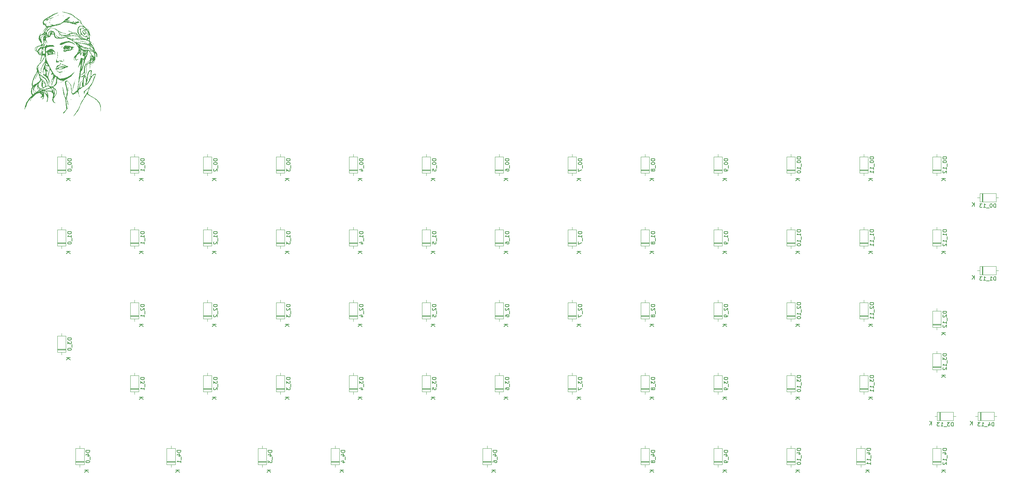
<source format=gbo>
%TF.GenerationSoftware,KiCad,Pcbnew,6.0.0~20210702.eff75b6+dfsg1-1*%
%TF.CreationDate,2021-07-18T18:47:18+02:00*%
%TF.ProjectId,keyboard,6b657962-6f61-4726-942e-6b696361645f,rev?*%
%TF.SameCoordinates,Original*%
%TF.FileFunction,Legend,Bot*%
%TF.FilePolarity,Positive*%
%FSLAX46Y46*%
G04 Gerber Fmt 4.6, Leading zero omitted, Abs format (unit mm)*
G04 Created by KiCad (PCBNEW 6.0.0~20210702.eff75b6+dfsg1-1) date 2021-07-18 18:47:18*
%MOMM*%
%LPD*%
G01*
G04 APERTURE LIST*
%ADD10C,0.150000*%
%ADD11C,0.120000*%
G04 APERTURE END LIST*
D10*
%TO.C,D0_0*%
X200216130Y-161282261D02*
X199216130Y-161282261D01*
X199216130Y-161520357D01*
X199263750Y-161663214D01*
X199358988Y-161758452D01*
X199454226Y-161806071D01*
X199644702Y-161853690D01*
X199787559Y-161853690D01*
X199978035Y-161806071D01*
X200073273Y-161758452D01*
X200168511Y-161663214D01*
X200216130Y-161520357D01*
X200216130Y-161282261D01*
X199216130Y-162472738D02*
X199216130Y-162567976D01*
X199263750Y-162663214D01*
X199311369Y-162710833D01*
X199406607Y-162758452D01*
X199597083Y-162806071D01*
X199835178Y-162806071D01*
X200025654Y-162758452D01*
X200120892Y-162710833D01*
X200168511Y-162663214D01*
X200216130Y-162567976D01*
X200216130Y-162472738D01*
X200168511Y-162377500D01*
X200120892Y-162329880D01*
X200025654Y-162282261D01*
X199835178Y-162234642D01*
X199597083Y-162234642D01*
X199406607Y-162282261D01*
X199311369Y-162329880D01*
X199263750Y-162377500D01*
X199216130Y-162472738D01*
X200311369Y-162996547D02*
X200311369Y-163758452D01*
X199216130Y-164187023D02*
X199216130Y-164282261D01*
X199263750Y-164377500D01*
X199311369Y-164425119D01*
X199406607Y-164472738D01*
X199597083Y-164520357D01*
X199835178Y-164520357D01*
X200025654Y-164472738D01*
X200120892Y-164425119D01*
X200168511Y-164377500D01*
X200216130Y-164282261D01*
X200216130Y-164187023D01*
X200168511Y-164091785D01*
X200120892Y-164044166D01*
X200025654Y-163996547D01*
X199835178Y-163948928D01*
X199597083Y-163948928D01*
X199406607Y-163996547D01*
X199311369Y-164044166D01*
X199263750Y-164091785D01*
X199216130Y-164187023D01*
X199896130Y-166425595D02*
X198896130Y-166425595D01*
X199896130Y-166997023D02*
X199324702Y-166568452D01*
X198896130Y-166997023D02*
X199467559Y-166425595D01*
%TO.C,D0_13*%
X441650178Y-174022380D02*
X441650178Y-173022380D01*
X441412083Y-173022380D01*
X441269226Y-173070000D01*
X441173988Y-173165238D01*
X441126369Y-173260476D01*
X441078750Y-173450952D01*
X441078750Y-173593809D01*
X441126369Y-173784285D01*
X441173988Y-173879523D01*
X441269226Y-173974761D01*
X441412083Y-174022380D01*
X441650178Y-174022380D01*
X440459702Y-173022380D02*
X440364464Y-173022380D01*
X440269226Y-173070000D01*
X440221607Y-173117619D01*
X440173988Y-173212857D01*
X440126369Y-173403333D01*
X440126369Y-173641428D01*
X440173988Y-173831904D01*
X440221607Y-173927142D01*
X440269226Y-173974761D01*
X440364464Y-174022380D01*
X440459702Y-174022380D01*
X440554940Y-173974761D01*
X440602559Y-173927142D01*
X440650178Y-173831904D01*
X440697797Y-173641428D01*
X440697797Y-173403333D01*
X440650178Y-173212857D01*
X440602559Y-173117619D01*
X440554940Y-173070000D01*
X440459702Y-173022380D01*
X439935892Y-174117619D02*
X439173988Y-174117619D01*
X438412083Y-174022380D02*
X438983511Y-174022380D01*
X438697797Y-174022380D02*
X438697797Y-173022380D01*
X438793035Y-173165238D01*
X438888273Y-173260476D01*
X438983511Y-173308095D01*
X438078750Y-173022380D02*
X437459702Y-173022380D01*
X437793035Y-173403333D01*
X437650178Y-173403333D01*
X437554940Y-173450952D01*
X437507321Y-173498571D01*
X437459702Y-173593809D01*
X437459702Y-173831904D01*
X437507321Y-173927142D01*
X437554940Y-173974761D01*
X437650178Y-174022380D01*
X437935892Y-174022380D01*
X438031130Y-173974761D01*
X438078750Y-173927142D01*
X436030654Y-173702380D02*
X436030654Y-172702380D01*
X435459226Y-173702380D02*
X435887797Y-173130952D01*
X435459226Y-172702380D02*
X436030654Y-173273809D01*
%TO.C,D0_12*%
X428816130Y-160806071D02*
X427816130Y-160806071D01*
X427816130Y-161044166D01*
X427863750Y-161187023D01*
X427958988Y-161282261D01*
X428054226Y-161329880D01*
X428244702Y-161377500D01*
X428387559Y-161377500D01*
X428578035Y-161329880D01*
X428673273Y-161282261D01*
X428768511Y-161187023D01*
X428816130Y-161044166D01*
X428816130Y-160806071D01*
X427816130Y-161996547D02*
X427816130Y-162091785D01*
X427863750Y-162187023D01*
X427911369Y-162234642D01*
X428006607Y-162282261D01*
X428197083Y-162329880D01*
X428435178Y-162329880D01*
X428625654Y-162282261D01*
X428720892Y-162234642D01*
X428768511Y-162187023D01*
X428816130Y-162091785D01*
X428816130Y-161996547D01*
X428768511Y-161901309D01*
X428720892Y-161853690D01*
X428625654Y-161806071D01*
X428435178Y-161758452D01*
X428197083Y-161758452D01*
X428006607Y-161806071D01*
X427911369Y-161853690D01*
X427863750Y-161901309D01*
X427816130Y-161996547D01*
X428911369Y-162520357D02*
X428911369Y-163282261D01*
X428816130Y-164044166D02*
X428816130Y-163472738D01*
X428816130Y-163758452D02*
X427816130Y-163758452D01*
X427958988Y-163663214D01*
X428054226Y-163567976D01*
X428101845Y-163472738D01*
X427911369Y-164425119D02*
X427863750Y-164472738D01*
X427816130Y-164567976D01*
X427816130Y-164806071D01*
X427863750Y-164901309D01*
X427911369Y-164948928D01*
X428006607Y-164996547D01*
X428101845Y-164996547D01*
X428244702Y-164948928D01*
X428816130Y-164377500D01*
X428816130Y-164996547D01*
X428496130Y-166425595D02*
X427496130Y-166425595D01*
X428496130Y-166997023D02*
X427924702Y-166568452D01*
X427496130Y-166997023D02*
X428067559Y-166425595D01*
%TO.C,D0_10*%
X390716130Y-160806071D02*
X389716130Y-160806071D01*
X389716130Y-161044166D01*
X389763750Y-161187023D01*
X389858988Y-161282261D01*
X389954226Y-161329880D01*
X390144702Y-161377500D01*
X390287559Y-161377500D01*
X390478035Y-161329880D01*
X390573273Y-161282261D01*
X390668511Y-161187023D01*
X390716130Y-161044166D01*
X390716130Y-160806071D01*
X389716130Y-161996547D02*
X389716130Y-162091785D01*
X389763750Y-162187023D01*
X389811369Y-162234642D01*
X389906607Y-162282261D01*
X390097083Y-162329880D01*
X390335178Y-162329880D01*
X390525654Y-162282261D01*
X390620892Y-162234642D01*
X390668511Y-162187023D01*
X390716130Y-162091785D01*
X390716130Y-161996547D01*
X390668511Y-161901309D01*
X390620892Y-161853690D01*
X390525654Y-161806071D01*
X390335178Y-161758452D01*
X390097083Y-161758452D01*
X389906607Y-161806071D01*
X389811369Y-161853690D01*
X389763750Y-161901309D01*
X389716130Y-161996547D01*
X390811369Y-162520357D02*
X390811369Y-163282261D01*
X390716130Y-164044166D02*
X390716130Y-163472738D01*
X390716130Y-163758452D02*
X389716130Y-163758452D01*
X389858988Y-163663214D01*
X389954226Y-163567976D01*
X390001845Y-163472738D01*
X389716130Y-164663214D02*
X389716130Y-164758452D01*
X389763750Y-164853690D01*
X389811369Y-164901309D01*
X389906607Y-164948928D01*
X390097083Y-164996547D01*
X390335178Y-164996547D01*
X390525654Y-164948928D01*
X390620892Y-164901309D01*
X390668511Y-164853690D01*
X390716130Y-164758452D01*
X390716130Y-164663214D01*
X390668511Y-164567976D01*
X390620892Y-164520357D01*
X390525654Y-164472738D01*
X390335178Y-164425119D01*
X390097083Y-164425119D01*
X389906607Y-164472738D01*
X389811369Y-164520357D01*
X389763750Y-164567976D01*
X389716130Y-164663214D01*
X390396130Y-166425595D02*
X389396130Y-166425595D01*
X390396130Y-166997023D02*
X389824702Y-166568452D01*
X389396130Y-166997023D02*
X389967559Y-166425595D01*
%TO.C,D0_9*%
X371666130Y-161282261D02*
X370666130Y-161282261D01*
X370666130Y-161520357D01*
X370713750Y-161663214D01*
X370808988Y-161758452D01*
X370904226Y-161806071D01*
X371094702Y-161853690D01*
X371237559Y-161853690D01*
X371428035Y-161806071D01*
X371523273Y-161758452D01*
X371618511Y-161663214D01*
X371666130Y-161520357D01*
X371666130Y-161282261D01*
X370666130Y-162472738D02*
X370666130Y-162567976D01*
X370713750Y-162663214D01*
X370761369Y-162710833D01*
X370856607Y-162758452D01*
X371047083Y-162806071D01*
X371285178Y-162806071D01*
X371475654Y-162758452D01*
X371570892Y-162710833D01*
X371618511Y-162663214D01*
X371666130Y-162567976D01*
X371666130Y-162472738D01*
X371618511Y-162377500D01*
X371570892Y-162329880D01*
X371475654Y-162282261D01*
X371285178Y-162234642D01*
X371047083Y-162234642D01*
X370856607Y-162282261D01*
X370761369Y-162329880D01*
X370713750Y-162377500D01*
X370666130Y-162472738D01*
X371761369Y-162996547D02*
X371761369Y-163758452D01*
X371666130Y-164044166D02*
X371666130Y-164234642D01*
X371618511Y-164329880D01*
X371570892Y-164377500D01*
X371428035Y-164472738D01*
X371237559Y-164520357D01*
X370856607Y-164520357D01*
X370761369Y-164472738D01*
X370713750Y-164425119D01*
X370666130Y-164329880D01*
X370666130Y-164139404D01*
X370713750Y-164044166D01*
X370761369Y-163996547D01*
X370856607Y-163948928D01*
X371094702Y-163948928D01*
X371189940Y-163996547D01*
X371237559Y-164044166D01*
X371285178Y-164139404D01*
X371285178Y-164329880D01*
X371237559Y-164425119D01*
X371189940Y-164472738D01*
X371094702Y-164520357D01*
X371346130Y-166425595D02*
X370346130Y-166425595D01*
X371346130Y-166997023D02*
X370774702Y-166568452D01*
X370346130Y-166997023D02*
X370917559Y-166425595D01*
%TO.C,D0_8*%
X352616130Y-161282261D02*
X351616130Y-161282261D01*
X351616130Y-161520357D01*
X351663750Y-161663214D01*
X351758988Y-161758452D01*
X351854226Y-161806071D01*
X352044702Y-161853690D01*
X352187559Y-161853690D01*
X352378035Y-161806071D01*
X352473273Y-161758452D01*
X352568511Y-161663214D01*
X352616130Y-161520357D01*
X352616130Y-161282261D01*
X351616130Y-162472738D02*
X351616130Y-162567976D01*
X351663750Y-162663214D01*
X351711369Y-162710833D01*
X351806607Y-162758452D01*
X351997083Y-162806071D01*
X352235178Y-162806071D01*
X352425654Y-162758452D01*
X352520892Y-162710833D01*
X352568511Y-162663214D01*
X352616130Y-162567976D01*
X352616130Y-162472738D01*
X352568511Y-162377500D01*
X352520892Y-162329880D01*
X352425654Y-162282261D01*
X352235178Y-162234642D01*
X351997083Y-162234642D01*
X351806607Y-162282261D01*
X351711369Y-162329880D01*
X351663750Y-162377500D01*
X351616130Y-162472738D01*
X352711369Y-162996547D02*
X352711369Y-163758452D01*
X352044702Y-164139404D02*
X351997083Y-164044166D01*
X351949464Y-163996547D01*
X351854226Y-163948928D01*
X351806607Y-163948928D01*
X351711369Y-163996547D01*
X351663750Y-164044166D01*
X351616130Y-164139404D01*
X351616130Y-164329880D01*
X351663750Y-164425119D01*
X351711369Y-164472738D01*
X351806607Y-164520357D01*
X351854226Y-164520357D01*
X351949464Y-164472738D01*
X351997083Y-164425119D01*
X352044702Y-164329880D01*
X352044702Y-164139404D01*
X352092321Y-164044166D01*
X352139940Y-163996547D01*
X352235178Y-163948928D01*
X352425654Y-163948928D01*
X352520892Y-163996547D01*
X352568511Y-164044166D01*
X352616130Y-164139404D01*
X352616130Y-164329880D01*
X352568511Y-164425119D01*
X352520892Y-164472738D01*
X352425654Y-164520357D01*
X352235178Y-164520357D01*
X352139940Y-164472738D01*
X352092321Y-164425119D01*
X352044702Y-164329880D01*
X352296130Y-166425595D02*
X351296130Y-166425595D01*
X352296130Y-166997023D02*
X351724702Y-166568452D01*
X351296130Y-166997023D02*
X351867559Y-166425595D01*
%TO.C,D0_7*%
X333566130Y-161282261D02*
X332566130Y-161282261D01*
X332566130Y-161520357D01*
X332613750Y-161663214D01*
X332708988Y-161758452D01*
X332804226Y-161806071D01*
X332994702Y-161853690D01*
X333137559Y-161853690D01*
X333328035Y-161806071D01*
X333423273Y-161758452D01*
X333518511Y-161663214D01*
X333566130Y-161520357D01*
X333566130Y-161282261D01*
X332566130Y-162472738D02*
X332566130Y-162567976D01*
X332613750Y-162663214D01*
X332661369Y-162710833D01*
X332756607Y-162758452D01*
X332947083Y-162806071D01*
X333185178Y-162806071D01*
X333375654Y-162758452D01*
X333470892Y-162710833D01*
X333518511Y-162663214D01*
X333566130Y-162567976D01*
X333566130Y-162472738D01*
X333518511Y-162377500D01*
X333470892Y-162329880D01*
X333375654Y-162282261D01*
X333185178Y-162234642D01*
X332947083Y-162234642D01*
X332756607Y-162282261D01*
X332661369Y-162329880D01*
X332613750Y-162377500D01*
X332566130Y-162472738D01*
X333661369Y-162996547D02*
X333661369Y-163758452D01*
X332566130Y-163901309D02*
X332566130Y-164567976D01*
X333566130Y-164139404D01*
X333246130Y-166425595D02*
X332246130Y-166425595D01*
X333246130Y-166997023D02*
X332674702Y-166568452D01*
X332246130Y-166997023D02*
X332817559Y-166425595D01*
%TO.C,D0_5*%
X295466130Y-161282261D02*
X294466130Y-161282261D01*
X294466130Y-161520357D01*
X294513750Y-161663214D01*
X294608988Y-161758452D01*
X294704226Y-161806071D01*
X294894702Y-161853690D01*
X295037559Y-161853690D01*
X295228035Y-161806071D01*
X295323273Y-161758452D01*
X295418511Y-161663214D01*
X295466130Y-161520357D01*
X295466130Y-161282261D01*
X294466130Y-162472738D02*
X294466130Y-162567976D01*
X294513750Y-162663214D01*
X294561369Y-162710833D01*
X294656607Y-162758452D01*
X294847083Y-162806071D01*
X295085178Y-162806071D01*
X295275654Y-162758452D01*
X295370892Y-162710833D01*
X295418511Y-162663214D01*
X295466130Y-162567976D01*
X295466130Y-162472738D01*
X295418511Y-162377500D01*
X295370892Y-162329880D01*
X295275654Y-162282261D01*
X295085178Y-162234642D01*
X294847083Y-162234642D01*
X294656607Y-162282261D01*
X294561369Y-162329880D01*
X294513750Y-162377500D01*
X294466130Y-162472738D01*
X295561369Y-162996547D02*
X295561369Y-163758452D01*
X294466130Y-164472738D02*
X294466130Y-163996547D01*
X294942321Y-163948928D01*
X294894702Y-163996547D01*
X294847083Y-164091785D01*
X294847083Y-164329880D01*
X294894702Y-164425119D01*
X294942321Y-164472738D01*
X295037559Y-164520357D01*
X295275654Y-164520357D01*
X295370892Y-164472738D01*
X295418511Y-164425119D01*
X295466130Y-164329880D01*
X295466130Y-164091785D01*
X295418511Y-163996547D01*
X295370892Y-163948928D01*
X295146130Y-166425595D02*
X294146130Y-166425595D01*
X295146130Y-166997023D02*
X294574702Y-166568452D01*
X294146130Y-166997023D02*
X294717559Y-166425595D01*
%TO.C,D0_4*%
X276416130Y-161282261D02*
X275416130Y-161282261D01*
X275416130Y-161520357D01*
X275463750Y-161663214D01*
X275558988Y-161758452D01*
X275654226Y-161806071D01*
X275844702Y-161853690D01*
X275987559Y-161853690D01*
X276178035Y-161806071D01*
X276273273Y-161758452D01*
X276368511Y-161663214D01*
X276416130Y-161520357D01*
X276416130Y-161282261D01*
X275416130Y-162472738D02*
X275416130Y-162567976D01*
X275463750Y-162663214D01*
X275511369Y-162710833D01*
X275606607Y-162758452D01*
X275797083Y-162806071D01*
X276035178Y-162806071D01*
X276225654Y-162758452D01*
X276320892Y-162710833D01*
X276368511Y-162663214D01*
X276416130Y-162567976D01*
X276416130Y-162472738D01*
X276368511Y-162377500D01*
X276320892Y-162329880D01*
X276225654Y-162282261D01*
X276035178Y-162234642D01*
X275797083Y-162234642D01*
X275606607Y-162282261D01*
X275511369Y-162329880D01*
X275463750Y-162377500D01*
X275416130Y-162472738D01*
X276511369Y-162996547D02*
X276511369Y-163758452D01*
X275749464Y-164425119D02*
X276416130Y-164425119D01*
X275368511Y-164187023D02*
X276082797Y-163948928D01*
X276082797Y-164567976D01*
X276096130Y-166425595D02*
X275096130Y-166425595D01*
X276096130Y-166997023D02*
X275524702Y-166568452D01*
X275096130Y-166997023D02*
X275667559Y-166425595D01*
%TO.C,D0_3*%
X257366130Y-161282261D02*
X256366130Y-161282261D01*
X256366130Y-161520357D01*
X256413750Y-161663214D01*
X256508988Y-161758452D01*
X256604226Y-161806071D01*
X256794702Y-161853690D01*
X256937559Y-161853690D01*
X257128035Y-161806071D01*
X257223273Y-161758452D01*
X257318511Y-161663214D01*
X257366130Y-161520357D01*
X257366130Y-161282261D01*
X256366130Y-162472738D02*
X256366130Y-162567976D01*
X256413750Y-162663214D01*
X256461369Y-162710833D01*
X256556607Y-162758452D01*
X256747083Y-162806071D01*
X256985178Y-162806071D01*
X257175654Y-162758452D01*
X257270892Y-162710833D01*
X257318511Y-162663214D01*
X257366130Y-162567976D01*
X257366130Y-162472738D01*
X257318511Y-162377500D01*
X257270892Y-162329880D01*
X257175654Y-162282261D01*
X256985178Y-162234642D01*
X256747083Y-162234642D01*
X256556607Y-162282261D01*
X256461369Y-162329880D01*
X256413750Y-162377500D01*
X256366130Y-162472738D01*
X257461369Y-162996547D02*
X257461369Y-163758452D01*
X256366130Y-163901309D02*
X256366130Y-164520357D01*
X256747083Y-164187023D01*
X256747083Y-164329880D01*
X256794702Y-164425119D01*
X256842321Y-164472738D01*
X256937559Y-164520357D01*
X257175654Y-164520357D01*
X257270892Y-164472738D01*
X257318511Y-164425119D01*
X257366130Y-164329880D01*
X257366130Y-164044166D01*
X257318511Y-163948928D01*
X257270892Y-163901309D01*
X257046130Y-166425595D02*
X256046130Y-166425595D01*
X257046130Y-166997023D02*
X256474702Y-166568452D01*
X256046130Y-166997023D02*
X256617559Y-166425595D01*
%TO.C,D0_2*%
X238316130Y-161282261D02*
X237316130Y-161282261D01*
X237316130Y-161520357D01*
X237363750Y-161663214D01*
X237458988Y-161758452D01*
X237554226Y-161806071D01*
X237744702Y-161853690D01*
X237887559Y-161853690D01*
X238078035Y-161806071D01*
X238173273Y-161758452D01*
X238268511Y-161663214D01*
X238316130Y-161520357D01*
X238316130Y-161282261D01*
X237316130Y-162472738D02*
X237316130Y-162567976D01*
X237363750Y-162663214D01*
X237411369Y-162710833D01*
X237506607Y-162758452D01*
X237697083Y-162806071D01*
X237935178Y-162806071D01*
X238125654Y-162758452D01*
X238220892Y-162710833D01*
X238268511Y-162663214D01*
X238316130Y-162567976D01*
X238316130Y-162472738D01*
X238268511Y-162377500D01*
X238220892Y-162329880D01*
X238125654Y-162282261D01*
X237935178Y-162234642D01*
X237697083Y-162234642D01*
X237506607Y-162282261D01*
X237411369Y-162329880D01*
X237363750Y-162377500D01*
X237316130Y-162472738D01*
X238411369Y-162996547D02*
X238411369Y-163758452D01*
X237411369Y-163948928D02*
X237363750Y-163996547D01*
X237316130Y-164091785D01*
X237316130Y-164329880D01*
X237363750Y-164425119D01*
X237411369Y-164472738D01*
X237506607Y-164520357D01*
X237601845Y-164520357D01*
X237744702Y-164472738D01*
X238316130Y-163901309D01*
X238316130Y-164520357D01*
X237996130Y-166425595D02*
X236996130Y-166425595D01*
X237996130Y-166997023D02*
X237424702Y-166568452D01*
X236996130Y-166997023D02*
X237567559Y-166425595D01*
%TO.C,D1_1*%
X219266130Y-180332261D02*
X218266130Y-180332261D01*
X218266130Y-180570357D01*
X218313750Y-180713214D01*
X218408988Y-180808452D01*
X218504226Y-180856071D01*
X218694702Y-180903690D01*
X218837559Y-180903690D01*
X219028035Y-180856071D01*
X219123273Y-180808452D01*
X219218511Y-180713214D01*
X219266130Y-180570357D01*
X219266130Y-180332261D01*
X219266130Y-181856071D02*
X219266130Y-181284642D01*
X219266130Y-181570357D02*
X218266130Y-181570357D01*
X218408988Y-181475119D01*
X218504226Y-181379880D01*
X218551845Y-181284642D01*
X219361369Y-182046547D02*
X219361369Y-182808452D01*
X219266130Y-183570357D02*
X219266130Y-182998928D01*
X219266130Y-183284642D02*
X218266130Y-183284642D01*
X218408988Y-183189404D01*
X218504226Y-183094166D01*
X218551845Y-182998928D01*
X218946130Y-185475595D02*
X217946130Y-185475595D01*
X218946130Y-186047023D02*
X218374702Y-185618452D01*
X217946130Y-186047023D02*
X218517559Y-185475595D01*
%TO.C,D1_0*%
X200216130Y-180332261D02*
X199216130Y-180332261D01*
X199216130Y-180570357D01*
X199263750Y-180713214D01*
X199358988Y-180808452D01*
X199454226Y-180856071D01*
X199644702Y-180903690D01*
X199787559Y-180903690D01*
X199978035Y-180856071D01*
X200073273Y-180808452D01*
X200168511Y-180713214D01*
X200216130Y-180570357D01*
X200216130Y-180332261D01*
X200216130Y-181856071D02*
X200216130Y-181284642D01*
X200216130Y-181570357D02*
X199216130Y-181570357D01*
X199358988Y-181475119D01*
X199454226Y-181379880D01*
X199501845Y-181284642D01*
X200311369Y-182046547D02*
X200311369Y-182808452D01*
X199216130Y-183237023D02*
X199216130Y-183332261D01*
X199263750Y-183427500D01*
X199311369Y-183475119D01*
X199406607Y-183522738D01*
X199597083Y-183570357D01*
X199835178Y-183570357D01*
X200025654Y-183522738D01*
X200120892Y-183475119D01*
X200168511Y-183427500D01*
X200216130Y-183332261D01*
X200216130Y-183237023D01*
X200168511Y-183141785D01*
X200120892Y-183094166D01*
X200025654Y-183046547D01*
X199835178Y-182998928D01*
X199597083Y-182998928D01*
X199406607Y-183046547D01*
X199311369Y-183094166D01*
X199263750Y-183141785D01*
X199216130Y-183237023D01*
X199896130Y-185475595D02*
X198896130Y-185475595D01*
X199896130Y-186047023D02*
X199324702Y-185618452D01*
X198896130Y-186047023D02*
X199467559Y-185475595D01*
%TO.C,D1_2*%
X238316130Y-180332261D02*
X237316130Y-180332261D01*
X237316130Y-180570357D01*
X237363750Y-180713214D01*
X237458988Y-180808452D01*
X237554226Y-180856071D01*
X237744702Y-180903690D01*
X237887559Y-180903690D01*
X238078035Y-180856071D01*
X238173273Y-180808452D01*
X238268511Y-180713214D01*
X238316130Y-180570357D01*
X238316130Y-180332261D01*
X238316130Y-181856071D02*
X238316130Y-181284642D01*
X238316130Y-181570357D02*
X237316130Y-181570357D01*
X237458988Y-181475119D01*
X237554226Y-181379880D01*
X237601845Y-181284642D01*
X238411369Y-182046547D02*
X238411369Y-182808452D01*
X237411369Y-182998928D02*
X237363750Y-183046547D01*
X237316130Y-183141785D01*
X237316130Y-183379880D01*
X237363750Y-183475119D01*
X237411369Y-183522738D01*
X237506607Y-183570357D01*
X237601845Y-183570357D01*
X237744702Y-183522738D01*
X238316130Y-182951309D01*
X238316130Y-183570357D01*
X237996130Y-185475595D02*
X236996130Y-185475595D01*
X237996130Y-186047023D02*
X237424702Y-185618452D01*
X236996130Y-186047023D02*
X237567559Y-185475595D01*
%TO.C,D1_3*%
X257366130Y-180332261D02*
X256366130Y-180332261D01*
X256366130Y-180570357D01*
X256413750Y-180713214D01*
X256508988Y-180808452D01*
X256604226Y-180856071D01*
X256794702Y-180903690D01*
X256937559Y-180903690D01*
X257128035Y-180856071D01*
X257223273Y-180808452D01*
X257318511Y-180713214D01*
X257366130Y-180570357D01*
X257366130Y-180332261D01*
X257366130Y-181856071D02*
X257366130Y-181284642D01*
X257366130Y-181570357D02*
X256366130Y-181570357D01*
X256508988Y-181475119D01*
X256604226Y-181379880D01*
X256651845Y-181284642D01*
X257461369Y-182046547D02*
X257461369Y-182808452D01*
X256366130Y-182951309D02*
X256366130Y-183570357D01*
X256747083Y-183237023D01*
X256747083Y-183379880D01*
X256794702Y-183475119D01*
X256842321Y-183522738D01*
X256937559Y-183570357D01*
X257175654Y-183570357D01*
X257270892Y-183522738D01*
X257318511Y-183475119D01*
X257366130Y-183379880D01*
X257366130Y-183094166D01*
X257318511Y-182998928D01*
X257270892Y-182951309D01*
X257046130Y-185475595D02*
X256046130Y-185475595D01*
X257046130Y-186047023D02*
X256474702Y-185618452D01*
X256046130Y-186047023D02*
X256617559Y-185475595D01*
%TO.C,D1_4*%
X276416130Y-180332261D02*
X275416130Y-180332261D01*
X275416130Y-180570357D01*
X275463750Y-180713214D01*
X275558988Y-180808452D01*
X275654226Y-180856071D01*
X275844702Y-180903690D01*
X275987559Y-180903690D01*
X276178035Y-180856071D01*
X276273273Y-180808452D01*
X276368511Y-180713214D01*
X276416130Y-180570357D01*
X276416130Y-180332261D01*
X276416130Y-181856071D02*
X276416130Y-181284642D01*
X276416130Y-181570357D02*
X275416130Y-181570357D01*
X275558988Y-181475119D01*
X275654226Y-181379880D01*
X275701845Y-181284642D01*
X276511369Y-182046547D02*
X276511369Y-182808452D01*
X275749464Y-183475119D02*
X276416130Y-183475119D01*
X275368511Y-183237023D02*
X276082797Y-182998928D01*
X276082797Y-183617976D01*
X276096130Y-185475595D02*
X275096130Y-185475595D01*
X276096130Y-186047023D02*
X275524702Y-185618452D01*
X275096130Y-186047023D02*
X275667559Y-185475595D01*
%TO.C,D1_6*%
X314516130Y-180332261D02*
X313516130Y-180332261D01*
X313516130Y-180570357D01*
X313563750Y-180713214D01*
X313658988Y-180808452D01*
X313754226Y-180856071D01*
X313944702Y-180903690D01*
X314087559Y-180903690D01*
X314278035Y-180856071D01*
X314373273Y-180808452D01*
X314468511Y-180713214D01*
X314516130Y-180570357D01*
X314516130Y-180332261D01*
X314516130Y-181856071D02*
X314516130Y-181284642D01*
X314516130Y-181570357D02*
X313516130Y-181570357D01*
X313658988Y-181475119D01*
X313754226Y-181379880D01*
X313801845Y-181284642D01*
X314611369Y-182046547D02*
X314611369Y-182808452D01*
X313516130Y-183475119D02*
X313516130Y-183284642D01*
X313563750Y-183189404D01*
X313611369Y-183141785D01*
X313754226Y-183046547D01*
X313944702Y-182998928D01*
X314325654Y-182998928D01*
X314420892Y-183046547D01*
X314468511Y-183094166D01*
X314516130Y-183189404D01*
X314516130Y-183379880D01*
X314468511Y-183475119D01*
X314420892Y-183522738D01*
X314325654Y-183570357D01*
X314087559Y-183570357D01*
X313992321Y-183522738D01*
X313944702Y-183475119D01*
X313897083Y-183379880D01*
X313897083Y-183189404D01*
X313944702Y-183094166D01*
X313992321Y-183046547D01*
X314087559Y-182998928D01*
X314196130Y-185475595D02*
X313196130Y-185475595D01*
X314196130Y-186047023D02*
X313624702Y-185618452D01*
X313196130Y-186047023D02*
X313767559Y-185475595D01*
%TO.C,D1_12*%
X428816130Y-179856071D02*
X427816130Y-179856071D01*
X427816130Y-180094166D01*
X427863750Y-180237023D01*
X427958988Y-180332261D01*
X428054226Y-180379880D01*
X428244702Y-180427500D01*
X428387559Y-180427500D01*
X428578035Y-180379880D01*
X428673273Y-180332261D01*
X428768511Y-180237023D01*
X428816130Y-180094166D01*
X428816130Y-179856071D01*
X428816130Y-181379880D02*
X428816130Y-180808452D01*
X428816130Y-181094166D02*
X427816130Y-181094166D01*
X427958988Y-180998928D01*
X428054226Y-180903690D01*
X428101845Y-180808452D01*
X428911369Y-181570357D02*
X428911369Y-182332261D01*
X428816130Y-183094166D02*
X428816130Y-182522738D01*
X428816130Y-182808452D02*
X427816130Y-182808452D01*
X427958988Y-182713214D01*
X428054226Y-182617976D01*
X428101845Y-182522738D01*
X427911369Y-183475119D02*
X427863750Y-183522738D01*
X427816130Y-183617976D01*
X427816130Y-183856071D01*
X427863750Y-183951309D01*
X427911369Y-183998928D01*
X428006607Y-184046547D01*
X428101845Y-184046547D01*
X428244702Y-183998928D01*
X428816130Y-183427500D01*
X428816130Y-184046547D01*
X428496130Y-185475595D02*
X427496130Y-185475595D01*
X428496130Y-186047023D02*
X427924702Y-185618452D01*
X427496130Y-186047023D02*
X428067559Y-185475595D01*
%TO.C,D1_11*%
X409766130Y-179856071D02*
X408766130Y-179856071D01*
X408766130Y-180094166D01*
X408813750Y-180237023D01*
X408908988Y-180332261D01*
X409004226Y-180379880D01*
X409194702Y-180427500D01*
X409337559Y-180427500D01*
X409528035Y-180379880D01*
X409623273Y-180332261D01*
X409718511Y-180237023D01*
X409766130Y-180094166D01*
X409766130Y-179856071D01*
X409766130Y-181379880D02*
X409766130Y-180808452D01*
X409766130Y-181094166D02*
X408766130Y-181094166D01*
X408908988Y-180998928D01*
X409004226Y-180903690D01*
X409051845Y-180808452D01*
X409861369Y-181570357D02*
X409861369Y-182332261D01*
X409766130Y-183094166D02*
X409766130Y-182522738D01*
X409766130Y-182808452D02*
X408766130Y-182808452D01*
X408908988Y-182713214D01*
X409004226Y-182617976D01*
X409051845Y-182522738D01*
X409766130Y-184046547D02*
X409766130Y-183475119D01*
X409766130Y-183760833D02*
X408766130Y-183760833D01*
X408908988Y-183665595D01*
X409004226Y-183570357D01*
X409051845Y-183475119D01*
X409446130Y-185475595D02*
X408446130Y-185475595D01*
X409446130Y-186047023D02*
X408874702Y-185618452D01*
X408446130Y-186047023D02*
X409017559Y-185475595D01*
%TO.C,D1_10*%
X390716130Y-179856071D02*
X389716130Y-179856071D01*
X389716130Y-180094166D01*
X389763750Y-180237023D01*
X389858988Y-180332261D01*
X389954226Y-180379880D01*
X390144702Y-180427500D01*
X390287559Y-180427500D01*
X390478035Y-180379880D01*
X390573273Y-180332261D01*
X390668511Y-180237023D01*
X390716130Y-180094166D01*
X390716130Y-179856071D01*
X390716130Y-181379880D02*
X390716130Y-180808452D01*
X390716130Y-181094166D02*
X389716130Y-181094166D01*
X389858988Y-180998928D01*
X389954226Y-180903690D01*
X390001845Y-180808452D01*
X390811369Y-181570357D02*
X390811369Y-182332261D01*
X390716130Y-183094166D02*
X390716130Y-182522738D01*
X390716130Y-182808452D02*
X389716130Y-182808452D01*
X389858988Y-182713214D01*
X389954226Y-182617976D01*
X390001845Y-182522738D01*
X389716130Y-183713214D02*
X389716130Y-183808452D01*
X389763750Y-183903690D01*
X389811369Y-183951309D01*
X389906607Y-183998928D01*
X390097083Y-184046547D01*
X390335178Y-184046547D01*
X390525654Y-183998928D01*
X390620892Y-183951309D01*
X390668511Y-183903690D01*
X390716130Y-183808452D01*
X390716130Y-183713214D01*
X390668511Y-183617976D01*
X390620892Y-183570357D01*
X390525654Y-183522738D01*
X390335178Y-183475119D01*
X390097083Y-183475119D01*
X389906607Y-183522738D01*
X389811369Y-183570357D01*
X389763750Y-183617976D01*
X389716130Y-183713214D01*
X390396130Y-185475595D02*
X389396130Y-185475595D01*
X390396130Y-186047023D02*
X389824702Y-185618452D01*
X389396130Y-186047023D02*
X389967559Y-185475595D01*
%TO.C,D1_8*%
X352616130Y-180332261D02*
X351616130Y-180332261D01*
X351616130Y-180570357D01*
X351663750Y-180713214D01*
X351758988Y-180808452D01*
X351854226Y-180856071D01*
X352044702Y-180903690D01*
X352187559Y-180903690D01*
X352378035Y-180856071D01*
X352473273Y-180808452D01*
X352568511Y-180713214D01*
X352616130Y-180570357D01*
X352616130Y-180332261D01*
X352616130Y-181856071D02*
X352616130Y-181284642D01*
X352616130Y-181570357D02*
X351616130Y-181570357D01*
X351758988Y-181475119D01*
X351854226Y-181379880D01*
X351901845Y-181284642D01*
X352711369Y-182046547D02*
X352711369Y-182808452D01*
X352044702Y-183189404D02*
X351997083Y-183094166D01*
X351949464Y-183046547D01*
X351854226Y-182998928D01*
X351806607Y-182998928D01*
X351711369Y-183046547D01*
X351663750Y-183094166D01*
X351616130Y-183189404D01*
X351616130Y-183379880D01*
X351663750Y-183475119D01*
X351711369Y-183522738D01*
X351806607Y-183570357D01*
X351854226Y-183570357D01*
X351949464Y-183522738D01*
X351997083Y-183475119D01*
X352044702Y-183379880D01*
X352044702Y-183189404D01*
X352092321Y-183094166D01*
X352139940Y-183046547D01*
X352235178Y-182998928D01*
X352425654Y-182998928D01*
X352520892Y-183046547D01*
X352568511Y-183094166D01*
X352616130Y-183189404D01*
X352616130Y-183379880D01*
X352568511Y-183475119D01*
X352520892Y-183522738D01*
X352425654Y-183570357D01*
X352235178Y-183570357D01*
X352139940Y-183522738D01*
X352092321Y-183475119D01*
X352044702Y-183379880D01*
X352296130Y-185475595D02*
X351296130Y-185475595D01*
X352296130Y-186047023D02*
X351724702Y-185618452D01*
X351296130Y-186047023D02*
X351867559Y-185475595D01*
%TO.C,D1_7*%
X333566130Y-180332261D02*
X332566130Y-180332261D01*
X332566130Y-180570357D01*
X332613750Y-180713214D01*
X332708988Y-180808452D01*
X332804226Y-180856071D01*
X332994702Y-180903690D01*
X333137559Y-180903690D01*
X333328035Y-180856071D01*
X333423273Y-180808452D01*
X333518511Y-180713214D01*
X333566130Y-180570357D01*
X333566130Y-180332261D01*
X333566130Y-181856071D02*
X333566130Y-181284642D01*
X333566130Y-181570357D02*
X332566130Y-181570357D01*
X332708988Y-181475119D01*
X332804226Y-181379880D01*
X332851845Y-181284642D01*
X333661369Y-182046547D02*
X333661369Y-182808452D01*
X332566130Y-182951309D02*
X332566130Y-183617976D01*
X333566130Y-183189404D01*
X333246130Y-185475595D02*
X332246130Y-185475595D01*
X333246130Y-186047023D02*
X332674702Y-185618452D01*
X332246130Y-186047023D02*
X332817559Y-185475595D01*
%TO.C,D1_9*%
X371666130Y-180332261D02*
X370666130Y-180332261D01*
X370666130Y-180570357D01*
X370713750Y-180713214D01*
X370808988Y-180808452D01*
X370904226Y-180856071D01*
X371094702Y-180903690D01*
X371237559Y-180903690D01*
X371428035Y-180856071D01*
X371523273Y-180808452D01*
X371618511Y-180713214D01*
X371666130Y-180570357D01*
X371666130Y-180332261D01*
X371666130Y-181856071D02*
X371666130Y-181284642D01*
X371666130Y-181570357D02*
X370666130Y-181570357D01*
X370808988Y-181475119D01*
X370904226Y-181379880D01*
X370951845Y-181284642D01*
X371761369Y-182046547D02*
X371761369Y-182808452D01*
X371666130Y-183094166D02*
X371666130Y-183284642D01*
X371618511Y-183379880D01*
X371570892Y-183427500D01*
X371428035Y-183522738D01*
X371237559Y-183570357D01*
X370856607Y-183570357D01*
X370761369Y-183522738D01*
X370713750Y-183475119D01*
X370666130Y-183379880D01*
X370666130Y-183189404D01*
X370713750Y-183094166D01*
X370761369Y-183046547D01*
X370856607Y-182998928D01*
X371094702Y-182998928D01*
X371189940Y-183046547D01*
X371237559Y-183094166D01*
X371285178Y-183189404D01*
X371285178Y-183379880D01*
X371237559Y-183475119D01*
X371189940Y-183522738D01*
X371094702Y-183570357D01*
X371346130Y-185475595D02*
X370346130Y-185475595D01*
X371346130Y-186047023D02*
X370774702Y-185618452D01*
X370346130Y-186047023D02*
X370917559Y-185475595D01*
%TO.C,D1_5*%
X295466130Y-180332261D02*
X294466130Y-180332261D01*
X294466130Y-180570357D01*
X294513750Y-180713214D01*
X294608988Y-180808452D01*
X294704226Y-180856071D01*
X294894702Y-180903690D01*
X295037559Y-180903690D01*
X295228035Y-180856071D01*
X295323273Y-180808452D01*
X295418511Y-180713214D01*
X295466130Y-180570357D01*
X295466130Y-180332261D01*
X295466130Y-181856071D02*
X295466130Y-181284642D01*
X295466130Y-181570357D02*
X294466130Y-181570357D01*
X294608988Y-181475119D01*
X294704226Y-181379880D01*
X294751845Y-181284642D01*
X295561369Y-182046547D02*
X295561369Y-182808452D01*
X294466130Y-183522738D02*
X294466130Y-183046547D01*
X294942321Y-182998928D01*
X294894702Y-183046547D01*
X294847083Y-183141785D01*
X294847083Y-183379880D01*
X294894702Y-183475119D01*
X294942321Y-183522738D01*
X295037559Y-183570357D01*
X295275654Y-183570357D01*
X295370892Y-183522738D01*
X295418511Y-183475119D01*
X295466130Y-183379880D01*
X295466130Y-183141785D01*
X295418511Y-183046547D01*
X295370892Y-182998928D01*
X295146130Y-185475595D02*
X294146130Y-185475595D01*
X295146130Y-186047023D02*
X294574702Y-185618452D01*
X294146130Y-186047023D02*
X294717559Y-185475595D01*
%TO.C,D2_6*%
X314516130Y-199382261D02*
X313516130Y-199382261D01*
X313516130Y-199620357D01*
X313563750Y-199763214D01*
X313658988Y-199858452D01*
X313754226Y-199906071D01*
X313944702Y-199953690D01*
X314087559Y-199953690D01*
X314278035Y-199906071D01*
X314373273Y-199858452D01*
X314468511Y-199763214D01*
X314516130Y-199620357D01*
X314516130Y-199382261D01*
X313611369Y-200334642D02*
X313563750Y-200382261D01*
X313516130Y-200477500D01*
X313516130Y-200715595D01*
X313563750Y-200810833D01*
X313611369Y-200858452D01*
X313706607Y-200906071D01*
X313801845Y-200906071D01*
X313944702Y-200858452D01*
X314516130Y-200287023D01*
X314516130Y-200906071D01*
X314611369Y-201096547D02*
X314611369Y-201858452D01*
X313516130Y-202525119D02*
X313516130Y-202334642D01*
X313563750Y-202239404D01*
X313611369Y-202191785D01*
X313754226Y-202096547D01*
X313944702Y-202048928D01*
X314325654Y-202048928D01*
X314420892Y-202096547D01*
X314468511Y-202144166D01*
X314516130Y-202239404D01*
X314516130Y-202429880D01*
X314468511Y-202525119D01*
X314420892Y-202572738D01*
X314325654Y-202620357D01*
X314087559Y-202620357D01*
X313992321Y-202572738D01*
X313944702Y-202525119D01*
X313897083Y-202429880D01*
X313897083Y-202239404D01*
X313944702Y-202144166D01*
X313992321Y-202096547D01*
X314087559Y-202048928D01*
X314196130Y-204525595D02*
X313196130Y-204525595D01*
X314196130Y-205097023D02*
X313624702Y-204668452D01*
X313196130Y-205097023D02*
X313767559Y-204525595D01*
%TO.C,D2_7*%
X333566130Y-199382261D02*
X332566130Y-199382261D01*
X332566130Y-199620357D01*
X332613750Y-199763214D01*
X332708988Y-199858452D01*
X332804226Y-199906071D01*
X332994702Y-199953690D01*
X333137559Y-199953690D01*
X333328035Y-199906071D01*
X333423273Y-199858452D01*
X333518511Y-199763214D01*
X333566130Y-199620357D01*
X333566130Y-199382261D01*
X332661369Y-200334642D02*
X332613750Y-200382261D01*
X332566130Y-200477500D01*
X332566130Y-200715595D01*
X332613750Y-200810833D01*
X332661369Y-200858452D01*
X332756607Y-200906071D01*
X332851845Y-200906071D01*
X332994702Y-200858452D01*
X333566130Y-200287023D01*
X333566130Y-200906071D01*
X333661369Y-201096547D02*
X333661369Y-201858452D01*
X332566130Y-202001309D02*
X332566130Y-202667976D01*
X333566130Y-202239404D01*
X333246130Y-204525595D02*
X332246130Y-204525595D01*
X333246130Y-205097023D02*
X332674702Y-204668452D01*
X332246130Y-205097023D02*
X332817559Y-204525595D01*
%TO.C,D2_8*%
X352616130Y-199382261D02*
X351616130Y-199382261D01*
X351616130Y-199620357D01*
X351663750Y-199763214D01*
X351758988Y-199858452D01*
X351854226Y-199906071D01*
X352044702Y-199953690D01*
X352187559Y-199953690D01*
X352378035Y-199906071D01*
X352473273Y-199858452D01*
X352568511Y-199763214D01*
X352616130Y-199620357D01*
X352616130Y-199382261D01*
X351711369Y-200334642D02*
X351663750Y-200382261D01*
X351616130Y-200477500D01*
X351616130Y-200715595D01*
X351663750Y-200810833D01*
X351711369Y-200858452D01*
X351806607Y-200906071D01*
X351901845Y-200906071D01*
X352044702Y-200858452D01*
X352616130Y-200287023D01*
X352616130Y-200906071D01*
X352711369Y-201096547D02*
X352711369Y-201858452D01*
X352044702Y-202239404D02*
X351997083Y-202144166D01*
X351949464Y-202096547D01*
X351854226Y-202048928D01*
X351806607Y-202048928D01*
X351711369Y-202096547D01*
X351663750Y-202144166D01*
X351616130Y-202239404D01*
X351616130Y-202429880D01*
X351663750Y-202525119D01*
X351711369Y-202572738D01*
X351806607Y-202620357D01*
X351854226Y-202620357D01*
X351949464Y-202572738D01*
X351997083Y-202525119D01*
X352044702Y-202429880D01*
X352044702Y-202239404D01*
X352092321Y-202144166D01*
X352139940Y-202096547D01*
X352235178Y-202048928D01*
X352425654Y-202048928D01*
X352520892Y-202096547D01*
X352568511Y-202144166D01*
X352616130Y-202239404D01*
X352616130Y-202429880D01*
X352568511Y-202525119D01*
X352520892Y-202572738D01*
X352425654Y-202620357D01*
X352235178Y-202620357D01*
X352139940Y-202572738D01*
X352092321Y-202525119D01*
X352044702Y-202429880D01*
X352296130Y-204525595D02*
X351296130Y-204525595D01*
X352296130Y-205097023D02*
X351724702Y-204668452D01*
X351296130Y-205097023D02*
X351867559Y-204525595D01*
%TO.C,D2_9*%
X371666130Y-199382261D02*
X370666130Y-199382261D01*
X370666130Y-199620357D01*
X370713750Y-199763214D01*
X370808988Y-199858452D01*
X370904226Y-199906071D01*
X371094702Y-199953690D01*
X371237559Y-199953690D01*
X371428035Y-199906071D01*
X371523273Y-199858452D01*
X371618511Y-199763214D01*
X371666130Y-199620357D01*
X371666130Y-199382261D01*
X370761369Y-200334642D02*
X370713750Y-200382261D01*
X370666130Y-200477500D01*
X370666130Y-200715595D01*
X370713750Y-200810833D01*
X370761369Y-200858452D01*
X370856607Y-200906071D01*
X370951845Y-200906071D01*
X371094702Y-200858452D01*
X371666130Y-200287023D01*
X371666130Y-200906071D01*
X371761369Y-201096547D02*
X371761369Y-201858452D01*
X371666130Y-202144166D02*
X371666130Y-202334642D01*
X371618511Y-202429880D01*
X371570892Y-202477500D01*
X371428035Y-202572738D01*
X371237559Y-202620357D01*
X370856607Y-202620357D01*
X370761369Y-202572738D01*
X370713750Y-202525119D01*
X370666130Y-202429880D01*
X370666130Y-202239404D01*
X370713750Y-202144166D01*
X370761369Y-202096547D01*
X370856607Y-202048928D01*
X371094702Y-202048928D01*
X371189940Y-202096547D01*
X371237559Y-202144166D01*
X371285178Y-202239404D01*
X371285178Y-202429880D01*
X371237559Y-202525119D01*
X371189940Y-202572738D01*
X371094702Y-202620357D01*
X371346130Y-204525595D02*
X370346130Y-204525595D01*
X371346130Y-205097023D02*
X370774702Y-204668452D01*
X370346130Y-205097023D02*
X370917559Y-204525595D01*
%TO.C,D2_10*%
X390716130Y-198906071D02*
X389716130Y-198906071D01*
X389716130Y-199144166D01*
X389763750Y-199287023D01*
X389858988Y-199382261D01*
X389954226Y-199429880D01*
X390144702Y-199477500D01*
X390287559Y-199477500D01*
X390478035Y-199429880D01*
X390573273Y-199382261D01*
X390668511Y-199287023D01*
X390716130Y-199144166D01*
X390716130Y-198906071D01*
X389811369Y-199858452D02*
X389763750Y-199906071D01*
X389716130Y-200001309D01*
X389716130Y-200239404D01*
X389763750Y-200334642D01*
X389811369Y-200382261D01*
X389906607Y-200429880D01*
X390001845Y-200429880D01*
X390144702Y-200382261D01*
X390716130Y-199810833D01*
X390716130Y-200429880D01*
X390811369Y-200620357D02*
X390811369Y-201382261D01*
X390716130Y-202144166D02*
X390716130Y-201572738D01*
X390716130Y-201858452D02*
X389716130Y-201858452D01*
X389858988Y-201763214D01*
X389954226Y-201667976D01*
X390001845Y-201572738D01*
X389716130Y-202763214D02*
X389716130Y-202858452D01*
X389763750Y-202953690D01*
X389811369Y-203001309D01*
X389906607Y-203048928D01*
X390097083Y-203096547D01*
X390335178Y-203096547D01*
X390525654Y-203048928D01*
X390620892Y-203001309D01*
X390668511Y-202953690D01*
X390716130Y-202858452D01*
X390716130Y-202763214D01*
X390668511Y-202667976D01*
X390620892Y-202620357D01*
X390525654Y-202572738D01*
X390335178Y-202525119D01*
X390097083Y-202525119D01*
X389906607Y-202572738D01*
X389811369Y-202620357D01*
X389763750Y-202667976D01*
X389716130Y-202763214D01*
X390396130Y-204525595D02*
X389396130Y-204525595D01*
X390396130Y-205097023D02*
X389824702Y-204668452D01*
X389396130Y-205097023D02*
X389967559Y-204525595D01*
%TO.C,D2_11*%
X409766130Y-198906071D02*
X408766130Y-198906071D01*
X408766130Y-199144166D01*
X408813750Y-199287023D01*
X408908988Y-199382261D01*
X409004226Y-199429880D01*
X409194702Y-199477500D01*
X409337559Y-199477500D01*
X409528035Y-199429880D01*
X409623273Y-199382261D01*
X409718511Y-199287023D01*
X409766130Y-199144166D01*
X409766130Y-198906071D01*
X408861369Y-199858452D02*
X408813750Y-199906071D01*
X408766130Y-200001309D01*
X408766130Y-200239404D01*
X408813750Y-200334642D01*
X408861369Y-200382261D01*
X408956607Y-200429880D01*
X409051845Y-200429880D01*
X409194702Y-200382261D01*
X409766130Y-199810833D01*
X409766130Y-200429880D01*
X409861369Y-200620357D02*
X409861369Y-201382261D01*
X409766130Y-202144166D02*
X409766130Y-201572738D01*
X409766130Y-201858452D02*
X408766130Y-201858452D01*
X408908988Y-201763214D01*
X409004226Y-201667976D01*
X409051845Y-201572738D01*
X409766130Y-203096547D02*
X409766130Y-202525119D01*
X409766130Y-202810833D02*
X408766130Y-202810833D01*
X408908988Y-202715595D01*
X409004226Y-202620357D01*
X409051845Y-202525119D01*
X409446130Y-204525595D02*
X408446130Y-204525595D01*
X409446130Y-205097023D02*
X408874702Y-204668452D01*
X408446130Y-205097023D02*
X409017559Y-204525595D01*
%TO.C,D2_12*%
X428816130Y-201128571D02*
X427816130Y-201128571D01*
X427816130Y-201366666D01*
X427863750Y-201509523D01*
X427958988Y-201604761D01*
X428054226Y-201652380D01*
X428244702Y-201700000D01*
X428387559Y-201700000D01*
X428578035Y-201652380D01*
X428673273Y-201604761D01*
X428768511Y-201509523D01*
X428816130Y-201366666D01*
X428816130Y-201128571D01*
X427911369Y-202080952D02*
X427863750Y-202128571D01*
X427816130Y-202223809D01*
X427816130Y-202461904D01*
X427863750Y-202557142D01*
X427911369Y-202604761D01*
X428006607Y-202652380D01*
X428101845Y-202652380D01*
X428244702Y-202604761D01*
X428816130Y-202033333D01*
X428816130Y-202652380D01*
X428911369Y-202842857D02*
X428911369Y-203604761D01*
X428816130Y-204366666D02*
X428816130Y-203795238D01*
X428816130Y-204080952D02*
X427816130Y-204080952D01*
X427958988Y-203985714D01*
X428054226Y-203890476D01*
X428101845Y-203795238D01*
X427911369Y-204747619D02*
X427863750Y-204795238D01*
X427816130Y-204890476D01*
X427816130Y-205128571D01*
X427863750Y-205223809D01*
X427911369Y-205271428D01*
X428006607Y-205319047D01*
X428101845Y-205319047D01*
X428244702Y-205271428D01*
X428816130Y-204700000D01*
X428816130Y-205319047D01*
X428496130Y-206748095D02*
X427496130Y-206748095D01*
X428496130Y-207319523D02*
X427924702Y-206890952D01*
X427496130Y-207319523D02*
X428067559Y-206748095D01*
%TO.C,D2_5*%
X295466130Y-199382261D02*
X294466130Y-199382261D01*
X294466130Y-199620357D01*
X294513750Y-199763214D01*
X294608988Y-199858452D01*
X294704226Y-199906071D01*
X294894702Y-199953690D01*
X295037559Y-199953690D01*
X295228035Y-199906071D01*
X295323273Y-199858452D01*
X295418511Y-199763214D01*
X295466130Y-199620357D01*
X295466130Y-199382261D01*
X294561369Y-200334642D02*
X294513750Y-200382261D01*
X294466130Y-200477500D01*
X294466130Y-200715595D01*
X294513750Y-200810833D01*
X294561369Y-200858452D01*
X294656607Y-200906071D01*
X294751845Y-200906071D01*
X294894702Y-200858452D01*
X295466130Y-200287023D01*
X295466130Y-200906071D01*
X295561369Y-201096547D02*
X295561369Y-201858452D01*
X294466130Y-202572738D02*
X294466130Y-202096547D01*
X294942321Y-202048928D01*
X294894702Y-202096547D01*
X294847083Y-202191785D01*
X294847083Y-202429880D01*
X294894702Y-202525119D01*
X294942321Y-202572738D01*
X295037559Y-202620357D01*
X295275654Y-202620357D01*
X295370892Y-202572738D01*
X295418511Y-202525119D01*
X295466130Y-202429880D01*
X295466130Y-202191785D01*
X295418511Y-202096547D01*
X295370892Y-202048928D01*
X295146130Y-204525595D02*
X294146130Y-204525595D01*
X295146130Y-205097023D02*
X294574702Y-204668452D01*
X294146130Y-205097023D02*
X294717559Y-204525595D01*
%TO.C,D2_4*%
X276416130Y-199382261D02*
X275416130Y-199382261D01*
X275416130Y-199620357D01*
X275463750Y-199763214D01*
X275558988Y-199858452D01*
X275654226Y-199906071D01*
X275844702Y-199953690D01*
X275987559Y-199953690D01*
X276178035Y-199906071D01*
X276273273Y-199858452D01*
X276368511Y-199763214D01*
X276416130Y-199620357D01*
X276416130Y-199382261D01*
X275511369Y-200334642D02*
X275463750Y-200382261D01*
X275416130Y-200477500D01*
X275416130Y-200715595D01*
X275463750Y-200810833D01*
X275511369Y-200858452D01*
X275606607Y-200906071D01*
X275701845Y-200906071D01*
X275844702Y-200858452D01*
X276416130Y-200287023D01*
X276416130Y-200906071D01*
X276511369Y-201096547D02*
X276511369Y-201858452D01*
X275749464Y-202525119D02*
X276416130Y-202525119D01*
X275368511Y-202287023D02*
X276082797Y-202048928D01*
X276082797Y-202667976D01*
X276096130Y-204525595D02*
X275096130Y-204525595D01*
X276096130Y-205097023D02*
X275524702Y-204668452D01*
X275096130Y-205097023D02*
X275667559Y-204525595D01*
%TO.C,D2_3*%
X257366130Y-199382261D02*
X256366130Y-199382261D01*
X256366130Y-199620357D01*
X256413750Y-199763214D01*
X256508988Y-199858452D01*
X256604226Y-199906071D01*
X256794702Y-199953690D01*
X256937559Y-199953690D01*
X257128035Y-199906071D01*
X257223273Y-199858452D01*
X257318511Y-199763214D01*
X257366130Y-199620357D01*
X257366130Y-199382261D01*
X256461369Y-200334642D02*
X256413750Y-200382261D01*
X256366130Y-200477500D01*
X256366130Y-200715595D01*
X256413750Y-200810833D01*
X256461369Y-200858452D01*
X256556607Y-200906071D01*
X256651845Y-200906071D01*
X256794702Y-200858452D01*
X257366130Y-200287023D01*
X257366130Y-200906071D01*
X257461369Y-201096547D02*
X257461369Y-201858452D01*
X256366130Y-202001309D02*
X256366130Y-202620357D01*
X256747083Y-202287023D01*
X256747083Y-202429880D01*
X256794702Y-202525119D01*
X256842321Y-202572738D01*
X256937559Y-202620357D01*
X257175654Y-202620357D01*
X257270892Y-202572738D01*
X257318511Y-202525119D01*
X257366130Y-202429880D01*
X257366130Y-202144166D01*
X257318511Y-202048928D01*
X257270892Y-202001309D01*
X257046130Y-204525595D02*
X256046130Y-204525595D01*
X257046130Y-205097023D02*
X256474702Y-204668452D01*
X256046130Y-205097023D02*
X256617559Y-204525595D01*
%TO.C,D2_2*%
X238316130Y-199382261D02*
X237316130Y-199382261D01*
X237316130Y-199620357D01*
X237363750Y-199763214D01*
X237458988Y-199858452D01*
X237554226Y-199906071D01*
X237744702Y-199953690D01*
X237887559Y-199953690D01*
X238078035Y-199906071D01*
X238173273Y-199858452D01*
X238268511Y-199763214D01*
X238316130Y-199620357D01*
X238316130Y-199382261D01*
X237411369Y-200334642D02*
X237363750Y-200382261D01*
X237316130Y-200477500D01*
X237316130Y-200715595D01*
X237363750Y-200810833D01*
X237411369Y-200858452D01*
X237506607Y-200906071D01*
X237601845Y-200906071D01*
X237744702Y-200858452D01*
X238316130Y-200287023D01*
X238316130Y-200906071D01*
X238411369Y-201096547D02*
X238411369Y-201858452D01*
X237411369Y-202048928D02*
X237363750Y-202096547D01*
X237316130Y-202191785D01*
X237316130Y-202429880D01*
X237363750Y-202525119D01*
X237411369Y-202572738D01*
X237506607Y-202620357D01*
X237601845Y-202620357D01*
X237744702Y-202572738D01*
X238316130Y-202001309D01*
X238316130Y-202620357D01*
X237996130Y-204525595D02*
X236996130Y-204525595D01*
X237996130Y-205097023D02*
X237424702Y-204668452D01*
X236996130Y-205097023D02*
X237567559Y-204525595D01*
%TO.C,D2_1*%
X219266130Y-199382261D02*
X218266130Y-199382261D01*
X218266130Y-199620357D01*
X218313750Y-199763214D01*
X218408988Y-199858452D01*
X218504226Y-199906071D01*
X218694702Y-199953690D01*
X218837559Y-199953690D01*
X219028035Y-199906071D01*
X219123273Y-199858452D01*
X219218511Y-199763214D01*
X219266130Y-199620357D01*
X219266130Y-199382261D01*
X218361369Y-200334642D02*
X218313750Y-200382261D01*
X218266130Y-200477500D01*
X218266130Y-200715595D01*
X218313750Y-200810833D01*
X218361369Y-200858452D01*
X218456607Y-200906071D01*
X218551845Y-200906071D01*
X218694702Y-200858452D01*
X219266130Y-200287023D01*
X219266130Y-200906071D01*
X219361369Y-201096547D02*
X219361369Y-201858452D01*
X219266130Y-202620357D02*
X219266130Y-202048928D01*
X219266130Y-202334642D02*
X218266130Y-202334642D01*
X218408988Y-202239404D01*
X218504226Y-202144166D01*
X218551845Y-202048928D01*
X218946130Y-204525595D02*
X217946130Y-204525595D01*
X218946130Y-205097023D02*
X218374702Y-204668452D01*
X217946130Y-205097023D02*
X218517559Y-204525595D01*
%TO.C,D3_0*%
X200216130Y-208113511D02*
X199216130Y-208113511D01*
X199216130Y-208351607D01*
X199263750Y-208494464D01*
X199358988Y-208589702D01*
X199454226Y-208637321D01*
X199644702Y-208684940D01*
X199787559Y-208684940D01*
X199978035Y-208637321D01*
X200073273Y-208589702D01*
X200168511Y-208494464D01*
X200216130Y-208351607D01*
X200216130Y-208113511D01*
X199216130Y-209018273D02*
X199216130Y-209637321D01*
X199597083Y-209303988D01*
X199597083Y-209446845D01*
X199644702Y-209542083D01*
X199692321Y-209589702D01*
X199787559Y-209637321D01*
X200025654Y-209637321D01*
X200120892Y-209589702D01*
X200168511Y-209542083D01*
X200216130Y-209446845D01*
X200216130Y-209161130D01*
X200168511Y-209065892D01*
X200120892Y-209018273D01*
X200311369Y-209827797D02*
X200311369Y-210589702D01*
X199216130Y-211018273D02*
X199216130Y-211113511D01*
X199263750Y-211208750D01*
X199311369Y-211256369D01*
X199406607Y-211303988D01*
X199597083Y-211351607D01*
X199835178Y-211351607D01*
X200025654Y-211303988D01*
X200120892Y-211256369D01*
X200168511Y-211208750D01*
X200216130Y-211113511D01*
X200216130Y-211018273D01*
X200168511Y-210923035D01*
X200120892Y-210875416D01*
X200025654Y-210827797D01*
X199835178Y-210780178D01*
X199597083Y-210780178D01*
X199406607Y-210827797D01*
X199311369Y-210875416D01*
X199263750Y-210923035D01*
X199216130Y-211018273D01*
X199896130Y-213256845D02*
X198896130Y-213256845D01*
X199896130Y-213828273D02*
X199324702Y-213399702D01*
X198896130Y-213828273D02*
X199467559Y-213256845D01*
%TO.C,D3_3*%
X257366130Y-218432261D02*
X256366130Y-218432261D01*
X256366130Y-218670357D01*
X256413750Y-218813214D01*
X256508988Y-218908452D01*
X256604226Y-218956071D01*
X256794702Y-219003690D01*
X256937559Y-219003690D01*
X257128035Y-218956071D01*
X257223273Y-218908452D01*
X257318511Y-218813214D01*
X257366130Y-218670357D01*
X257366130Y-218432261D01*
X256366130Y-219337023D02*
X256366130Y-219956071D01*
X256747083Y-219622738D01*
X256747083Y-219765595D01*
X256794702Y-219860833D01*
X256842321Y-219908452D01*
X256937559Y-219956071D01*
X257175654Y-219956071D01*
X257270892Y-219908452D01*
X257318511Y-219860833D01*
X257366130Y-219765595D01*
X257366130Y-219479880D01*
X257318511Y-219384642D01*
X257270892Y-219337023D01*
X257461369Y-220146547D02*
X257461369Y-220908452D01*
X256366130Y-221051309D02*
X256366130Y-221670357D01*
X256747083Y-221337023D01*
X256747083Y-221479880D01*
X256794702Y-221575119D01*
X256842321Y-221622738D01*
X256937559Y-221670357D01*
X257175654Y-221670357D01*
X257270892Y-221622738D01*
X257318511Y-221575119D01*
X257366130Y-221479880D01*
X257366130Y-221194166D01*
X257318511Y-221098928D01*
X257270892Y-221051309D01*
X257046130Y-223575595D02*
X256046130Y-223575595D01*
X257046130Y-224147023D02*
X256474702Y-223718452D01*
X256046130Y-224147023D02*
X256617559Y-223575595D01*
%TO.C,D3_13*%
X430537678Y-231172380D02*
X430537678Y-230172380D01*
X430299583Y-230172380D01*
X430156726Y-230220000D01*
X430061488Y-230315238D01*
X430013869Y-230410476D01*
X429966250Y-230600952D01*
X429966250Y-230743809D01*
X430013869Y-230934285D01*
X430061488Y-231029523D01*
X430156726Y-231124761D01*
X430299583Y-231172380D01*
X430537678Y-231172380D01*
X429632916Y-230172380D02*
X429013869Y-230172380D01*
X429347202Y-230553333D01*
X429204345Y-230553333D01*
X429109107Y-230600952D01*
X429061488Y-230648571D01*
X429013869Y-230743809D01*
X429013869Y-230981904D01*
X429061488Y-231077142D01*
X429109107Y-231124761D01*
X429204345Y-231172380D01*
X429490059Y-231172380D01*
X429585297Y-231124761D01*
X429632916Y-231077142D01*
X428823392Y-231267619D02*
X428061488Y-231267619D01*
X427299583Y-231172380D02*
X427871011Y-231172380D01*
X427585297Y-231172380D02*
X427585297Y-230172380D01*
X427680535Y-230315238D01*
X427775773Y-230410476D01*
X427871011Y-230458095D01*
X426966250Y-230172380D02*
X426347202Y-230172380D01*
X426680535Y-230553333D01*
X426537678Y-230553333D01*
X426442440Y-230600952D01*
X426394821Y-230648571D01*
X426347202Y-230743809D01*
X426347202Y-230981904D01*
X426394821Y-231077142D01*
X426442440Y-231124761D01*
X426537678Y-231172380D01*
X426823392Y-231172380D01*
X426918630Y-231124761D01*
X426966250Y-231077142D01*
X424918154Y-230852380D02*
X424918154Y-229852380D01*
X424346726Y-230852380D02*
X424775297Y-230280952D01*
X424346726Y-229852380D02*
X424918154Y-230423809D01*
%TO.C,D3_12*%
X428816130Y-212241071D02*
X427816130Y-212241071D01*
X427816130Y-212479166D01*
X427863750Y-212622023D01*
X427958988Y-212717261D01*
X428054226Y-212764880D01*
X428244702Y-212812500D01*
X428387559Y-212812500D01*
X428578035Y-212764880D01*
X428673273Y-212717261D01*
X428768511Y-212622023D01*
X428816130Y-212479166D01*
X428816130Y-212241071D01*
X427816130Y-213145833D02*
X427816130Y-213764880D01*
X428197083Y-213431547D01*
X428197083Y-213574404D01*
X428244702Y-213669642D01*
X428292321Y-213717261D01*
X428387559Y-213764880D01*
X428625654Y-213764880D01*
X428720892Y-213717261D01*
X428768511Y-213669642D01*
X428816130Y-213574404D01*
X428816130Y-213288690D01*
X428768511Y-213193452D01*
X428720892Y-213145833D01*
X428911369Y-213955357D02*
X428911369Y-214717261D01*
X428816130Y-215479166D02*
X428816130Y-214907738D01*
X428816130Y-215193452D02*
X427816130Y-215193452D01*
X427958988Y-215098214D01*
X428054226Y-215002976D01*
X428101845Y-214907738D01*
X427911369Y-215860119D02*
X427863750Y-215907738D01*
X427816130Y-216002976D01*
X427816130Y-216241071D01*
X427863750Y-216336309D01*
X427911369Y-216383928D01*
X428006607Y-216431547D01*
X428101845Y-216431547D01*
X428244702Y-216383928D01*
X428816130Y-215812500D01*
X428816130Y-216431547D01*
X428496130Y-217860595D02*
X427496130Y-217860595D01*
X428496130Y-218432023D02*
X427924702Y-218003452D01*
X427496130Y-218432023D02*
X428067559Y-217860595D01*
%TO.C,D3_11*%
X409766130Y-217956071D02*
X408766130Y-217956071D01*
X408766130Y-218194166D01*
X408813750Y-218337023D01*
X408908988Y-218432261D01*
X409004226Y-218479880D01*
X409194702Y-218527500D01*
X409337559Y-218527500D01*
X409528035Y-218479880D01*
X409623273Y-218432261D01*
X409718511Y-218337023D01*
X409766130Y-218194166D01*
X409766130Y-217956071D01*
X408766130Y-218860833D02*
X408766130Y-219479880D01*
X409147083Y-219146547D01*
X409147083Y-219289404D01*
X409194702Y-219384642D01*
X409242321Y-219432261D01*
X409337559Y-219479880D01*
X409575654Y-219479880D01*
X409670892Y-219432261D01*
X409718511Y-219384642D01*
X409766130Y-219289404D01*
X409766130Y-219003690D01*
X409718511Y-218908452D01*
X409670892Y-218860833D01*
X409861369Y-219670357D02*
X409861369Y-220432261D01*
X409766130Y-221194166D02*
X409766130Y-220622738D01*
X409766130Y-220908452D02*
X408766130Y-220908452D01*
X408908988Y-220813214D01*
X409004226Y-220717976D01*
X409051845Y-220622738D01*
X409766130Y-222146547D02*
X409766130Y-221575119D01*
X409766130Y-221860833D02*
X408766130Y-221860833D01*
X408908988Y-221765595D01*
X409004226Y-221670357D01*
X409051845Y-221575119D01*
X409446130Y-223575595D02*
X408446130Y-223575595D01*
X409446130Y-224147023D02*
X408874702Y-223718452D01*
X408446130Y-224147023D02*
X409017559Y-223575595D01*
%TO.C,D3_9*%
X371666130Y-218432261D02*
X370666130Y-218432261D01*
X370666130Y-218670357D01*
X370713750Y-218813214D01*
X370808988Y-218908452D01*
X370904226Y-218956071D01*
X371094702Y-219003690D01*
X371237559Y-219003690D01*
X371428035Y-218956071D01*
X371523273Y-218908452D01*
X371618511Y-218813214D01*
X371666130Y-218670357D01*
X371666130Y-218432261D01*
X370666130Y-219337023D02*
X370666130Y-219956071D01*
X371047083Y-219622738D01*
X371047083Y-219765595D01*
X371094702Y-219860833D01*
X371142321Y-219908452D01*
X371237559Y-219956071D01*
X371475654Y-219956071D01*
X371570892Y-219908452D01*
X371618511Y-219860833D01*
X371666130Y-219765595D01*
X371666130Y-219479880D01*
X371618511Y-219384642D01*
X371570892Y-219337023D01*
X371761369Y-220146547D02*
X371761369Y-220908452D01*
X371666130Y-221194166D02*
X371666130Y-221384642D01*
X371618511Y-221479880D01*
X371570892Y-221527500D01*
X371428035Y-221622738D01*
X371237559Y-221670357D01*
X370856607Y-221670357D01*
X370761369Y-221622738D01*
X370713750Y-221575119D01*
X370666130Y-221479880D01*
X370666130Y-221289404D01*
X370713750Y-221194166D01*
X370761369Y-221146547D01*
X370856607Y-221098928D01*
X371094702Y-221098928D01*
X371189940Y-221146547D01*
X371237559Y-221194166D01*
X371285178Y-221289404D01*
X371285178Y-221479880D01*
X371237559Y-221575119D01*
X371189940Y-221622738D01*
X371094702Y-221670357D01*
X371346130Y-223575595D02*
X370346130Y-223575595D01*
X371346130Y-224147023D02*
X370774702Y-223718452D01*
X370346130Y-224147023D02*
X370917559Y-223575595D01*
%TO.C,D3_8*%
X352616130Y-218432261D02*
X351616130Y-218432261D01*
X351616130Y-218670357D01*
X351663750Y-218813214D01*
X351758988Y-218908452D01*
X351854226Y-218956071D01*
X352044702Y-219003690D01*
X352187559Y-219003690D01*
X352378035Y-218956071D01*
X352473273Y-218908452D01*
X352568511Y-218813214D01*
X352616130Y-218670357D01*
X352616130Y-218432261D01*
X351616130Y-219337023D02*
X351616130Y-219956071D01*
X351997083Y-219622738D01*
X351997083Y-219765595D01*
X352044702Y-219860833D01*
X352092321Y-219908452D01*
X352187559Y-219956071D01*
X352425654Y-219956071D01*
X352520892Y-219908452D01*
X352568511Y-219860833D01*
X352616130Y-219765595D01*
X352616130Y-219479880D01*
X352568511Y-219384642D01*
X352520892Y-219337023D01*
X352711369Y-220146547D02*
X352711369Y-220908452D01*
X352044702Y-221289404D02*
X351997083Y-221194166D01*
X351949464Y-221146547D01*
X351854226Y-221098928D01*
X351806607Y-221098928D01*
X351711369Y-221146547D01*
X351663750Y-221194166D01*
X351616130Y-221289404D01*
X351616130Y-221479880D01*
X351663750Y-221575119D01*
X351711369Y-221622738D01*
X351806607Y-221670357D01*
X351854226Y-221670357D01*
X351949464Y-221622738D01*
X351997083Y-221575119D01*
X352044702Y-221479880D01*
X352044702Y-221289404D01*
X352092321Y-221194166D01*
X352139940Y-221146547D01*
X352235178Y-221098928D01*
X352425654Y-221098928D01*
X352520892Y-221146547D01*
X352568511Y-221194166D01*
X352616130Y-221289404D01*
X352616130Y-221479880D01*
X352568511Y-221575119D01*
X352520892Y-221622738D01*
X352425654Y-221670357D01*
X352235178Y-221670357D01*
X352139940Y-221622738D01*
X352092321Y-221575119D01*
X352044702Y-221479880D01*
X352296130Y-223575595D02*
X351296130Y-223575595D01*
X352296130Y-224147023D02*
X351724702Y-223718452D01*
X351296130Y-224147023D02*
X351867559Y-223575595D01*
%TO.C,D3_7*%
X333566130Y-218432261D02*
X332566130Y-218432261D01*
X332566130Y-218670357D01*
X332613750Y-218813214D01*
X332708988Y-218908452D01*
X332804226Y-218956071D01*
X332994702Y-219003690D01*
X333137559Y-219003690D01*
X333328035Y-218956071D01*
X333423273Y-218908452D01*
X333518511Y-218813214D01*
X333566130Y-218670357D01*
X333566130Y-218432261D01*
X332566130Y-219337023D02*
X332566130Y-219956071D01*
X332947083Y-219622738D01*
X332947083Y-219765595D01*
X332994702Y-219860833D01*
X333042321Y-219908452D01*
X333137559Y-219956071D01*
X333375654Y-219956071D01*
X333470892Y-219908452D01*
X333518511Y-219860833D01*
X333566130Y-219765595D01*
X333566130Y-219479880D01*
X333518511Y-219384642D01*
X333470892Y-219337023D01*
X333661369Y-220146547D02*
X333661369Y-220908452D01*
X332566130Y-221051309D02*
X332566130Y-221717976D01*
X333566130Y-221289404D01*
X333246130Y-223575595D02*
X332246130Y-223575595D01*
X333246130Y-224147023D02*
X332674702Y-223718452D01*
X332246130Y-224147023D02*
X332817559Y-223575595D01*
%TO.C,D3_6*%
X314516130Y-218432261D02*
X313516130Y-218432261D01*
X313516130Y-218670357D01*
X313563750Y-218813214D01*
X313658988Y-218908452D01*
X313754226Y-218956071D01*
X313944702Y-219003690D01*
X314087559Y-219003690D01*
X314278035Y-218956071D01*
X314373273Y-218908452D01*
X314468511Y-218813214D01*
X314516130Y-218670357D01*
X314516130Y-218432261D01*
X313516130Y-219337023D02*
X313516130Y-219956071D01*
X313897083Y-219622738D01*
X313897083Y-219765595D01*
X313944702Y-219860833D01*
X313992321Y-219908452D01*
X314087559Y-219956071D01*
X314325654Y-219956071D01*
X314420892Y-219908452D01*
X314468511Y-219860833D01*
X314516130Y-219765595D01*
X314516130Y-219479880D01*
X314468511Y-219384642D01*
X314420892Y-219337023D01*
X314611369Y-220146547D02*
X314611369Y-220908452D01*
X313516130Y-221575119D02*
X313516130Y-221384642D01*
X313563750Y-221289404D01*
X313611369Y-221241785D01*
X313754226Y-221146547D01*
X313944702Y-221098928D01*
X314325654Y-221098928D01*
X314420892Y-221146547D01*
X314468511Y-221194166D01*
X314516130Y-221289404D01*
X314516130Y-221479880D01*
X314468511Y-221575119D01*
X314420892Y-221622738D01*
X314325654Y-221670357D01*
X314087559Y-221670357D01*
X313992321Y-221622738D01*
X313944702Y-221575119D01*
X313897083Y-221479880D01*
X313897083Y-221289404D01*
X313944702Y-221194166D01*
X313992321Y-221146547D01*
X314087559Y-221098928D01*
X314196130Y-223575595D02*
X313196130Y-223575595D01*
X314196130Y-224147023D02*
X313624702Y-223718452D01*
X313196130Y-224147023D02*
X313767559Y-223575595D01*
%TO.C,D3_4*%
X276416130Y-218432261D02*
X275416130Y-218432261D01*
X275416130Y-218670357D01*
X275463750Y-218813214D01*
X275558988Y-218908452D01*
X275654226Y-218956071D01*
X275844702Y-219003690D01*
X275987559Y-219003690D01*
X276178035Y-218956071D01*
X276273273Y-218908452D01*
X276368511Y-218813214D01*
X276416130Y-218670357D01*
X276416130Y-218432261D01*
X275416130Y-219337023D02*
X275416130Y-219956071D01*
X275797083Y-219622738D01*
X275797083Y-219765595D01*
X275844702Y-219860833D01*
X275892321Y-219908452D01*
X275987559Y-219956071D01*
X276225654Y-219956071D01*
X276320892Y-219908452D01*
X276368511Y-219860833D01*
X276416130Y-219765595D01*
X276416130Y-219479880D01*
X276368511Y-219384642D01*
X276320892Y-219337023D01*
X276511369Y-220146547D02*
X276511369Y-220908452D01*
X275749464Y-221575119D02*
X276416130Y-221575119D01*
X275368511Y-221337023D02*
X276082797Y-221098928D01*
X276082797Y-221717976D01*
X276096130Y-223575595D02*
X275096130Y-223575595D01*
X276096130Y-224147023D02*
X275524702Y-223718452D01*
X275096130Y-224147023D02*
X275667559Y-223575595D01*
%TO.C,D3_1*%
X219266130Y-218432261D02*
X218266130Y-218432261D01*
X218266130Y-218670357D01*
X218313750Y-218813214D01*
X218408988Y-218908452D01*
X218504226Y-218956071D01*
X218694702Y-219003690D01*
X218837559Y-219003690D01*
X219028035Y-218956071D01*
X219123273Y-218908452D01*
X219218511Y-218813214D01*
X219266130Y-218670357D01*
X219266130Y-218432261D01*
X218266130Y-219337023D02*
X218266130Y-219956071D01*
X218647083Y-219622738D01*
X218647083Y-219765595D01*
X218694702Y-219860833D01*
X218742321Y-219908452D01*
X218837559Y-219956071D01*
X219075654Y-219956071D01*
X219170892Y-219908452D01*
X219218511Y-219860833D01*
X219266130Y-219765595D01*
X219266130Y-219479880D01*
X219218511Y-219384642D01*
X219170892Y-219337023D01*
X219361369Y-220146547D02*
X219361369Y-220908452D01*
X219266130Y-221670357D02*
X219266130Y-221098928D01*
X219266130Y-221384642D02*
X218266130Y-221384642D01*
X218408988Y-221289404D01*
X218504226Y-221194166D01*
X218551845Y-221098928D01*
X218946130Y-223575595D02*
X217946130Y-223575595D01*
X218946130Y-224147023D02*
X218374702Y-223718452D01*
X217946130Y-224147023D02*
X218517559Y-223575595D01*
%TO.C,D4_13*%
X441173928Y-231172380D02*
X441173928Y-230172380D01*
X440935833Y-230172380D01*
X440792976Y-230220000D01*
X440697738Y-230315238D01*
X440650119Y-230410476D01*
X440602500Y-230600952D01*
X440602500Y-230743809D01*
X440650119Y-230934285D01*
X440697738Y-231029523D01*
X440792976Y-231124761D01*
X440935833Y-231172380D01*
X441173928Y-231172380D01*
X439745357Y-230505714D02*
X439745357Y-231172380D01*
X439983452Y-230124761D02*
X440221547Y-230839047D01*
X439602500Y-230839047D01*
X439459642Y-231267619D02*
X438697738Y-231267619D01*
X437935833Y-231172380D02*
X438507261Y-231172380D01*
X438221547Y-231172380D02*
X438221547Y-230172380D01*
X438316785Y-230315238D01*
X438412023Y-230410476D01*
X438507261Y-230458095D01*
X437602500Y-230172380D02*
X436983452Y-230172380D01*
X437316785Y-230553333D01*
X437173928Y-230553333D01*
X437078690Y-230600952D01*
X437031071Y-230648571D01*
X436983452Y-230743809D01*
X436983452Y-230981904D01*
X437031071Y-231077142D01*
X437078690Y-231124761D01*
X437173928Y-231172380D01*
X437459642Y-231172380D01*
X437554880Y-231124761D01*
X437602500Y-231077142D01*
X435554404Y-230852380D02*
X435554404Y-229852380D01*
X434982976Y-230852380D02*
X435411547Y-230280952D01*
X434982976Y-229852380D02*
X435554404Y-230423809D01*
%TO.C,D4_1*%
X228791130Y-237482261D02*
X227791130Y-237482261D01*
X227791130Y-237720357D01*
X227838750Y-237863214D01*
X227933988Y-237958452D01*
X228029226Y-238006071D01*
X228219702Y-238053690D01*
X228362559Y-238053690D01*
X228553035Y-238006071D01*
X228648273Y-237958452D01*
X228743511Y-237863214D01*
X228791130Y-237720357D01*
X228791130Y-237482261D01*
X228124464Y-238910833D02*
X228791130Y-238910833D01*
X227743511Y-238672738D02*
X228457797Y-238434642D01*
X228457797Y-239053690D01*
X228886369Y-239196547D02*
X228886369Y-239958452D01*
X228791130Y-240720357D02*
X228791130Y-240148928D01*
X228791130Y-240434642D02*
X227791130Y-240434642D01*
X227933988Y-240339404D01*
X228029226Y-240244166D01*
X228076845Y-240148928D01*
X228471130Y-242625595D02*
X227471130Y-242625595D01*
X228471130Y-243197023D02*
X227899702Y-242768452D01*
X227471130Y-243197023D02*
X228042559Y-242625595D01*
%TO.C,D4_3*%
X252603630Y-237482261D02*
X251603630Y-237482261D01*
X251603630Y-237720357D01*
X251651250Y-237863214D01*
X251746488Y-237958452D01*
X251841726Y-238006071D01*
X252032202Y-238053690D01*
X252175059Y-238053690D01*
X252365535Y-238006071D01*
X252460773Y-237958452D01*
X252556011Y-237863214D01*
X252603630Y-237720357D01*
X252603630Y-237482261D01*
X251936964Y-238910833D02*
X252603630Y-238910833D01*
X251556011Y-238672738D02*
X252270297Y-238434642D01*
X252270297Y-239053690D01*
X252698869Y-239196547D02*
X252698869Y-239958452D01*
X251603630Y-240101309D02*
X251603630Y-240720357D01*
X251984583Y-240387023D01*
X251984583Y-240529880D01*
X252032202Y-240625119D01*
X252079821Y-240672738D01*
X252175059Y-240720357D01*
X252413154Y-240720357D01*
X252508392Y-240672738D01*
X252556011Y-240625119D01*
X252603630Y-240529880D01*
X252603630Y-240244166D01*
X252556011Y-240148928D01*
X252508392Y-240101309D01*
X252283630Y-242625595D02*
X251283630Y-242625595D01*
X252283630Y-243197023D02*
X251712202Y-242768452D01*
X251283630Y-243197023D02*
X251855059Y-242625595D01*
%TO.C,D4_4*%
X271653630Y-237482261D02*
X270653630Y-237482261D01*
X270653630Y-237720357D01*
X270701250Y-237863214D01*
X270796488Y-237958452D01*
X270891726Y-238006071D01*
X271082202Y-238053690D01*
X271225059Y-238053690D01*
X271415535Y-238006071D01*
X271510773Y-237958452D01*
X271606011Y-237863214D01*
X271653630Y-237720357D01*
X271653630Y-237482261D01*
X270986964Y-238910833D02*
X271653630Y-238910833D01*
X270606011Y-238672738D02*
X271320297Y-238434642D01*
X271320297Y-239053690D01*
X271748869Y-239196547D02*
X271748869Y-239958452D01*
X270986964Y-240625119D02*
X271653630Y-240625119D01*
X270606011Y-240387023D02*
X271320297Y-240148928D01*
X271320297Y-240767976D01*
X271333630Y-242625595D02*
X270333630Y-242625595D01*
X271333630Y-243197023D02*
X270762202Y-242768452D01*
X270333630Y-243197023D02*
X270905059Y-242625595D01*
%TO.C,D4_6*%
X311341130Y-237482261D02*
X310341130Y-237482261D01*
X310341130Y-237720357D01*
X310388750Y-237863214D01*
X310483988Y-237958452D01*
X310579226Y-238006071D01*
X310769702Y-238053690D01*
X310912559Y-238053690D01*
X311103035Y-238006071D01*
X311198273Y-237958452D01*
X311293511Y-237863214D01*
X311341130Y-237720357D01*
X311341130Y-237482261D01*
X310674464Y-238910833D02*
X311341130Y-238910833D01*
X310293511Y-238672738D02*
X311007797Y-238434642D01*
X311007797Y-239053690D01*
X311436369Y-239196547D02*
X311436369Y-239958452D01*
X310341130Y-240625119D02*
X310341130Y-240434642D01*
X310388750Y-240339404D01*
X310436369Y-240291785D01*
X310579226Y-240196547D01*
X310769702Y-240148928D01*
X311150654Y-240148928D01*
X311245892Y-240196547D01*
X311293511Y-240244166D01*
X311341130Y-240339404D01*
X311341130Y-240529880D01*
X311293511Y-240625119D01*
X311245892Y-240672738D01*
X311150654Y-240720357D01*
X310912559Y-240720357D01*
X310817321Y-240672738D01*
X310769702Y-240625119D01*
X310722083Y-240529880D01*
X310722083Y-240339404D01*
X310769702Y-240244166D01*
X310817321Y-240196547D01*
X310912559Y-240148928D01*
X311021130Y-242625595D02*
X310021130Y-242625595D01*
X311021130Y-243197023D02*
X310449702Y-242768452D01*
X310021130Y-243197023D02*
X310592559Y-242625595D01*
%TO.C,D4_8*%
X352616130Y-237482261D02*
X351616130Y-237482261D01*
X351616130Y-237720357D01*
X351663750Y-237863214D01*
X351758988Y-237958452D01*
X351854226Y-238006071D01*
X352044702Y-238053690D01*
X352187559Y-238053690D01*
X352378035Y-238006071D01*
X352473273Y-237958452D01*
X352568511Y-237863214D01*
X352616130Y-237720357D01*
X352616130Y-237482261D01*
X351949464Y-238910833D02*
X352616130Y-238910833D01*
X351568511Y-238672738D02*
X352282797Y-238434642D01*
X352282797Y-239053690D01*
X352711369Y-239196547D02*
X352711369Y-239958452D01*
X352044702Y-240339404D02*
X351997083Y-240244166D01*
X351949464Y-240196547D01*
X351854226Y-240148928D01*
X351806607Y-240148928D01*
X351711369Y-240196547D01*
X351663750Y-240244166D01*
X351616130Y-240339404D01*
X351616130Y-240529880D01*
X351663750Y-240625119D01*
X351711369Y-240672738D01*
X351806607Y-240720357D01*
X351854226Y-240720357D01*
X351949464Y-240672738D01*
X351997083Y-240625119D01*
X352044702Y-240529880D01*
X352044702Y-240339404D01*
X352092321Y-240244166D01*
X352139940Y-240196547D01*
X352235178Y-240148928D01*
X352425654Y-240148928D01*
X352520892Y-240196547D01*
X352568511Y-240244166D01*
X352616130Y-240339404D01*
X352616130Y-240529880D01*
X352568511Y-240625119D01*
X352520892Y-240672738D01*
X352425654Y-240720357D01*
X352235178Y-240720357D01*
X352139940Y-240672738D01*
X352092321Y-240625119D01*
X352044702Y-240529880D01*
X352296130Y-242625595D02*
X351296130Y-242625595D01*
X352296130Y-243197023D02*
X351724702Y-242768452D01*
X351296130Y-243197023D02*
X351867559Y-242625595D01*
%TO.C,D4_9*%
X371666130Y-237482261D02*
X370666130Y-237482261D01*
X370666130Y-237720357D01*
X370713750Y-237863214D01*
X370808988Y-237958452D01*
X370904226Y-238006071D01*
X371094702Y-238053690D01*
X371237559Y-238053690D01*
X371428035Y-238006071D01*
X371523273Y-237958452D01*
X371618511Y-237863214D01*
X371666130Y-237720357D01*
X371666130Y-237482261D01*
X370999464Y-238910833D02*
X371666130Y-238910833D01*
X370618511Y-238672738D02*
X371332797Y-238434642D01*
X371332797Y-239053690D01*
X371761369Y-239196547D02*
X371761369Y-239958452D01*
X371666130Y-240244166D02*
X371666130Y-240434642D01*
X371618511Y-240529880D01*
X371570892Y-240577500D01*
X371428035Y-240672738D01*
X371237559Y-240720357D01*
X370856607Y-240720357D01*
X370761369Y-240672738D01*
X370713750Y-240625119D01*
X370666130Y-240529880D01*
X370666130Y-240339404D01*
X370713750Y-240244166D01*
X370761369Y-240196547D01*
X370856607Y-240148928D01*
X371094702Y-240148928D01*
X371189940Y-240196547D01*
X371237559Y-240244166D01*
X371285178Y-240339404D01*
X371285178Y-240529880D01*
X371237559Y-240625119D01*
X371189940Y-240672738D01*
X371094702Y-240720357D01*
X371346130Y-242625595D02*
X370346130Y-242625595D01*
X371346130Y-243197023D02*
X370774702Y-242768452D01*
X370346130Y-243197023D02*
X370917559Y-242625595D01*
%TO.C,D4_10*%
X390716130Y-237006071D02*
X389716130Y-237006071D01*
X389716130Y-237244166D01*
X389763750Y-237387023D01*
X389858988Y-237482261D01*
X389954226Y-237529880D01*
X390144702Y-237577500D01*
X390287559Y-237577500D01*
X390478035Y-237529880D01*
X390573273Y-237482261D01*
X390668511Y-237387023D01*
X390716130Y-237244166D01*
X390716130Y-237006071D01*
X390049464Y-238434642D02*
X390716130Y-238434642D01*
X389668511Y-238196547D02*
X390382797Y-237958452D01*
X390382797Y-238577500D01*
X390811369Y-238720357D02*
X390811369Y-239482261D01*
X390716130Y-240244166D02*
X390716130Y-239672738D01*
X390716130Y-239958452D02*
X389716130Y-239958452D01*
X389858988Y-239863214D01*
X389954226Y-239767976D01*
X390001845Y-239672738D01*
X389716130Y-240863214D02*
X389716130Y-240958452D01*
X389763750Y-241053690D01*
X389811369Y-241101309D01*
X389906607Y-241148928D01*
X390097083Y-241196547D01*
X390335178Y-241196547D01*
X390525654Y-241148928D01*
X390620892Y-241101309D01*
X390668511Y-241053690D01*
X390716130Y-240958452D01*
X390716130Y-240863214D01*
X390668511Y-240767976D01*
X390620892Y-240720357D01*
X390525654Y-240672738D01*
X390335178Y-240625119D01*
X390097083Y-240625119D01*
X389906607Y-240672738D01*
X389811369Y-240720357D01*
X389763750Y-240767976D01*
X389716130Y-240863214D01*
X390396130Y-242625595D02*
X389396130Y-242625595D01*
X390396130Y-243197023D02*
X389824702Y-242768452D01*
X389396130Y-243197023D02*
X389967559Y-242625595D01*
%TO.C,D4_11*%
X408972380Y-237006071D02*
X407972380Y-237006071D01*
X407972380Y-237244166D01*
X408020000Y-237387023D01*
X408115238Y-237482261D01*
X408210476Y-237529880D01*
X408400952Y-237577500D01*
X408543809Y-237577500D01*
X408734285Y-237529880D01*
X408829523Y-237482261D01*
X408924761Y-237387023D01*
X408972380Y-237244166D01*
X408972380Y-237006071D01*
X408305714Y-238434642D02*
X408972380Y-238434642D01*
X407924761Y-238196547D02*
X408639047Y-237958452D01*
X408639047Y-238577500D01*
X409067619Y-238720357D02*
X409067619Y-239482261D01*
X408972380Y-240244166D02*
X408972380Y-239672738D01*
X408972380Y-239958452D02*
X407972380Y-239958452D01*
X408115238Y-239863214D01*
X408210476Y-239767976D01*
X408258095Y-239672738D01*
X408972380Y-241196547D02*
X408972380Y-240625119D01*
X408972380Y-240910833D02*
X407972380Y-240910833D01*
X408115238Y-240815595D01*
X408210476Y-240720357D01*
X408258095Y-240625119D01*
X408652380Y-242625595D02*
X407652380Y-242625595D01*
X408652380Y-243197023D02*
X408080952Y-242768452D01*
X407652380Y-243197023D02*
X408223809Y-242625595D01*
%TO.C,D4_12*%
X428816130Y-237006071D02*
X427816130Y-237006071D01*
X427816130Y-237244166D01*
X427863750Y-237387023D01*
X427958988Y-237482261D01*
X428054226Y-237529880D01*
X428244702Y-237577500D01*
X428387559Y-237577500D01*
X428578035Y-237529880D01*
X428673273Y-237482261D01*
X428768511Y-237387023D01*
X428816130Y-237244166D01*
X428816130Y-237006071D01*
X428149464Y-238434642D02*
X428816130Y-238434642D01*
X427768511Y-238196547D02*
X428482797Y-237958452D01*
X428482797Y-238577500D01*
X428911369Y-238720357D02*
X428911369Y-239482261D01*
X428816130Y-240244166D02*
X428816130Y-239672738D01*
X428816130Y-239958452D02*
X427816130Y-239958452D01*
X427958988Y-239863214D01*
X428054226Y-239767976D01*
X428101845Y-239672738D01*
X427911369Y-240625119D02*
X427863750Y-240672738D01*
X427816130Y-240767976D01*
X427816130Y-241006071D01*
X427863750Y-241101309D01*
X427911369Y-241148928D01*
X428006607Y-241196547D01*
X428101845Y-241196547D01*
X428244702Y-241148928D01*
X428816130Y-240577500D01*
X428816130Y-241196547D01*
X428496130Y-242625595D02*
X427496130Y-242625595D01*
X428496130Y-243197023D02*
X427924702Y-242768452D01*
X427496130Y-243197023D02*
X428067559Y-242625595D01*
%TO.C,D0_11*%
X409766130Y-160806071D02*
X408766130Y-160806071D01*
X408766130Y-161044166D01*
X408813750Y-161187023D01*
X408908988Y-161282261D01*
X409004226Y-161329880D01*
X409194702Y-161377500D01*
X409337559Y-161377500D01*
X409528035Y-161329880D01*
X409623273Y-161282261D01*
X409718511Y-161187023D01*
X409766130Y-161044166D01*
X409766130Y-160806071D01*
X408766130Y-161996547D02*
X408766130Y-162091785D01*
X408813750Y-162187023D01*
X408861369Y-162234642D01*
X408956607Y-162282261D01*
X409147083Y-162329880D01*
X409385178Y-162329880D01*
X409575654Y-162282261D01*
X409670892Y-162234642D01*
X409718511Y-162187023D01*
X409766130Y-162091785D01*
X409766130Y-161996547D01*
X409718511Y-161901309D01*
X409670892Y-161853690D01*
X409575654Y-161806071D01*
X409385178Y-161758452D01*
X409147083Y-161758452D01*
X408956607Y-161806071D01*
X408861369Y-161853690D01*
X408813750Y-161901309D01*
X408766130Y-161996547D01*
X409861369Y-162520357D02*
X409861369Y-163282261D01*
X409766130Y-164044166D02*
X409766130Y-163472738D01*
X409766130Y-163758452D02*
X408766130Y-163758452D01*
X408908988Y-163663214D01*
X409004226Y-163567976D01*
X409051845Y-163472738D01*
X409766130Y-164996547D02*
X409766130Y-164425119D01*
X409766130Y-164710833D02*
X408766130Y-164710833D01*
X408908988Y-164615595D01*
X409004226Y-164520357D01*
X409051845Y-164425119D01*
X409446130Y-166425595D02*
X408446130Y-166425595D01*
X409446130Y-166997023D02*
X408874702Y-166568452D01*
X408446130Y-166997023D02*
X409017559Y-166425595D01*
%TO.C,D0_6*%
X314516130Y-161282261D02*
X313516130Y-161282261D01*
X313516130Y-161520357D01*
X313563750Y-161663214D01*
X313658988Y-161758452D01*
X313754226Y-161806071D01*
X313944702Y-161853690D01*
X314087559Y-161853690D01*
X314278035Y-161806071D01*
X314373273Y-161758452D01*
X314468511Y-161663214D01*
X314516130Y-161520357D01*
X314516130Y-161282261D01*
X313516130Y-162472738D02*
X313516130Y-162567976D01*
X313563750Y-162663214D01*
X313611369Y-162710833D01*
X313706607Y-162758452D01*
X313897083Y-162806071D01*
X314135178Y-162806071D01*
X314325654Y-162758452D01*
X314420892Y-162710833D01*
X314468511Y-162663214D01*
X314516130Y-162567976D01*
X314516130Y-162472738D01*
X314468511Y-162377500D01*
X314420892Y-162329880D01*
X314325654Y-162282261D01*
X314135178Y-162234642D01*
X313897083Y-162234642D01*
X313706607Y-162282261D01*
X313611369Y-162329880D01*
X313563750Y-162377500D01*
X313516130Y-162472738D01*
X314611369Y-162996547D02*
X314611369Y-163758452D01*
X313516130Y-164425119D02*
X313516130Y-164234642D01*
X313563750Y-164139404D01*
X313611369Y-164091785D01*
X313754226Y-163996547D01*
X313944702Y-163948928D01*
X314325654Y-163948928D01*
X314420892Y-163996547D01*
X314468511Y-164044166D01*
X314516130Y-164139404D01*
X314516130Y-164329880D01*
X314468511Y-164425119D01*
X314420892Y-164472738D01*
X314325654Y-164520357D01*
X314087559Y-164520357D01*
X313992321Y-164472738D01*
X313944702Y-164425119D01*
X313897083Y-164329880D01*
X313897083Y-164139404D01*
X313944702Y-164044166D01*
X313992321Y-163996547D01*
X314087559Y-163948928D01*
X314196130Y-166425595D02*
X313196130Y-166425595D01*
X314196130Y-166997023D02*
X313624702Y-166568452D01*
X313196130Y-166997023D02*
X313767559Y-166425595D01*
%TO.C,D3_2*%
X238316130Y-218432261D02*
X237316130Y-218432261D01*
X237316130Y-218670357D01*
X237363750Y-218813214D01*
X237458988Y-218908452D01*
X237554226Y-218956071D01*
X237744702Y-219003690D01*
X237887559Y-219003690D01*
X238078035Y-218956071D01*
X238173273Y-218908452D01*
X238268511Y-218813214D01*
X238316130Y-218670357D01*
X238316130Y-218432261D01*
X237316130Y-219337023D02*
X237316130Y-219956071D01*
X237697083Y-219622738D01*
X237697083Y-219765595D01*
X237744702Y-219860833D01*
X237792321Y-219908452D01*
X237887559Y-219956071D01*
X238125654Y-219956071D01*
X238220892Y-219908452D01*
X238268511Y-219860833D01*
X238316130Y-219765595D01*
X238316130Y-219479880D01*
X238268511Y-219384642D01*
X238220892Y-219337023D01*
X238411369Y-220146547D02*
X238411369Y-220908452D01*
X237411369Y-221098928D02*
X237363750Y-221146547D01*
X237316130Y-221241785D01*
X237316130Y-221479880D01*
X237363750Y-221575119D01*
X237411369Y-221622738D01*
X237506607Y-221670357D01*
X237601845Y-221670357D01*
X237744702Y-221622738D01*
X238316130Y-221051309D01*
X238316130Y-221670357D01*
X237996130Y-223575595D02*
X236996130Y-223575595D01*
X237996130Y-224147023D02*
X237424702Y-223718452D01*
X236996130Y-224147023D02*
X237567559Y-223575595D01*
%TO.C,D1_13*%
X441650178Y-193072380D02*
X441650178Y-192072380D01*
X441412083Y-192072380D01*
X441269226Y-192120000D01*
X441173988Y-192215238D01*
X441126369Y-192310476D01*
X441078750Y-192500952D01*
X441078750Y-192643809D01*
X441126369Y-192834285D01*
X441173988Y-192929523D01*
X441269226Y-193024761D01*
X441412083Y-193072380D01*
X441650178Y-193072380D01*
X440126369Y-193072380D02*
X440697797Y-193072380D01*
X440412083Y-193072380D02*
X440412083Y-192072380D01*
X440507321Y-192215238D01*
X440602559Y-192310476D01*
X440697797Y-192358095D01*
X439935892Y-193167619D02*
X439173988Y-193167619D01*
X438412083Y-193072380D02*
X438983511Y-193072380D01*
X438697797Y-193072380D02*
X438697797Y-192072380D01*
X438793035Y-192215238D01*
X438888273Y-192310476D01*
X438983511Y-192358095D01*
X438078750Y-192072380D02*
X437459702Y-192072380D01*
X437793035Y-192453333D01*
X437650178Y-192453333D01*
X437554940Y-192500952D01*
X437507321Y-192548571D01*
X437459702Y-192643809D01*
X437459702Y-192881904D01*
X437507321Y-192977142D01*
X437554940Y-193024761D01*
X437650178Y-193072380D01*
X437935892Y-193072380D01*
X438031130Y-193024761D01*
X438078750Y-192977142D01*
X436030654Y-192752380D02*
X436030654Y-191752380D01*
X435459226Y-192752380D02*
X435887797Y-192180952D01*
X435459226Y-191752380D02*
X436030654Y-192323809D01*
%TO.C,D3_10*%
X390716130Y-217956071D02*
X389716130Y-217956071D01*
X389716130Y-218194166D01*
X389763750Y-218337023D01*
X389858988Y-218432261D01*
X389954226Y-218479880D01*
X390144702Y-218527500D01*
X390287559Y-218527500D01*
X390478035Y-218479880D01*
X390573273Y-218432261D01*
X390668511Y-218337023D01*
X390716130Y-218194166D01*
X390716130Y-217956071D01*
X389716130Y-218860833D02*
X389716130Y-219479880D01*
X390097083Y-219146547D01*
X390097083Y-219289404D01*
X390144702Y-219384642D01*
X390192321Y-219432261D01*
X390287559Y-219479880D01*
X390525654Y-219479880D01*
X390620892Y-219432261D01*
X390668511Y-219384642D01*
X390716130Y-219289404D01*
X390716130Y-219003690D01*
X390668511Y-218908452D01*
X390620892Y-218860833D01*
X390811369Y-219670357D02*
X390811369Y-220432261D01*
X390716130Y-221194166D02*
X390716130Y-220622738D01*
X390716130Y-220908452D02*
X389716130Y-220908452D01*
X389858988Y-220813214D01*
X389954226Y-220717976D01*
X390001845Y-220622738D01*
X389716130Y-221813214D02*
X389716130Y-221908452D01*
X389763750Y-222003690D01*
X389811369Y-222051309D01*
X389906607Y-222098928D01*
X390097083Y-222146547D01*
X390335178Y-222146547D01*
X390525654Y-222098928D01*
X390620892Y-222051309D01*
X390668511Y-222003690D01*
X390716130Y-221908452D01*
X390716130Y-221813214D01*
X390668511Y-221717976D01*
X390620892Y-221670357D01*
X390525654Y-221622738D01*
X390335178Y-221575119D01*
X390097083Y-221575119D01*
X389906607Y-221622738D01*
X389811369Y-221670357D01*
X389763750Y-221717976D01*
X389716130Y-221813214D01*
X390396130Y-223575595D02*
X389396130Y-223575595D01*
X390396130Y-224147023D02*
X389824702Y-223718452D01*
X389396130Y-224147023D02*
X389967559Y-223575595D01*
%TO.C,D0_1*%
X219266130Y-161282261D02*
X218266130Y-161282261D01*
X218266130Y-161520357D01*
X218313750Y-161663214D01*
X218408988Y-161758452D01*
X218504226Y-161806071D01*
X218694702Y-161853690D01*
X218837559Y-161853690D01*
X219028035Y-161806071D01*
X219123273Y-161758452D01*
X219218511Y-161663214D01*
X219266130Y-161520357D01*
X219266130Y-161282261D01*
X218266130Y-162472738D02*
X218266130Y-162567976D01*
X218313750Y-162663214D01*
X218361369Y-162710833D01*
X218456607Y-162758452D01*
X218647083Y-162806071D01*
X218885178Y-162806071D01*
X219075654Y-162758452D01*
X219170892Y-162710833D01*
X219218511Y-162663214D01*
X219266130Y-162567976D01*
X219266130Y-162472738D01*
X219218511Y-162377500D01*
X219170892Y-162329880D01*
X219075654Y-162282261D01*
X218885178Y-162234642D01*
X218647083Y-162234642D01*
X218456607Y-162282261D01*
X218361369Y-162329880D01*
X218313750Y-162377500D01*
X218266130Y-162472738D01*
X219361369Y-162996547D02*
X219361369Y-163758452D01*
X219266130Y-164520357D02*
X219266130Y-163948928D01*
X219266130Y-164234642D02*
X218266130Y-164234642D01*
X218408988Y-164139404D01*
X218504226Y-164044166D01*
X218551845Y-163948928D01*
X218946130Y-166425595D02*
X217946130Y-166425595D01*
X218946130Y-166997023D02*
X218374702Y-166568452D01*
X217946130Y-166997023D02*
X218517559Y-166425595D01*
%TO.C,D4_0*%
X204978630Y-237482261D02*
X203978630Y-237482261D01*
X203978630Y-237720357D01*
X204026250Y-237863214D01*
X204121488Y-237958452D01*
X204216726Y-238006071D01*
X204407202Y-238053690D01*
X204550059Y-238053690D01*
X204740535Y-238006071D01*
X204835773Y-237958452D01*
X204931011Y-237863214D01*
X204978630Y-237720357D01*
X204978630Y-237482261D01*
X204311964Y-238910833D02*
X204978630Y-238910833D01*
X203931011Y-238672738D02*
X204645297Y-238434642D01*
X204645297Y-239053690D01*
X205073869Y-239196547D02*
X205073869Y-239958452D01*
X203978630Y-240387023D02*
X203978630Y-240482261D01*
X204026250Y-240577500D01*
X204073869Y-240625119D01*
X204169107Y-240672738D01*
X204359583Y-240720357D01*
X204597678Y-240720357D01*
X204788154Y-240672738D01*
X204883392Y-240625119D01*
X204931011Y-240577500D01*
X204978630Y-240482261D01*
X204978630Y-240387023D01*
X204931011Y-240291785D01*
X204883392Y-240244166D01*
X204788154Y-240196547D01*
X204597678Y-240148928D01*
X204359583Y-240148928D01*
X204169107Y-240196547D01*
X204073869Y-240244166D01*
X204026250Y-240291785D01*
X203978630Y-240387023D01*
X204658630Y-242625595D02*
X203658630Y-242625595D01*
X204658630Y-243197023D02*
X204087202Y-242768452D01*
X203658630Y-243197023D02*
X204230059Y-242625595D01*
%TO.C,D3_5*%
X295466130Y-218432261D02*
X294466130Y-218432261D01*
X294466130Y-218670357D01*
X294513750Y-218813214D01*
X294608988Y-218908452D01*
X294704226Y-218956071D01*
X294894702Y-219003690D01*
X295037559Y-219003690D01*
X295228035Y-218956071D01*
X295323273Y-218908452D01*
X295418511Y-218813214D01*
X295466130Y-218670357D01*
X295466130Y-218432261D01*
X294466130Y-219337023D02*
X294466130Y-219956071D01*
X294847083Y-219622738D01*
X294847083Y-219765595D01*
X294894702Y-219860833D01*
X294942321Y-219908452D01*
X295037559Y-219956071D01*
X295275654Y-219956071D01*
X295370892Y-219908452D01*
X295418511Y-219860833D01*
X295466130Y-219765595D01*
X295466130Y-219479880D01*
X295418511Y-219384642D01*
X295370892Y-219337023D01*
X295561369Y-220146547D02*
X295561369Y-220908452D01*
X294466130Y-221622738D02*
X294466130Y-221146547D01*
X294942321Y-221098928D01*
X294894702Y-221146547D01*
X294847083Y-221241785D01*
X294847083Y-221479880D01*
X294894702Y-221575119D01*
X294942321Y-221622738D01*
X295037559Y-221670357D01*
X295275654Y-221670357D01*
X295370892Y-221622738D01*
X295418511Y-221575119D01*
X295466130Y-221479880D01*
X295466130Y-221241785D01*
X295418511Y-221146547D01*
X295370892Y-221098928D01*
X295146130Y-223575595D02*
X294146130Y-223575595D01*
X295146130Y-224147023D02*
X294574702Y-223718452D01*
X294146130Y-224147023D02*
X294717559Y-223575595D01*
%TO.C,G\u002A\u002A\u002A*%
G36*
X200719553Y-125655981D02*
G01*
X200678396Y-125663546D01*
X200609310Y-125698787D01*
X200604182Y-125714986D01*
X200651140Y-125708403D01*
X200695805Y-125700432D01*
X200704912Y-125736697D01*
X200703498Y-125740993D01*
X200730060Y-125780452D01*
X200839449Y-125796232D01*
X200861033Y-125796474D01*
X200956403Y-125786443D01*
X200995139Y-125762297D01*
X201004597Y-125746296D01*
X201061794Y-125749526D01*
X201118207Y-125742722D01*
X201229475Y-125688023D01*
X201371026Y-125591957D01*
X201470051Y-125518367D01*
X201569463Y-125456017D01*
X201661606Y-125425340D01*
X201778275Y-125417004D01*
X201951266Y-125421679D01*
X202126437Y-125434085D01*
X202253474Y-125456434D01*
X202305885Y-125485823D01*
X202299202Y-125521116D01*
X202238308Y-125595580D01*
X202137281Y-125679853D01*
X202020009Y-125756980D01*
X201910382Y-125810004D01*
X201832290Y-125821970D01*
X201779234Y-125817716D01*
X201744792Y-125853472D01*
X201728066Y-125883209D01*
X201651972Y-125883583D01*
X201640891Y-125881350D01*
X201533502Y-125889229D01*
X201409426Y-125930710D01*
X201259699Y-126002110D01*
X201532932Y-126148096D01*
X201547387Y-126155836D01*
X201719378Y-126251721D01*
X201818510Y-126315073D01*
X201843260Y-126344200D01*
X201792103Y-126337412D01*
X201663516Y-126293016D01*
X201571496Y-126260378D01*
X201438946Y-126221438D01*
X201352259Y-126206250D01*
X201320529Y-126202600D01*
X201209602Y-126171512D01*
X201077125Y-126119024D01*
X200881818Y-126057593D01*
X200576215Y-126027730D01*
X200411331Y-126020409D01*
X200267069Y-126004546D01*
X200179340Y-125983704D01*
X200148796Y-125966785D01*
X200167147Y-125957328D01*
X200267535Y-125966805D01*
X200443924Y-125989863D01*
X200317525Y-125917570D01*
X200285667Y-125901570D01*
X200139230Y-125849535D01*
X199940737Y-125797390D01*
X199717247Y-125750410D01*
X199495820Y-125713874D01*
X199303516Y-125693061D01*
X199167396Y-125693247D01*
X199118499Y-125698590D01*
X199045411Y-125697622D01*
X199057153Y-125674250D01*
X199074475Y-125660625D01*
X199061278Y-125640531D01*
X198966667Y-125635858D01*
X198964934Y-125635884D01*
X198841511Y-125632939D01*
X198668076Y-125623135D01*
X198481597Y-125608554D01*
X198394109Y-125600979D01*
X198254429Y-125593641D01*
X198165738Y-125602785D01*
X198102862Y-125632998D01*
X198040625Y-125688862D01*
X198028065Y-125699132D01*
X197979618Y-125738745D01*
X197849217Y-125827780D01*
X197678755Y-125933459D01*
X197489410Y-126042208D01*
X197363216Y-126109426D01*
X197131166Y-126217862D01*
X196891270Y-126306748D01*
X196702744Y-126359840D01*
X196623473Y-126382164D01*
X196307721Y-126450193D01*
X195923958Y-126516915D01*
X195859008Y-126529629D01*
X195738840Y-126553152D01*
X195504126Y-126611786D01*
X195301262Y-126674744D01*
X195143099Y-126726983D01*
X195003387Y-126764999D01*
X194915411Y-126779514D01*
X194858742Y-126787350D01*
X194821528Y-126817913D01*
X194820765Y-126820645D01*
X194770405Y-126843680D01*
X194656810Y-126867584D01*
X194501823Y-126887596D01*
X194465165Y-126891552D01*
X194277423Y-126925043D01*
X194136174Y-126972711D01*
X194055286Y-127028476D01*
X194048630Y-127086259D01*
X194042417Y-127108668D01*
X193992409Y-127188113D01*
X193903384Y-127308159D01*
X193786636Y-127452996D01*
X193727246Y-127524870D01*
X193586370Y-127700297D01*
X193459300Y-127864653D01*
X193367830Y-127989991D01*
X193229791Y-128190625D01*
X193343704Y-128190625D01*
X193444996Y-128208124D01*
X193566308Y-128261842D01*
X193639357Y-128305326D01*
X193670154Y-128294090D01*
X193675000Y-128211551D01*
X193675092Y-128205435D01*
X193700679Y-128082194D01*
X193763494Y-127928987D01*
X193851638Y-127764359D01*
X193953216Y-127606857D01*
X194056331Y-127475029D01*
X194149084Y-127387420D01*
X194219581Y-127362578D01*
X194227287Y-127363310D01*
X194302458Y-127339775D01*
X194402740Y-127280995D01*
X194443426Y-127253769D01*
X194565815Y-127180336D01*
X194709916Y-127101158D01*
X194851333Y-127028910D01*
X194965667Y-126976267D01*
X195028520Y-126955902D01*
X195030471Y-126956839D01*
X194997897Y-126984514D01*
X194907879Y-127042824D01*
X194776427Y-127121267D01*
X194609264Y-127228074D01*
X194326329Y-127459405D01*
X194092015Y-127718954D01*
X193925745Y-127986955D01*
X193862987Y-128128397D01*
X193818128Y-128272106D01*
X193813781Y-128389607D01*
X193845410Y-128506996D01*
X193845749Y-128508255D01*
X193850592Y-128521193D01*
X193892157Y-128639479D01*
X193925944Y-128741840D01*
X193937514Y-128776894D01*
X193964408Y-128838938D01*
X194041616Y-128962651D01*
X194085935Y-129019951D01*
X194144133Y-129095195D01*
X194253885Y-129215705D01*
X194352798Y-129303313D01*
X194395135Y-129323780D01*
X194422797Y-129337153D01*
X194432236Y-129326816D01*
X194409728Y-129267051D01*
X194345603Y-129171788D01*
X194284982Y-129082796D01*
X194197342Y-128906884D01*
X194145102Y-128735046D01*
X194139493Y-128598526D01*
X194141429Y-128588961D01*
X194249590Y-128588961D01*
X194257390Y-128647360D01*
X194291697Y-128654056D01*
X194293317Y-128653110D01*
X194316475Y-128671599D01*
X194308153Y-128762100D01*
X194301344Y-128815174D01*
X194320828Y-128932118D01*
X194397011Y-129072027D01*
X194432660Y-129128091D01*
X194490157Y-129231125D01*
X194512847Y-129292110D01*
X194513864Y-129303178D01*
X194545920Y-129337143D01*
X194553690Y-129326618D01*
X194568552Y-129249196D01*
X194580695Y-129112954D01*
X194588050Y-128937503D01*
X194593863Y-128781408D01*
X194608424Y-128638270D01*
X194754567Y-128638270D01*
X194758595Y-128671427D01*
X194789716Y-128630124D01*
X194842381Y-128517412D01*
X194846975Y-128506608D01*
X194923855Y-128360776D01*
X195013314Y-128237563D01*
X195099069Y-128156226D01*
X195164838Y-128136022D01*
X195186430Y-128139943D01*
X195218403Y-128115489D01*
X195202007Y-128092028D01*
X195130208Y-128070458D01*
X195078585Y-128074943D01*
X195042014Y-128107773D01*
X195040320Y-128119878D01*
X195005183Y-128128970D01*
X194993479Y-128128453D01*
X194946731Y-128175624D01*
X194886999Y-128276665D01*
X194825904Y-128410093D01*
X194775064Y-128554427D01*
X194754567Y-128638270D01*
X194608424Y-128638270D01*
X194612728Y-128595958D01*
X194649156Y-128444015D01*
X194709318Y-128292774D01*
X194737674Y-128230609D01*
X194793118Y-128104656D01*
X194815766Y-128039546D01*
X194809307Y-128021387D01*
X194777431Y-128036284D01*
X194760172Y-128042963D01*
X194733333Y-128013836D01*
X194708972Y-127995778D01*
X194645846Y-128026989D01*
X194563864Y-128092828D01*
X194482961Y-128177215D01*
X194423072Y-128264074D01*
X194363101Y-128366669D01*
X194303385Y-128447334D01*
X194266497Y-128510683D01*
X194249590Y-128588961D01*
X194141429Y-128588961D01*
X194155268Y-128520577D01*
X194180099Y-128400895D01*
X194233511Y-128277771D01*
X194337710Y-128132963D01*
X194467060Y-127999305D01*
X194596563Y-127906477D01*
X194787266Y-127846876D01*
X195037519Y-127841393D01*
X195314439Y-127897643D01*
X195382410Y-127919537D01*
X195512969Y-127976713D01*
X195586884Y-128039546D01*
X195605490Y-128055362D01*
X195648172Y-128115489D01*
X195695246Y-128181804D01*
X195701461Y-128191728D01*
X195833558Y-128442134D01*
X195910178Y-128694054D01*
X195943849Y-128988122D01*
X195950855Y-129077236D01*
X196000408Y-129287012D01*
X196102803Y-129445065D01*
X196269751Y-129572389D01*
X196353238Y-129608944D01*
X196482039Y-129647863D01*
X196625241Y-129680573D01*
X196758128Y-129702278D01*
X196855986Y-129708185D01*
X196894097Y-129693498D01*
X196882321Y-129678383D01*
X196813024Y-129629482D01*
X196702267Y-129565965D01*
X196663230Y-129544172D01*
X196510807Y-129440552D01*
X196369505Y-129319339D01*
X196255077Y-129196876D01*
X196183275Y-129089505D01*
X196176384Y-129050521D01*
X196188542Y-129050521D01*
X196210590Y-129072569D01*
X196232639Y-129050521D01*
X196210590Y-129028472D01*
X196188542Y-129050521D01*
X196176384Y-129050521D01*
X196169852Y-129013572D01*
X196179865Y-128994119D01*
X196213214Y-128984961D01*
X196272824Y-129029688D01*
X196292205Y-129050521D01*
X196372196Y-129136504D01*
X196395212Y-129161623D01*
X196591498Y-129327609D01*
X196833991Y-129473206D01*
X197090071Y-129581382D01*
X197327117Y-129635104D01*
X197474702Y-129635843D01*
X197711955Y-129611306D01*
X198005287Y-129562081D01*
X198340214Y-129490988D01*
X198367702Y-129484144D01*
X199165282Y-129484144D01*
X199196057Y-129534715D01*
X199280484Y-129599148D01*
X199553727Y-129735686D01*
X199924965Y-129859146D01*
X200377778Y-129958241D01*
X200485474Y-129976080D01*
X200488981Y-129976562D01*
X200701190Y-130005724D01*
X200908091Y-130027242D01*
X201090486Y-130039720D01*
X201232682Y-130042246D01*
X201318985Y-130033909D01*
X201333705Y-130013797D01*
X201326804Y-130008673D01*
X201253646Y-129980588D01*
X201138942Y-129952722D01*
X201135556Y-129952063D01*
X201068356Y-129936050D01*
X201069062Y-129925650D01*
X201144434Y-129919313D01*
X201301235Y-129915488D01*
X201460411Y-129910395D01*
X201671993Y-129898224D01*
X201895288Y-129880997D01*
X202113673Y-129860445D01*
X202310522Y-129838301D01*
X202469213Y-129816295D01*
X202573119Y-129796160D01*
X202605616Y-129779627D01*
X202586019Y-129760052D01*
X202493646Y-129701961D01*
X202346674Y-129626325D01*
X202164113Y-129541476D01*
X201964972Y-129455748D01*
X201768260Y-129377475D01*
X201592986Y-129314988D01*
X201458160Y-129276620D01*
X201388216Y-129262163D01*
X201054137Y-129210492D01*
X200715389Y-129183018D01*
X200401310Y-129181294D01*
X200141234Y-129206874D01*
X200124771Y-129209851D01*
X199942482Y-129247366D01*
X199741496Y-129295160D01*
X199542795Y-129347465D01*
X199367363Y-129398514D01*
X199236184Y-129442539D01*
X199170241Y-129473772D01*
X199165282Y-129484144D01*
X198367702Y-129484144D01*
X198702250Y-129400848D01*
X199076910Y-129294480D01*
X199490538Y-129183403D01*
X200036144Y-129086766D01*
X200558785Y-129058376D01*
X201076838Y-129097576D01*
X201608677Y-129203707D01*
X201653737Y-129215534D01*
X201848952Y-129272801D01*
X202025162Y-129333010D01*
X202148868Y-129384923D01*
X202256556Y-129430758D01*
X202315328Y-129433800D01*
X202311071Y-129394457D01*
X202245322Y-129321254D01*
X202119618Y-129222717D01*
X201820045Y-129051004D01*
X201445718Y-128902471D01*
X201025523Y-128789918D01*
X200579406Y-128719859D01*
X200455117Y-128706258D01*
X200288715Y-128685184D01*
X200170410Y-128666524D01*
X200120060Y-128653162D01*
X200121998Y-128638074D01*
X200187164Y-128626269D01*
X200310649Y-128625080D01*
X200475361Y-128633237D01*
X200664205Y-128649468D01*
X200860089Y-128672498D01*
X201045919Y-128701058D01*
X201204601Y-128733874D01*
X201311633Y-128759518D01*
X201466446Y-128792972D01*
X201572864Y-128811090D01*
X201612415Y-128810408D01*
X201588372Y-128782970D01*
X201508532Y-128718906D01*
X201392140Y-128635864D01*
X201171951Y-128485791D01*
X200670298Y-128512675D01*
X200411282Y-128532440D01*
X200194042Y-128568306D01*
X200009357Y-128628788D01*
X199877667Y-128697743D01*
X199828639Y-128723415D01*
X199678720Y-128824390D01*
X199623297Y-128861719D01*
X199580789Y-128892856D01*
X199557067Y-128916904D01*
X199597153Y-128909789D01*
X199710839Y-128872743D01*
X199805834Y-128842025D01*
X199918575Y-128813164D01*
X199965838Y-128817364D01*
X199957762Y-128853851D01*
X199968122Y-128881086D01*
X200054378Y-128873717D01*
X200071436Y-128870196D01*
X200132994Y-128859996D01*
X200120627Y-128873247D01*
X200030961Y-128916047D01*
X200018762Y-128921524D01*
X199891856Y-128966091D01*
X199787760Y-128984375D01*
X199777486Y-128984860D01*
X199684227Y-128998230D01*
X199528368Y-129027165D01*
X199328966Y-129067962D01*
X199105080Y-129116924D01*
X198790376Y-129186376D01*
X198501494Y-129245167D01*
X198270853Y-129284282D01*
X198084107Y-129305273D01*
X197926906Y-129309693D01*
X197784903Y-129299093D01*
X197643750Y-129275026D01*
X197630308Y-129272200D01*
X197505552Y-129242299D01*
X197439173Y-129219205D01*
X197445312Y-129207713D01*
X197468796Y-129198567D01*
X197434590Y-129166289D01*
X197321070Y-129113830D01*
X197205163Y-129062057D01*
X197072931Y-128993126D01*
X196958267Y-128924448D01*
X196876408Y-128866002D01*
X196842589Y-128827767D01*
X196872049Y-128819724D01*
X196965050Y-128850688D01*
X197077128Y-128911166D01*
X197227231Y-128990571D01*
X197432854Y-129066892D01*
X197664139Y-129130270D01*
X197899656Y-129176547D01*
X198117974Y-129201565D01*
X198297664Y-129201167D01*
X198417296Y-129171194D01*
X198440135Y-129151684D01*
X198420238Y-129127885D01*
X198333360Y-129102810D01*
X198169152Y-129072337D01*
X197983810Y-129035236D01*
X197925855Y-129020478D01*
X199060122Y-129020478D01*
X199127110Y-129014357D01*
X199275347Y-128977165D01*
X199326439Y-128960215D01*
X199425250Y-128914285D01*
X199501448Y-128864417D01*
X199535947Y-128824390D01*
X199509661Y-128807986D01*
X199465883Y-128818584D01*
X199359924Y-128858458D01*
X199224604Y-128917798D01*
X199172558Y-128942619D01*
X199075050Y-128996306D01*
X199060122Y-129020478D01*
X197925855Y-129020478D01*
X197784455Y-128984471D01*
X197627645Y-128933477D01*
X197547762Y-128905731D01*
X197418569Y-128875532D01*
X197333360Y-128874674D01*
X197258743Y-128871497D01*
X197151914Y-128803547D01*
X197043833Y-128678323D01*
X196947237Y-128511293D01*
X196874867Y-128317926D01*
X196872374Y-128309016D01*
X196808617Y-128124889D01*
X196724954Y-127985403D01*
X196596658Y-127848871D01*
X196501253Y-127761528D01*
X196417108Y-127689223D01*
X196377351Y-127661458D01*
X196340098Y-127646487D01*
X196238426Y-127599369D01*
X196089343Y-127527765D01*
X195909428Y-127439537D01*
X195756348Y-127367241D01*
X195562396Y-127284800D01*
X195397370Y-127224537D01*
X195285768Y-127196017D01*
X195215253Y-127185125D01*
X195107707Y-127155434D01*
X195063018Y-127123730D01*
X195088576Y-127098491D01*
X195191772Y-127088194D01*
X195192448Y-127088194D01*
X195469926Y-127122094D01*
X195782795Y-127217983D01*
X196113061Y-127367706D01*
X196442730Y-127563110D01*
X196753807Y-127796041D01*
X196810139Y-127842106D01*
X197197119Y-128097831D01*
X197646708Y-128299063D01*
X198162022Y-128446969D01*
X198746180Y-128542720D01*
X198777115Y-128546223D01*
X199016648Y-128573949D01*
X199175472Y-128594095D01*
X199259918Y-128608041D01*
X199276316Y-128617167D01*
X199230998Y-128622854D01*
X199130293Y-128626482D01*
X199058599Y-128627446D01*
X198664311Y-128609081D01*
X198256939Y-128555135D01*
X197861479Y-128470744D01*
X197502928Y-128361044D01*
X197206283Y-128231170D01*
X197093875Y-128172644D01*
X196998081Y-128126993D01*
X196957589Y-128113624D01*
X196963368Y-128140588D01*
X196996548Y-128228693D01*
X197050282Y-128354801D01*
X197153846Y-128522751D01*
X197347726Y-128694156D01*
X197615351Y-128824492D01*
X197958590Y-128914618D01*
X198379311Y-128965391D01*
X198421050Y-128968154D01*
X198619936Y-128976721D01*
X198767412Y-128970355D01*
X198894228Y-128945999D01*
X199031132Y-128900596D01*
X199146410Y-128854059D01*
X199308695Y-128779641D01*
X199462832Y-128700711D01*
X199467995Y-128697743D01*
X199716319Y-128697743D01*
X199738368Y-128719791D01*
X199760417Y-128697743D01*
X199738368Y-128675694D01*
X199716319Y-128697743D01*
X199467995Y-128697743D01*
X199590658Y-128627236D01*
X199674010Y-128569179D01*
X199694726Y-128536508D01*
X199695893Y-128532294D01*
X199750556Y-128512727D01*
X199867328Y-128486311D01*
X200027331Y-128457527D01*
X200156123Y-128436053D01*
X200276581Y-128411620D01*
X200333216Y-128388797D01*
X200339838Y-128360940D01*
X200310262Y-128321403D01*
X200219410Y-128250557D01*
X200098982Y-128189434D01*
X200066589Y-128176855D01*
X199922476Y-128117919D01*
X199771922Y-128053113D01*
X199715432Y-128028780D01*
X199607257Y-127986762D01*
X199547158Y-127970139D01*
X199491240Y-127944655D01*
X199407639Y-127881944D01*
X199400538Y-127875675D01*
X199350423Y-127816886D01*
X199363954Y-127793750D01*
X199370945Y-127794534D01*
X199447750Y-127818727D01*
X199581963Y-127870764D01*
X199755035Y-127942541D01*
X199948422Y-128025953D01*
X200143575Y-128112896D01*
X200321948Y-128195264D01*
X200464994Y-128264954D01*
X200554167Y-128313860D01*
X200634613Y-128349721D01*
X200775028Y-128371966D01*
X200980772Y-128372793D01*
X201141693Y-128371726D01*
X201313237Y-128390694D01*
X201443242Y-128436847D01*
X201476430Y-128455392D01*
X201599090Y-128542741D01*
X201714218Y-128647871D01*
X201799677Y-128748833D01*
X201833332Y-128823674D01*
X201862551Y-128866620D01*
X201948593Y-128941430D01*
X202071520Y-129028472D01*
X202108837Y-129053373D01*
X202292523Y-129203070D01*
X202409381Y-129350975D01*
X202450347Y-129486140D01*
X202450428Y-129488657D01*
X202489153Y-129555916D01*
X202577295Y-129621021D01*
X202577810Y-129621288D01*
X202674796Y-129687472D01*
X202730251Y-129754445D01*
X202759442Y-129779627D01*
X202786329Y-129802821D01*
X202923008Y-129820258D01*
X203089757Y-129818294D01*
X202984876Y-129743088D01*
X202969289Y-129731346D01*
X202871544Y-129647625D01*
X202735932Y-129522110D01*
X202580884Y-129372773D01*
X202424828Y-129217585D01*
X202286194Y-129074519D01*
X202258706Y-129044305D01*
X202538542Y-129044305D01*
X202539106Y-129055179D01*
X202586361Y-129163534D01*
X202701292Y-129292081D01*
X202872140Y-129427321D01*
X202949812Y-129485588D01*
X203025680Y-129558221D01*
X203045125Y-129602601D01*
X203043561Y-129609028D01*
X203076931Y-129654067D01*
X203154358Y-129710640D01*
X203245698Y-129759287D01*
X203320805Y-129780551D01*
X203334952Y-129781904D01*
X203427835Y-129801134D01*
X203571184Y-129837742D01*
X203739068Y-129884850D01*
X203905555Y-129935585D01*
X204052166Y-129977286D01*
X204192753Y-129997427D01*
X204267420Y-129974825D01*
X204273228Y-129960087D01*
X204277561Y-129877829D01*
X204269034Y-129754339D01*
X204265702Y-129721231D01*
X204265828Y-129699357D01*
X204353370Y-129699357D01*
X204360228Y-129811198D01*
X204364350Y-129823709D01*
X204375797Y-129814254D01*
X204380394Y-129734027D01*
X204379968Y-129704108D01*
X204373009Y-129643133D01*
X204360228Y-129656857D01*
X204353370Y-129699357D01*
X204265828Y-129699357D01*
X204266407Y-129598885D01*
X204296696Y-129557639D01*
X204317465Y-129552119D01*
X204346528Y-129497344D01*
X204342647Y-129478888D01*
X204290697Y-129451406D01*
X204167588Y-129452221D01*
X204130542Y-129455767D01*
X204016197Y-129472168D01*
X203952167Y-129489939D01*
X203894587Y-129499087D01*
X203771229Y-129465674D01*
X203608749Y-129387636D01*
X203422083Y-129273442D01*
X203226170Y-129131562D01*
X203035947Y-128970464D01*
X202849845Y-128799171D01*
X202694194Y-128895370D01*
X202659047Y-128918457D01*
X202572983Y-128990029D01*
X202538542Y-129044305D01*
X202258706Y-129044305D01*
X202183413Y-128961546D01*
X202176439Y-128953261D01*
X202083381Y-128821002D01*
X202012698Y-128686718D01*
X202005517Y-128669541D01*
X201959377Y-128579920D01*
X201924689Y-128543403D01*
X201885079Y-128508301D01*
X201843255Y-128402156D01*
X201806619Y-128242956D01*
X201779298Y-128048961D01*
X201765417Y-127838431D01*
X201764017Y-127772211D01*
X201764620Y-127743444D01*
X202010459Y-127743444D01*
X202041799Y-128059402D01*
X202143965Y-128419608D01*
X202306725Y-128747677D01*
X202353485Y-128819103D01*
X202416429Y-128905685D01*
X202450347Y-128939012D01*
X202486932Y-128921149D01*
X202565903Y-128860783D01*
X202655610Y-128780891D01*
X202729102Y-128705814D01*
X202759425Y-128659889D01*
X202759107Y-128657062D01*
X202715879Y-128641824D01*
X202614608Y-128657953D01*
X202476492Y-128702273D01*
X202438432Y-128708951D01*
X202406250Y-128678118D01*
X202406341Y-128676185D01*
X202446753Y-128627279D01*
X202538542Y-128580892D01*
X202545705Y-128578385D01*
X202634141Y-128545411D01*
X202670264Y-128528064D01*
X202670247Y-128527939D01*
X202657144Y-128484045D01*
X202624457Y-128378897D01*
X202579094Y-128234722D01*
X202538345Y-128086107D01*
X202502047Y-127904603D01*
X202487794Y-127762002D01*
X202484200Y-127716203D01*
X202594490Y-127716203D01*
X202618615Y-127862455D01*
X202700123Y-128144117D01*
X202884845Y-128518903D01*
X203150522Y-128859774D01*
X203174071Y-128884614D01*
X203308894Y-129018139D01*
X203401086Y-129083437D01*
X203461724Y-129080925D01*
X203501885Y-129011017D01*
X203532646Y-128874132D01*
X203547328Y-128770620D01*
X203539673Y-128731948D01*
X203505210Y-128752864D01*
X203447616Y-128797315D01*
X203404110Y-128794885D01*
X203407709Y-128719791D01*
X203411998Y-128666526D01*
X203383597Y-128631597D01*
X203376481Y-128629097D01*
X203329658Y-128574728D01*
X203262269Y-128463838D01*
X203186362Y-128315725D01*
X203161122Y-128262229D01*
X203097299Y-128117412D01*
X203081065Y-128064278D01*
X203245545Y-128064278D01*
X203259192Y-128153825D01*
X203300735Y-128190625D01*
X203304351Y-128190862D01*
X203365381Y-128230421D01*
X203432144Y-128317201D01*
X203520577Y-128419722D01*
X203640089Y-128498939D01*
X203648299Y-128502414D01*
X203736830Y-128551197D01*
X203773264Y-128592850D01*
X203774012Y-128605398D01*
X203799168Y-128634152D01*
X203841980Y-128605050D01*
X203877762Y-128532378D01*
X203895589Y-128454887D01*
X203901423Y-128293693D01*
X203846884Y-128148981D01*
X203723550Y-127991202D01*
X203614662Y-127887142D01*
X203478975Y-127805845D01*
X203369036Y-127802723D01*
X203289746Y-127879045D01*
X203260896Y-127953263D01*
X203245545Y-128064278D01*
X203081065Y-128064278D01*
X203068097Y-128021832D01*
X203068661Y-127952989D01*
X203094135Y-127888382D01*
X203145281Y-127812931D01*
X203291852Y-127704053D01*
X203477707Y-127663021D01*
X203510962Y-127666522D01*
X203634586Y-127722214D01*
X203772763Y-127830517D01*
X203906111Y-127971778D01*
X204015250Y-128126344D01*
X204080798Y-128274563D01*
X204084382Y-128293693D01*
X204103836Y-128397518D01*
X204086481Y-128559447D01*
X204000120Y-128667251D01*
X203845355Y-128719791D01*
X203786768Y-128728850D01*
X203705140Y-128758927D01*
X203650385Y-128825003D01*
X203596433Y-128951327D01*
X203517185Y-129160814D01*
X203641007Y-129248983D01*
X203662221Y-129263794D01*
X203776710Y-129326560D01*
X203841222Y-129321615D01*
X203861458Y-129248958D01*
X203869727Y-129197697D01*
X203905555Y-129160764D01*
X203931661Y-129178503D01*
X203949653Y-129251561D01*
X203959041Y-129301602D01*
X203993750Y-129315104D01*
X203997640Y-129312110D01*
X204026162Y-129245951D01*
X204037847Y-129136113D01*
X204038159Y-129118094D01*
X204052599Y-129023092D01*
X204081944Y-128984375D01*
X204113884Y-129020269D01*
X204134548Y-129125762D01*
X204137888Y-129282031D01*
X204150026Y-129329858D01*
X204203846Y-129317116D01*
X204301139Y-129228284D01*
X204324950Y-129201969D01*
X204366364Y-129140632D01*
X204386477Y-129064816D01*
X204389490Y-128950093D01*
X204379606Y-128772034D01*
X204378892Y-128761987D01*
X204356482Y-128569874D01*
X204321862Y-128398462D01*
X204281764Y-128281492D01*
X204270829Y-128259527D01*
X204234236Y-128164978D01*
X204231945Y-128114120D01*
X204233455Y-128113219D01*
X204265489Y-128144857D01*
X204321197Y-128237081D01*
X204389502Y-128371777D01*
X204404286Y-128403805D01*
X204502376Y-128701237D01*
X204518018Y-128979638D01*
X204451875Y-129248334D01*
X204444898Y-129265907D01*
X204407764Y-129377945D01*
X204408645Y-129452449D01*
X204431768Y-129497344D01*
X204446873Y-129526672D01*
X204492846Y-129610022D01*
X204531423Y-129713817D01*
X204532775Y-129719904D01*
X204539540Y-129734027D01*
X204551542Y-129759085D01*
X204585944Y-129737019D01*
X204649671Y-129645833D01*
X204670944Y-129611736D01*
X204711478Y-129528303D01*
X204732284Y-129434229D01*
X204737237Y-129303788D01*
X204730213Y-129111252D01*
X204727984Y-129070455D01*
X204705357Y-128841016D01*
X204663582Y-128657994D01*
X204594919Y-128485597D01*
X204542311Y-128370130D01*
X204496464Y-128259074D01*
X204478819Y-128201159D01*
X204475651Y-128189347D01*
X204438313Y-128114549D01*
X204367813Y-127992920D01*
X204275348Y-127844106D01*
X204211069Y-127744708D01*
X204133063Y-127632573D01*
X204081914Y-127578978D01*
X204045968Y-127573270D01*
X204013571Y-127604793D01*
X203985162Y-127655301D01*
X203988224Y-127724554D01*
X204040653Y-127829343D01*
X204055415Y-127854959D01*
X204105726Y-127949964D01*
X204126042Y-128001942D01*
X204116030Y-127999150D01*
X204056877Y-127952275D01*
X203956441Y-127862356D01*
X203828385Y-127741352D01*
X203584549Y-127527414D01*
X203337291Y-127362552D01*
X203118506Y-127276359D01*
X202930174Y-127269252D01*
X202774274Y-127341647D01*
X202652786Y-127493961D01*
X202647002Y-127504813D01*
X202602643Y-127611107D01*
X202594490Y-127716203D01*
X202484200Y-127716203D01*
X202477856Y-127635365D01*
X202434645Y-127555346D01*
X202336429Y-127482798D01*
X202246530Y-127423831D01*
X202194197Y-127375060D01*
X202221478Y-127360142D01*
X202328215Y-127377057D01*
X202415985Y-127393310D01*
X202442092Y-127382594D01*
X202410125Y-127335398D01*
X202407905Y-127332698D01*
X202369640Y-127259357D01*
X202399000Y-127234015D01*
X202483588Y-127268037D01*
X202484259Y-127268455D01*
X202551765Y-127294155D01*
X202631711Y-127279223D01*
X202753660Y-127218204D01*
X202772531Y-127207691D01*
X202893038Y-127151135D01*
X202991748Y-127138061D01*
X203113000Y-127161471D01*
X203156032Y-127172338D01*
X203250512Y-127190478D01*
X203288194Y-127188094D01*
X203287267Y-127183953D01*
X203256336Y-127128210D01*
X203195189Y-127037341D01*
X203138796Y-126950208D01*
X203117764Y-126893981D01*
X203143707Y-126895174D01*
X203207429Y-126951673D01*
X203299731Y-127061365D01*
X203378512Y-127154914D01*
X203527240Y-127306963D01*
X203678885Y-127440239D01*
X203905555Y-127619412D01*
X203905555Y-127448346D01*
X203905499Y-127435180D01*
X203897160Y-127343434D01*
X203863530Y-127270751D01*
X203788699Y-127194291D01*
X203656754Y-127091215D01*
X203565138Y-127026329D01*
X203363502Y-126902274D01*
X203158025Y-126796107D01*
X202973206Y-126719898D01*
X202833544Y-126685714D01*
X202811279Y-126683906D01*
X202630852Y-126678971D01*
X202505701Y-126705814D01*
X202407820Y-126775922D01*
X202309204Y-126900781D01*
X202164270Y-127128051D01*
X202071520Y-127327292D01*
X202023600Y-127522970D01*
X202010459Y-127743444D01*
X201764620Y-127743444D01*
X201768258Y-127569817D01*
X201789869Y-127423497D01*
X201831935Y-127308680D01*
X201838495Y-127295262D01*
X201897716Y-127155998D01*
X201938091Y-127031961D01*
X201958099Y-126978857D01*
X202029805Y-126857212D01*
X202127660Y-126732321D01*
X202137843Y-126721111D01*
X202188097Y-126671946D01*
X202282416Y-126671946D01*
X202291790Y-126686883D01*
X202362153Y-126647222D01*
X202393169Y-126621016D01*
X202375780Y-126603800D01*
X202360407Y-126605296D01*
X202296007Y-126647222D01*
X202282416Y-126671946D01*
X202188097Y-126671946D01*
X202240799Y-126620386D01*
X202320693Y-126577665D01*
X202402149Y-126579212D01*
X202512966Y-126585762D01*
X202648785Y-126566197D01*
X202770054Y-126551106D01*
X202913368Y-126566791D01*
X202976873Y-126584385D01*
X203140315Y-126621016D01*
X203153098Y-126623881D01*
X203255238Y-126627540D01*
X203288194Y-126595740D01*
X203264364Y-126552319D01*
X203189455Y-126458078D01*
X203075641Y-126329608D01*
X202935417Y-126181575D01*
X202871184Y-126115526D01*
X202738468Y-125974726D01*
X202653722Y-125872431D01*
X202606040Y-125791718D01*
X202584516Y-125715666D01*
X202578243Y-125627350D01*
X202575109Y-125536087D01*
X202556717Y-125374215D01*
X202513344Y-125271809D01*
X202433172Y-125208949D01*
X202304383Y-125165716D01*
X202099589Y-125097642D01*
X201937254Y-125000855D01*
X201856232Y-124887105D01*
X201854931Y-124883540D01*
X201800795Y-124815548D01*
X201693641Y-124723689D01*
X201555231Y-124626784D01*
X201404669Y-124526129D01*
X201253955Y-124416042D01*
X201145217Y-124326531D01*
X200960987Y-124167849D01*
X200544567Y-123874648D01*
X200082250Y-123622656D01*
X199600961Y-123427548D01*
X199514954Y-123398451D01*
X199340295Y-123337649D01*
X199200887Y-123286858D01*
X199121007Y-123254816D01*
X199092689Y-123244240D01*
X198981013Y-123211739D01*
X198811003Y-123167641D01*
X198601227Y-123116425D01*
X198370251Y-123062570D01*
X198136644Y-123010556D01*
X197918973Y-122964860D01*
X197903095Y-122961374D01*
X197820581Y-122929892D01*
X197800308Y-122895370D01*
X197792074Y-122868263D01*
X197723523Y-122851379D01*
X197669259Y-122843565D01*
X197674657Y-122826378D01*
X197753031Y-122823661D01*
X197902708Y-122845079D01*
X198110808Y-122887250D01*
X198364638Y-122946716D01*
X198651506Y-123020019D01*
X198958719Y-123103703D01*
X199273585Y-123194308D01*
X199583412Y-123288377D01*
X199875507Y-123382452D01*
X200137176Y-123473075D01*
X200355729Y-123556789D01*
X200403683Y-123582645D01*
X200526840Y-123667848D01*
X200695504Y-123798378D01*
X200897929Y-123965018D01*
X201122372Y-124158549D01*
X201208333Y-124228349D01*
X201392287Y-124356229D01*
X201570785Y-124459043D01*
X201627158Y-124489396D01*
X201827120Y-124628975D01*
X201998609Y-124792671D01*
X202086454Y-124887398D01*
X202214641Y-124988271D01*
X202342907Y-125035290D01*
X202390411Y-125046008D01*
X202561997Y-125129979D01*
X202675837Y-125277453D01*
X202735934Y-125493094D01*
X202749631Y-125566887D01*
X202799368Y-125727280D01*
X202862319Y-125849495D01*
X202926917Y-125935439D01*
X203141302Y-126203533D01*
X203382869Y-126486135D01*
X203626147Y-126754017D01*
X203845667Y-126977951D01*
X203897919Y-127029323D01*
X204056791Y-127196370D01*
X204202245Y-127364025D01*
X204268295Y-127448346D01*
X204321862Y-127516730D01*
X204403226Y-127638924D01*
X204433920Y-127715048D01*
X204446726Y-127747509D01*
X204496549Y-127837404D01*
X204570966Y-127957583D01*
X204707209Y-128168576D01*
X204675924Y-127970139D01*
X204646319Y-127837635D01*
X204532076Y-127553000D01*
X204356980Y-127275607D01*
X204330211Y-127238194D01*
X204289967Y-127162430D01*
X204297197Y-127132291D01*
X204311961Y-127133802D01*
X204347707Y-127165364D01*
X204365709Y-127198812D01*
X204429789Y-127281710D01*
X204524095Y-127389627D01*
X204599234Y-127476578D01*
X204671527Y-127574000D01*
X204699577Y-127632162D01*
X204699617Y-127633796D01*
X204720251Y-127708212D01*
X204767224Y-127812707D01*
X204806887Y-127916377D01*
X204850192Y-128076357D01*
X204885841Y-128253680D01*
X204893515Y-128297156D01*
X204960946Y-128548230D01*
X205054527Y-128741840D01*
X205106732Y-128822793D01*
X205188812Y-128959883D01*
X205255686Y-129082620D01*
X205296681Y-129170960D01*
X205301120Y-129204861D01*
X205269560Y-129171995D01*
X205203080Y-129084808D01*
X205116269Y-128962326D01*
X205030786Y-128840509D01*
X204966425Y-128753130D01*
X204937596Y-128719791D01*
X204933021Y-128748536D01*
X204932806Y-128850589D01*
X204937531Y-129011148D01*
X204946291Y-129214121D01*
X204950943Y-129303788D01*
X204958186Y-129443418D01*
X204972311Y-129682947D01*
X204987765Y-129916619D01*
X205003644Y-130128342D01*
X205019046Y-130302025D01*
X205025895Y-130360420D01*
X205033068Y-130421578D01*
X205033553Y-130424729D01*
X205066345Y-130518690D01*
X205143847Y-130605793D01*
X205284282Y-130706727D01*
X205450178Y-130823810D01*
X205625735Y-130965335D01*
X205786679Y-131110598D01*
X205913487Y-131241946D01*
X205986634Y-131341729D01*
X205990542Y-131351343D01*
X205970155Y-131353095D01*
X205901384Y-131303186D01*
X205795861Y-131209669D01*
X205794931Y-131208795D01*
X205662171Y-131085695D01*
X205541195Y-130976034D01*
X205458085Y-130903460D01*
X205389957Y-130849027D01*
X205370407Y-130848325D01*
X205387976Y-130905076D01*
X205403832Y-130958345D01*
X205383783Y-130957169D01*
X205312704Y-130898151D01*
X205217482Y-130826374D01*
X205129107Y-130778211D01*
X205083916Y-130765352D01*
X205077737Y-130785100D01*
X205123154Y-130859834D01*
X205157417Y-130902604D01*
X205183836Y-130935583D01*
X205233544Y-130968750D01*
X205249354Y-130973865D01*
X205272569Y-131028061D01*
X205297892Y-131090708D01*
X205367463Y-131171377D01*
X205399990Y-131204135D01*
X205496154Y-131322148D01*
X205568081Y-131421458D01*
X205617657Y-131489909D01*
X205751948Y-131689080D01*
X205886477Y-131901326D01*
X206008694Y-132108306D01*
X206018060Y-132125144D01*
X206106127Y-132304349D01*
X206119142Y-132335764D01*
X206190653Y-132508367D01*
X206262431Y-132711394D01*
X206306560Y-132867495D01*
X206312250Y-132887623D01*
X206330903Y-133011248D01*
X206359087Y-133081265D01*
X206436981Y-133188052D01*
X206547151Y-133305953D01*
X206608207Y-133366024D01*
X206750400Y-133531404D01*
X206775420Y-133560504D01*
X206879639Y-133752266D01*
X206933156Y-133970006D01*
X206948264Y-134242424D01*
X206946362Y-134358359D01*
X206925948Y-134568744D01*
X206879668Y-134706735D01*
X206803195Y-134781809D01*
X206692204Y-134803443D01*
X206573437Y-134801677D01*
X206691677Y-134737475D01*
X206780236Y-134668849D01*
X206839019Y-134581577D01*
X206843622Y-134566179D01*
X206852423Y-134484338D01*
X206824626Y-134471432D01*
X206773896Y-134536848D01*
X206742018Y-134588357D01*
X206693746Y-134626914D01*
X206673563Y-134589240D01*
X206692658Y-134482783D01*
X206717075Y-134320058D01*
X206690975Y-134093198D01*
X206609373Y-133874977D01*
X206481324Y-133698979D01*
X206326395Y-133548816D01*
X206357097Y-133747064D01*
X206364986Y-133794368D01*
X206395109Y-133939624D01*
X206425496Y-134047402D01*
X206426843Y-134051409D01*
X206441009Y-134140103D01*
X206452562Y-134294543D01*
X206453492Y-134318403D01*
X206460343Y-134494121D01*
X206463194Y-134718230D01*
X206463046Y-134768986D01*
X206451942Y-135093619D01*
X206431350Y-135258961D01*
X206419496Y-135354143D01*
X206404966Y-135407441D01*
X206360504Y-135570540D01*
X206269759Y-135762789D01*
X206142057Y-135950871D01*
X206096006Y-136011079D01*
X205990236Y-136150665D01*
X205904868Y-136264905D01*
X205886524Y-136288431D01*
X205825582Y-136345566D01*
X205792462Y-136342836D01*
X205784734Y-136332272D01*
X205720892Y-136339199D01*
X205601135Y-136405583D01*
X205555167Y-136434143D01*
X205417134Y-136506539D01*
X205302426Y-136549952D01*
X205222839Y-136582022D01*
X205159073Y-136651554D01*
X205113699Y-136773590D01*
X205077051Y-136965972D01*
X205068350Y-137031718D01*
X205067112Y-137108913D01*
X205088065Y-137104580D01*
X205118990Y-137072975D01*
X205159609Y-137093867D01*
X205165205Y-137123651D01*
X205121024Y-137169439D01*
X205095890Y-137186527D01*
X205069452Y-137245192D01*
X205055900Y-137357799D01*
X205052083Y-137541351D01*
X205051865Y-137575808D01*
X205044339Y-137739368D01*
X205028132Y-137860068D01*
X205006033Y-137915269D01*
X204995426Y-137910586D01*
X204981038Y-137841638D01*
X204972574Y-137692636D01*
X204969920Y-137460926D01*
X204972961Y-137143854D01*
X204974663Y-137033602D01*
X204977369Y-136776058D01*
X204976341Y-136591724D01*
X204970824Y-136469547D01*
X204960064Y-136398478D01*
X204957400Y-136393548D01*
X205140278Y-136393548D01*
X205143147Y-136436903D01*
X205184131Y-136514057D01*
X205273255Y-136517659D01*
X205409955Y-136447597D01*
X205440706Y-136427070D01*
X205564715Y-136344162D01*
X205698331Y-136254697D01*
X205699015Y-136254238D01*
X205814854Y-136163142D01*
X205926630Y-136053649D01*
X206018496Y-135944565D01*
X206074605Y-135854693D01*
X206079111Y-135802838D01*
X206072600Y-135791659D01*
X206105317Y-135775347D01*
X206130124Y-135764008D01*
X206184236Y-135694381D01*
X206235599Y-135589652D01*
X206269329Y-135482960D01*
X206270545Y-135407441D01*
X206258568Y-135384645D01*
X206246190Y-135404633D01*
X206242674Y-135421273D01*
X206191900Y-135512601D01*
X206094148Y-135638458D01*
X205965965Y-135781858D01*
X205823899Y-135925818D01*
X205684497Y-136053352D01*
X205564307Y-136147476D01*
X205479875Y-136191205D01*
X205383620Y-136211425D01*
X205250521Y-136239208D01*
X205220723Y-136246732D01*
X205156782Y-136293121D01*
X205140278Y-136393548D01*
X204957400Y-136393548D01*
X204943304Y-136367466D01*
X204919792Y-136365460D01*
X204855170Y-136384652D01*
X204743403Y-136414409D01*
X204740690Y-136415084D01*
X204674101Y-136429566D01*
X204679079Y-136417146D01*
X204758326Y-136369743D01*
X204798051Y-136344851D01*
X204855148Y-136290673D01*
X204840227Y-136264713D01*
X204753885Y-136279138D01*
X204685017Y-136309453D01*
X204532371Y-136431127D01*
X204390640Y-136613517D01*
X204275502Y-136838298D01*
X204274529Y-136840715D01*
X204234843Y-136944342D01*
X204205572Y-137039898D01*
X204184988Y-137143427D01*
X204171366Y-137270973D01*
X204162978Y-137438581D01*
X204158098Y-137662295D01*
X204155001Y-137958159D01*
X204153905Y-138086546D01*
X204150774Y-138347422D01*
X204145548Y-138541669D01*
X204136375Y-138684627D01*
X204121404Y-138791634D01*
X204098785Y-138878031D01*
X204066666Y-138959157D01*
X204023196Y-139050350D01*
X203942627Y-139193230D01*
X203749049Y-139447650D01*
X203518498Y-139668307D01*
X203304189Y-139810243D01*
X203276537Y-139828557D01*
X203206732Y-139862713D01*
X203089695Y-139905436D01*
X202977727Y-139912889D01*
X202825682Y-139891364D01*
X202802912Y-139887359D01*
X202622211Y-139868919D01*
X202520932Y-139888660D01*
X202499117Y-139946576D01*
X202500782Y-139970262D01*
X202484447Y-140052778D01*
X202480415Y-140064473D01*
X202450252Y-140165817D01*
X202408929Y-140317322D01*
X202364193Y-140489327D01*
X202323793Y-140652173D01*
X202295476Y-140776199D01*
X202288582Y-140866596D01*
X202326523Y-140940888D01*
X202355062Y-140968801D01*
X202307031Y-140978144D01*
X202265961Y-140986783D01*
X202226487Y-141033941D01*
X202224281Y-141058564D01*
X202208922Y-141155208D01*
X202179767Y-141309152D01*
X202144663Y-141539317D01*
X202112299Y-141795662D01*
X202084448Y-142059295D01*
X202062885Y-142311322D01*
X202049383Y-142532852D01*
X202045717Y-142704994D01*
X202053659Y-142808854D01*
X202057411Y-142838596D01*
X202055778Y-142930121D01*
X202058655Y-142971485D01*
X202093098Y-143007291D01*
X202099672Y-143006666D01*
X202121559Y-142990941D01*
X202145376Y-142943810D01*
X202175799Y-142851688D01*
X202193754Y-142786805D01*
X202450347Y-142786805D01*
X202450853Y-142796785D01*
X202469793Y-142830903D01*
X202476867Y-142828873D01*
X202516493Y-142786805D01*
X202523383Y-142769724D01*
X202497047Y-142742708D01*
X202484247Y-142744403D01*
X202450347Y-142786805D01*
X202193754Y-142786805D01*
X202217502Y-142700988D01*
X202275158Y-142478125D01*
X202284335Y-142437354D01*
X202309822Y-142295126D01*
X202338072Y-142107782D01*
X202364483Y-141904861D01*
X202376772Y-141810740D01*
X202434650Y-141505651D01*
X202510812Y-141267057D01*
X202602540Y-141101995D01*
X202707116Y-141017505D01*
X202796798Y-140996760D01*
X202858081Y-141013359D01*
X202855715Y-141059440D01*
X202777505Y-141117651D01*
X202710442Y-141169549D01*
X202642471Y-141284899D01*
X202590298Y-141463754D01*
X202551718Y-141714183D01*
X202524529Y-142044257D01*
X202520256Y-142106679D01*
X202501888Y-142286426D01*
X202478465Y-142431595D01*
X202453997Y-142515403D01*
X202412225Y-142617043D01*
X202418292Y-142679589D01*
X202477985Y-142680519D01*
X202519776Y-142673107D01*
X202606351Y-142699991D01*
X202646904Y-142723013D01*
X202695769Y-142693939D01*
X202707683Y-142666990D01*
X202677647Y-142672351D01*
X202664369Y-142679535D01*
X202629754Y-142675520D01*
X202638274Y-142630094D01*
X202687293Y-142570958D01*
X202726664Y-142549791D01*
X202820146Y-142548443D01*
X202873115Y-142553842D01*
X202962963Y-142517659D01*
X202995164Y-142478577D01*
X203014570Y-142408015D01*
X203018112Y-142290115D01*
X203007975Y-142104826D01*
X203007510Y-142098482D01*
X203118734Y-142098482D01*
X203129261Y-142157501D01*
X203144314Y-142156818D01*
X203152421Y-142099624D01*
X203145360Y-142056278D01*
X203125779Y-142072981D01*
X203118734Y-142098482D01*
X203007510Y-142098482D01*
X203005831Y-142075585D01*
X203002572Y-142035980D01*
X203366095Y-142035980D01*
X203368447Y-142099624D01*
X203372250Y-142202517D01*
X203388946Y-142246781D01*
X203443754Y-142242508D01*
X203549178Y-142178872D01*
X203637967Y-142128294D01*
X203716689Y-142104015D01*
X203743770Y-142091925D01*
X203787427Y-142036487D01*
X203845637Y-141927166D01*
X203875523Y-141860742D01*
X204026378Y-141860742D01*
X204047286Y-141849379D01*
X204115999Y-141785430D01*
X204211982Y-141681715D01*
X204318576Y-141557288D01*
X204419124Y-141431202D01*
X204496966Y-141322512D01*
X204500357Y-141317219D01*
X204544731Y-141223254D01*
X204548047Y-141160194D01*
X204541691Y-141139151D01*
X204573108Y-141085296D01*
X204598531Y-141074171D01*
X204593273Y-141104297D01*
X204582014Y-141126086D01*
X204584601Y-141155208D01*
X204610727Y-141142563D01*
X204668370Y-141065361D01*
X204732415Y-140937468D01*
X204794284Y-140781541D01*
X204845399Y-140620241D01*
X204877182Y-140476226D01*
X204881054Y-140372155D01*
X204884042Y-140328763D01*
X204920567Y-140239864D01*
X204942628Y-140208174D01*
X204955603Y-140211589D01*
X204941851Y-140291989D01*
X204928744Y-140363784D01*
X204938255Y-140393198D01*
X204986072Y-140361346D01*
X205032868Y-140318345D01*
X205079837Y-140259271D01*
X205118916Y-140182985D01*
X205151481Y-140080619D01*
X205178908Y-139943308D01*
X205202574Y-139762187D01*
X205223856Y-139528390D01*
X205244131Y-139233050D01*
X205264774Y-138867304D01*
X205287163Y-138422283D01*
X205287742Y-138383878D01*
X205263392Y-138279915D01*
X205199161Y-138252187D01*
X205098556Y-138300662D01*
X204965083Y-138425306D01*
X204912222Y-138488654D01*
X204761343Y-138744266D01*
X204635846Y-139083333D01*
X204535662Y-139506128D01*
X204460722Y-140012924D01*
X204410957Y-140603993D01*
X204399944Y-140716423D01*
X204368132Y-140894195D01*
X204326874Y-141032524D01*
X204315961Y-141059693D01*
X204274937Y-141185884D01*
X204258333Y-141279876D01*
X204251134Y-141311954D01*
X204243574Y-141345640D01*
X204195487Y-141468468D01*
X204125597Y-141612021D01*
X204064818Y-141734047D01*
X204027979Y-141825706D01*
X204026378Y-141860742D01*
X203875523Y-141860742D01*
X203923442Y-141754240D01*
X204025886Y-141507986D01*
X204029930Y-141496679D01*
X204017222Y-141480630D01*
X203948793Y-141530034D01*
X203844784Y-141618229D01*
X203941316Y-141479130D01*
X203987670Y-141406319D01*
X204030952Y-141311954D01*
X204030242Y-141262243D01*
X203982726Y-141271313D01*
X203980825Y-141272449D01*
X203952301Y-141281354D01*
X203984929Y-141233670D01*
X203988990Y-141228296D01*
X204023238Y-141115488D01*
X204021914Y-140927549D01*
X204014181Y-140821923D01*
X204003501Y-140614883D01*
X203997663Y-140416580D01*
X203991642Y-140285862D01*
X203977654Y-140181130D01*
X203959160Y-140140972D01*
X203954193Y-140142039D01*
X203906386Y-140186573D01*
X203844621Y-140276317D01*
X203827228Y-140305151D01*
X203770933Y-140385476D01*
X203747082Y-140397396D01*
X203754599Y-140351567D01*
X203792412Y-140258643D01*
X203859446Y-140129280D01*
X203921231Y-140007422D01*
X203964830Y-139862505D01*
X203944334Y-139774043D01*
X203859743Y-139744097D01*
X203805558Y-139755656D01*
X203703057Y-139841893D01*
X203606671Y-140007428D01*
X203519413Y-140246400D01*
X203444292Y-140552945D01*
X203434173Y-140614709D01*
X203415204Y-140790137D01*
X203397983Y-141019930D01*
X203383486Y-141281750D01*
X203372688Y-141553258D01*
X203366566Y-141812114D01*
X203366095Y-142035980D01*
X203002572Y-142035980D01*
X202990498Y-141889242D01*
X202974518Y-141725965D01*
X202961025Y-141618229D01*
X202930795Y-141419765D01*
X202910465Y-141244186D01*
X202909703Y-141148329D01*
X202928278Y-141128748D01*
X202932618Y-141133019D01*
X202960360Y-141200030D01*
X202993960Y-141326481D01*
X203027097Y-141489317D01*
X203029120Y-141500673D01*
X203059617Y-141659206D01*
X203082116Y-141740174D01*
X203100529Y-141752849D01*
X203118770Y-141706504D01*
X203127666Y-141663834D01*
X203143344Y-141530500D01*
X203154090Y-141360151D01*
X203159387Y-141177767D01*
X203158716Y-141008324D01*
X203151561Y-140876799D01*
X203137402Y-140808170D01*
X203128047Y-140786393D01*
X203147176Y-140758333D01*
X203168106Y-140729783D01*
X203192793Y-140634573D01*
X203211569Y-140495663D01*
X203248803Y-140309412D01*
X203328194Y-140097974D01*
X203435161Y-139899139D01*
X203556173Y-139737780D01*
X203677697Y-139638775D01*
X203761359Y-139606970D01*
X203881835Y-139589583D01*
X203978319Y-139603716D01*
X204021311Y-139648533D01*
X204023293Y-139664068D01*
X204035258Y-139711024D01*
X204041923Y-139753321D01*
X204052142Y-139860700D01*
X204063400Y-140008680D01*
X204065593Y-140040006D01*
X204080392Y-140236732D01*
X204099045Y-140468721D01*
X204118053Y-140692187D01*
X204153001Y-141089062D01*
X204185128Y-140736284D01*
X204194358Y-140636606D01*
X204244067Y-140159236D01*
X204297179Y-139756987D01*
X204356223Y-139418864D01*
X204423728Y-139133875D01*
X204502221Y-138891027D01*
X204594232Y-138679327D01*
X204702289Y-138487780D01*
X204710986Y-138474085D01*
X204845957Y-138286711D01*
X204970411Y-138172848D01*
X205099433Y-138122486D01*
X205248110Y-138125615D01*
X205311423Y-138133915D01*
X205384859Y-138126885D01*
X205404861Y-138084004D01*
X205412185Y-138053245D01*
X205459983Y-138036025D01*
X205476605Y-138051170D01*
X205499145Y-138144994D01*
X205502082Y-138318153D01*
X205497679Y-138383878D01*
X205485473Y-138566079D01*
X205449375Y-138884201D01*
X205429658Y-139041007D01*
X205402079Y-139273938D01*
X205379439Y-139479514D01*
X205349722Y-139766146D01*
X205566984Y-139563097D01*
X205657882Y-139479879D01*
X205865928Y-139308225D01*
X206043922Y-139195765D01*
X206207616Y-139133706D01*
X206372762Y-139113252D01*
X206450515Y-139113771D01*
X206564093Y-139121968D01*
X206620396Y-139136947D01*
X206617245Y-139172537D01*
X206587770Y-139279100D01*
X206534655Y-139442402D01*
X206462425Y-139648633D01*
X206375606Y-139883981D01*
X206321604Y-140027233D01*
X206215446Y-140309832D01*
X206111706Y-140587127D01*
X206019999Y-140833396D01*
X205949936Y-141022916D01*
X205946615Y-141031939D01*
X205831049Y-141321810D01*
X205713997Y-141572978D01*
X205603341Y-141769888D01*
X205506963Y-141896986D01*
X205477317Y-141933860D01*
X205448958Y-142005401D01*
X205422472Y-142055057D01*
X205346918Y-142145965D01*
X205239496Y-142255818D01*
X205210377Y-142284441D01*
X205061892Y-142464225D01*
X204979084Y-142632472D01*
X204955617Y-142709876D01*
X204900252Y-142879841D01*
X204840741Y-143051389D01*
X204840651Y-143051638D01*
X204704393Y-143450601D01*
X204610402Y-143773737D01*
X204558754Y-144020693D01*
X204549522Y-144191114D01*
X204582781Y-144284647D01*
X204586597Y-144288549D01*
X204602322Y-144318447D01*
X204544965Y-144306667D01*
X204502410Y-144295529D01*
X204501277Y-144311677D01*
X204567014Y-144372011D01*
X204668837Y-144454282D01*
X204930578Y-144640609D01*
X205254052Y-144844924D01*
X205625390Y-145058236D01*
X206027422Y-145286490D01*
X206417248Y-145528414D01*
X206742588Y-145758418D01*
X207013637Y-145985130D01*
X207240588Y-146217176D01*
X207240957Y-146217646D01*
X207433635Y-146463183D01*
X207602973Y-146731778D01*
X207708498Y-146930853D01*
X207817533Y-147197242D01*
X207882662Y-147466613D01*
X207909758Y-147766032D01*
X207904694Y-148122569D01*
X207893222Y-148295361D01*
X207870502Y-148514868D01*
X207842367Y-148701707D01*
X207812446Y-148828125D01*
X207744887Y-149026562D01*
X207767694Y-148784027D01*
X207776704Y-148692985D01*
X207794671Y-148530366D01*
X207810413Y-148408514D01*
X207816090Y-148331397D01*
X207809533Y-148147057D01*
X207785618Y-147919808D01*
X207748089Y-147676273D01*
X207700686Y-147443080D01*
X207647153Y-147246854D01*
X207642896Y-147234145D01*
X207548021Y-147013640D01*
X207407288Y-146759425D01*
X207236594Y-146497965D01*
X207051835Y-146255728D01*
X207035864Y-146235805D01*
X206980658Y-146148777D01*
X206971960Y-146106524D01*
X207009626Y-146106524D01*
X207036458Y-146160243D01*
X207069778Y-146197226D01*
X207106620Y-146226389D01*
X207110826Y-146217646D01*
X207096502Y-146160243D01*
X207079408Y-146129320D01*
X207026341Y-146094097D01*
X207009626Y-146106524D01*
X206971960Y-146106524D01*
X206969629Y-146095203D01*
X206971177Y-146087785D01*
X206933745Y-146043098D01*
X206843707Y-145989508D01*
X206831088Y-145983367D01*
X206716073Y-145914957D01*
X206636410Y-145847739D01*
X206550700Y-145768218D01*
X206390293Y-145651840D01*
X206171417Y-145511992D01*
X205905332Y-145355835D01*
X205603299Y-145190533D01*
X205428889Y-145095849D01*
X205195181Y-144963213D01*
X204978454Y-144834479D01*
X204809549Y-144727633D01*
X204801254Y-144722103D01*
X204562114Y-144568803D01*
X204378373Y-144463884D01*
X204254468Y-144409650D01*
X204194836Y-144408404D01*
X204174363Y-144438011D01*
X204176760Y-144482305D01*
X204221049Y-144480337D01*
X204244966Y-144469732D01*
X204241686Y-144497858D01*
X204226596Y-144514676D01*
X204157702Y-144527905D01*
X204155480Y-144527236D01*
X204093696Y-144549147D01*
X204021408Y-144622475D01*
X203938823Y-144735982D01*
X204142705Y-144626868D01*
X204042076Y-144754145D01*
X204032009Y-144767347D01*
X203963401Y-144866476D01*
X203863935Y-145018894D01*
X203745360Y-145206348D01*
X203619427Y-145410590D01*
X203589462Y-145459683D01*
X203465445Y-145659911D01*
X203352520Y-145837865D01*
X203262100Y-145975752D01*
X203205596Y-146055778D01*
X203176321Y-146097141D01*
X203107401Y-146214823D01*
X203015807Y-146391880D01*
X202899409Y-146632767D01*
X202756077Y-146941943D01*
X202583681Y-147323862D01*
X202380091Y-147782981D01*
X202284250Y-147996287D01*
X202175459Y-148228642D01*
X202077313Y-148428299D01*
X201997783Y-148579110D01*
X201944837Y-148664925D01*
X201916374Y-148702290D01*
X201829566Y-148818017D01*
X201708918Y-148980148D01*
X201566373Y-149172612D01*
X201413873Y-149379340D01*
X201331904Y-149490488D01*
X201182568Y-149692011D01*
X201049152Y-149870860D01*
X200943728Y-150010880D01*
X200878368Y-150095920D01*
X200850844Y-150130056D01*
X200783050Y-150208078D01*
X200747722Y-150239236D01*
X200740661Y-150238326D01*
X200731879Y-150208745D01*
X200765075Y-150131864D01*
X200844171Y-150000143D01*
X200973090Y-149806039D01*
X201037476Y-149710064D01*
X201129177Y-149567457D01*
X201192195Y-149461559D01*
X201215625Y-149410170D01*
X201217306Y-149402921D01*
X201253687Y-149336655D01*
X201327851Y-149225217D01*
X201426898Y-149088260D01*
X201617073Y-148824569D01*
X202000895Y-148213171D01*
X202299961Y-147607800D01*
X202438691Y-147287311D01*
X202643143Y-146836395D01*
X202826976Y-146460280D01*
X202993150Y-146153011D01*
X203144624Y-145908637D01*
X203146876Y-145905302D01*
X203290312Y-145692623D01*
X203389992Y-145541520D01*
X203451030Y-145440354D01*
X203478539Y-145377488D01*
X203477633Y-145341283D01*
X203453425Y-145320100D01*
X203411029Y-145302301D01*
X203356680Y-145272131D01*
X203376389Y-145256320D01*
X203408759Y-145236329D01*
X203485093Y-145155473D01*
X203585884Y-145027293D01*
X203697987Y-144867675D01*
X203762814Y-144771213D01*
X203892260Y-144582310D01*
X204012360Y-144411294D01*
X204103626Y-144286111D01*
X204195129Y-144161964D01*
X204353904Y-143920038D01*
X204460017Y-143709069D01*
X204523328Y-143510846D01*
X204541011Y-143438704D01*
X204580160Y-143304541D01*
X204614061Y-143217313D01*
X204645096Y-143153090D01*
X204692496Y-143032922D01*
X204730382Y-142914005D01*
X204750620Y-142823059D01*
X204745079Y-142786805D01*
X204703125Y-142809480D01*
X204633160Y-142875000D01*
X204588368Y-142936144D01*
X204590861Y-142963194D01*
X204583836Y-142978449D01*
X204519560Y-143028415D01*
X204410283Y-143101101D01*
X204356183Y-143136118D01*
X204189115Y-143253213D01*
X204031245Y-143375416D01*
X203898618Y-143489216D01*
X203807276Y-143581102D01*
X203773264Y-143637563D01*
X203769877Y-143657088D01*
X203742563Y-143748953D01*
X203693794Y-143891536D01*
X203630745Y-144063405D01*
X203608434Y-144121308D01*
X203540593Y-144278634D01*
X203494628Y-144352110D01*
X203471747Y-144341684D01*
X203473156Y-144247307D01*
X203500063Y-144068927D01*
X203522044Y-143928762D01*
X203518836Y-143861300D01*
X203484286Y-143860903D01*
X203412934Y-143918119D01*
X203384156Y-143943257D01*
X203341949Y-143965283D01*
X203332292Y-143924953D01*
X203353957Y-143862042D01*
X203420486Y-143778993D01*
X203478554Y-143712413D01*
X203508681Y-143642819D01*
X203529531Y-143599928D01*
X203609970Y-143513777D01*
X203734815Y-143406644D01*
X203886862Y-143293033D01*
X204048904Y-143187446D01*
X204085656Y-143164457D01*
X204197501Y-143083273D01*
X204269390Y-143014530D01*
X204287321Y-142993788D01*
X204375652Y-142915084D01*
X204490972Y-142830733D01*
X204491320Y-142830503D01*
X204572721Y-142767559D01*
X204667103Y-142675324D01*
X204781775Y-142545059D01*
X204924043Y-142368029D01*
X205101216Y-142135493D01*
X205320601Y-141838715D01*
X205443077Y-141671019D01*
X205541045Y-141532294D01*
X205619917Y-141409589D01*
X205686120Y-141288571D01*
X205746076Y-141154907D01*
X205806211Y-140994262D01*
X205872949Y-140792305D01*
X205952715Y-140534701D01*
X206051934Y-140207118D01*
X206052497Y-140205264D01*
X206106807Y-140051298D01*
X206184465Y-139860355D01*
X206268853Y-139673324D01*
X206285133Y-139639078D01*
X206353221Y-139488617D01*
X206401044Y-139371093D01*
X206419097Y-139309522D01*
X206418396Y-139299572D01*
X206379270Y-139262519D01*
X206290956Y-139273114D01*
X206168439Y-139322248D01*
X206026707Y-139400813D01*
X205880745Y-139499700D01*
X205745539Y-139609802D01*
X205636075Y-139722010D01*
X205567340Y-139827215D01*
X205523370Y-139913203D01*
X205445052Y-140049562D01*
X205353042Y-140199011D01*
X205273254Y-140332957D01*
X205179311Y-140511602D01*
X205112840Y-140662032D01*
X205048532Y-140804588D01*
X204920665Y-141027602D01*
X204755415Y-141275158D01*
X204567066Y-141526158D01*
X204369897Y-141759506D01*
X204348975Y-141782081D01*
X204138318Y-141972994D01*
X203857177Y-142178906D01*
X203518155Y-142391233D01*
X203133854Y-142601393D01*
X203118506Y-142609534D01*
X202990236Y-142688904D01*
X202874965Y-142769724D01*
X202830718Y-142800747D01*
X202670833Y-142923575D01*
X202611834Y-142970738D01*
X202507403Y-143050430D01*
X202447855Y-143089989D01*
X202444722Y-143081367D01*
X202477326Y-143032183D01*
X202464052Y-143010602D01*
X202392009Y-143038632D01*
X202268341Y-143114915D01*
X202259708Y-143120832D01*
X202182987Y-143181909D01*
X202128067Y-143251799D01*
X202093082Y-143343627D01*
X202076169Y-143470515D01*
X202075464Y-143645587D01*
X202089102Y-143881966D01*
X202115218Y-144192775D01*
X202130736Y-144314336D01*
X202189714Y-144588861D01*
X202273681Y-144850945D01*
X202296422Y-144911041D01*
X202339350Y-145038196D01*
X202356338Y-145112933D01*
X202343608Y-145120670D01*
X202305336Y-145061600D01*
X202243157Y-144925222D01*
X202172373Y-144739852D01*
X202099606Y-144526168D01*
X202031480Y-144304847D01*
X201974618Y-144096569D01*
X201935644Y-143922011D01*
X201921181Y-143801852D01*
X201920870Y-143769738D01*
X201915118Y-143723962D01*
X201895379Y-143711588D01*
X201853082Y-143739421D01*
X201779657Y-143814268D01*
X201666531Y-143942935D01*
X201505134Y-144132228D01*
X201366656Y-144294903D01*
X201265437Y-144411829D01*
X201208778Y-144472969D01*
X201190306Y-144484392D01*
X201203649Y-144452165D01*
X201242432Y-144382356D01*
X201309672Y-144278030D01*
X201413464Y-144133757D01*
X201528647Y-143985191D01*
X201637798Y-143842057D01*
X201739163Y-143694160D01*
X201805490Y-143580265D01*
X201813682Y-143563141D01*
X201842713Y-143496617D01*
X201836709Y-143485474D01*
X201788497Y-143533812D01*
X201690905Y-143645727D01*
X201617316Y-143728958D01*
X201481722Y-143873871D01*
X201338027Y-144019573D01*
X201199885Y-144153008D01*
X201080947Y-144261122D01*
X200994867Y-144330859D01*
X200955297Y-144349162D01*
X200949636Y-144347406D01*
X200897003Y-144374776D01*
X200815267Y-144443788D01*
X200788787Y-144468968D01*
X200716655Y-144525997D01*
X200659228Y-144528384D01*
X200578892Y-144482247D01*
X200508478Y-144423974D01*
X200383748Y-144262327D01*
X200278883Y-144053226D01*
X200208717Y-143823090D01*
X200192924Y-143728044D01*
X200170712Y-143544879D01*
X200150022Y-143324342D01*
X200133845Y-143095486D01*
X200117183Y-142865491D01*
X200064226Y-142453346D01*
X199981738Y-142105790D01*
X199864835Y-141808899D01*
X199708637Y-141548750D01*
X199508261Y-141311422D01*
X199469273Y-141272331D01*
X199317349Y-141140002D01*
X199186545Y-141056232D01*
X199086932Y-141024710D01*
X199028580Y-141049123D01*
X199021557Y-141133159D01*
X199025867Y-141206714D01*
X199004649Y-141243403D01*
X198978217Y-141210194D01*
X198965264Y-141122135D01*
X198962758Y-141058498D01*
X198947233Y-141032241D01*
X198905782Y-141077352D01*
X198865337Y-141119616D01*
X198825372Y-141131507D01*
X198813736Y-141159554D01*
X198804592Y-141255065D01*
X198799977Y-141397327D01*
X198802440Y-141542732D01*
X198817092Y-141638960D01*
X198845186Y-141655644D01*
X198871514Y-141650020D01*
X198863907Y-141702824D01*
X198861162Y-141713874D01*
X198863904Y-141807080D01*
X198886846Y-141955534D01*
X198924676Y-142135766D01*
X198972080Y-142324311D01*
X199023747Y-142497699D01*
X199074363Y-142632465D01*
X199121985Y-142758256D01*
X199163957Y-142908073D01*
X199166599Y-142920078D01*
X199196433Y-143013207D01*
X199226192Y-143051389D01*
X199227706Y-143051995D01*
X199240665Y-143102596D01*
X199252854Y-143222770D01*
X199262964Y-143395859D01*
X199269688Y-143605205D01*
X199269786Y-143610023D01*
X199264567Y-144004638D01*
X199235077Y-144387756D01*
X199184045Y-144740458D01*
X199114200Y-145043823D01*
X199028272Y-145278931D01*
X198978481Y-145389215D01*
X198932106Y-145519664D01*
X198927709Y-145587882D01*
X198966667Y-145586979D01*
X198969244Y-145585411D01*
X199007411Y-145580065D01*
X198990442Y-145641917D01*
X198918677Y-145769666D01*
X198915291Y-145775244D01*
X198865041Y-145900762D01*
X198844935Y-146067147D01*
X198854527Y-146288561D01*
X198893377Y-146579166D01*
X198905627Y-146660274D01*
X198916883Y-146749249D01*
X198928949Y-146777041D01*
X198988862Y-146783650D01*
X199019518Y-146774338D01*
X199028168Y-146792300D01*
X198985061Y-146865187D01*
X198946492Y-146949970D01*
X198950601Y-147029224D01*
X198954235Y-147035224D01*
X198995645Y-147140805D01*
X199025933Y-147304347D01*
X199047959Y-147540883D01*
X199060842Y-147601449D01*
X199090237Y-147620841D01*
X199105393Y-147640271D01*
X199115655Y-147726549D01*
X199115820Y-147860774D01*
X199113315Y-147978662D01*
X199115834Y-148082562D01*
X199123696Y-148122569D01*
X199139466Y-148105614D01*
X199186776Y-148029564D01*
X199250400Y-147913107D01*
X199296238Y-147830151D01*
X199342679Y-147760982D01*
X199361488Y-147754893D01*
X199351589Y-147791233D01*
X199305673Y-147891609D01*
X199233758Y-148028616D01*
X199148508Y-148179976D01*
X199062587Y-148323412D01*
X198988662Y-148436644D01*
X198939395Y-148497396D01*
X198918404Y-148518110D01*
X198845444Y-148600240D01*
X198741008Y-148724192D01*
X198620206Y-148872222D01*
X198528069Y-148985673D01*
X198391378Y-149149446D01*
X198379018Y-149164255D01*
X198248502Y-149314742D01*
X198143977Y-149429097D01*
X198072900Y-149499283D01*
X198042729Y-149517261D01*
X198060922Y-149474996D01*
X198096007Y-149399004D01*
X198110765Y-149304894D01*
X198087681Y-149247004D01*
X198029912Y-149248408D01*
X198024486Y-149250127D01*
X198043838Y-149221156D01*
X198058532Y-149205554D01*
X198084722Y-149205554D01*
X198085151Y-149211718D01*
X198110678Y-149221429D01*
X198155079Y-149174089D01*
X198165808Y-149149446D01*
X198135633Y-149154643D01*
X198116044Y-149168255D01*
X198084722Y-149205554D01*
X198058532Y-149205554D01*
X198113069Y-149147646D01*
X198220953Y-149041741D01*
X198358233Y-148903744D01*
X198529370Y-148718615D01*
X198675181Y-148548062D01*
X198882934Y-148290048D01*
X198855313Y-147974798D01*
X198854089Y-147961120D01*
X198831510Y-147752322D01*
X198800102Y-147510314D01*
X198766268Y-147284722D01*
X198741217Y-147094098D01*
X198717575Y-146845016D01*
X198698360Y-146572088D01*
X198686227Y-146307719D01*
X198678336Y-146082214D01*
X198667575Y-145896626D01*
X198651129Y-145759237D01*
X198625282Y-145648999D01*
X198586317Y-145544861D01*
X198530518Y-145425775D01*
X198481865Y-145314052D01*
X198404236Y-145082921D01*
X198324557Y-144779659D01*
X198240599Y-144396354D01*
X198200157Y-144200399D01*
X198158279Y-144007662D01*
X198131008Y-143900270D01*
X198117541Y-143877424D01*
X198117074Y-143938323D01*
X198128803Y-144082168D01*
X198151923Y-144308159D01*
X198170797Y-144484548D01*
X198128248Y-144308159D01*
X198117291Y-144255063D01*
X198093935Y-144116738D01*
X198065275Y-143926772D01*
X198033294Y-143700602D01*
X197999976Y-143453666D01*
X197967306Y-143201402D01*
X197937267Y-142959246D01*
X197911843Y-142742638D01*
X197893017Y-142567013D01*
X197882774Y-142447810D01*
X197883098Y-142400467D01*
X197888297Y-142401233D01*
X197915345Y-142451004D01*
X197951108Y-142552340D01*
X197958256Y-142575362D01*
X198002604Y-142708365D01*
X198040586Y-142808854D01*
X198062206Y-142882911D01*
X198094427Y-143024641D01*
X198132502Y-143212613D01*
X198172042Y-143426215D01*
X198212726Y-143653418D01*
X198292550Y-144077768D01*
X198364844Y-144428129D01*
X198431861Y-144713714D01*
X198495855Y-144943735D01*
X198559076Y-145127408D01*
X198623779Y-145273944D01*
X198631531Y-145289081D01*
X198685258Y-145375589D01*
X198727850Y-145397129D01*
X198763983Y-145347975D01*
X198798334Y-145222402D01*
X198835581Y-145014685D01*
X198864817Y-144850724D01*
X198907019Y-144648300D01*
X198947463Y-144484548D01*
X199005594Y-144221007D01*
X199034872Y-143859127D01*
X199009746Y-143467933D01*
X198929212Y-143034882D01*
X198792265Y-142547430D01*
X198717175Y-142297895D01*
X198639459Y-142004169D01*
X198578581Y-141732925D01*
X198538989Y-141504293D01*
X198525129Y-141338401D01*
X198556292Y-141159390D01*
X198652824Y-140996475D01*
X198799842Y-140886739D01*
X198982157Y-140846528D01*
X199009973Y-140848272D01*
X199161556Y-140900191D01*
X199336789Y-141014393D01*
X199521885Y-141177569D01*
X199703061Y-141376410D01*
X199866531Y-141597604D01*
X199998510Y-141827843D01*
X200060592Y-141983221D01*
X200134251Y-142248458D01*
X200192834Y-142555241D01*
X200231519Y-142877031D01*
X200245486Y-143187286D01*
X200250291Y-143366199D01*
X200279614Y-143662212D01*
X200332010Y-143919912D01*
X200403342Y-144114984D01*
X200422365Y-144149272D01*
X200486097Y-144208367D01*
X200585392Y-144207154D01*
X200675041Y-144174619D01*
X200822261Y-144091407D01*
X200986083Y-143977281D01*
X201141494Y-143849949D01*
X201263480Y-143727119D01*
X201314113Y-143673373D01*
X201438024Y-143561456D01*
X201575413Y-143453966D01*
X201646534Y-143402264D01*
X201725097Y-143333826D01*
X201769027Y-143261167D01*
X201792435Y-143156410D01*
X201809435Y-142991675D01*
X201829427Y-142810253D01*
X201862930Y-142567163D01*
X201899638Y-142345833D01*
X201933260Y-142153421D01*
X201973788Y-141892965D01*
X202011045Y-141625562D01*
X202041979Y-141374655D01*
X202063539Y-141163687D01*
X202072676Y-141016103D01*
X202073736Y-140987303D01*
X202086667Y-140900190D01*
X202108594Y-140875390D01*
X202127288Y-140872970D01*
X202142152Y-140816057D01*
X202142484Y-140801458D01*
X202149808Y-140694301D01*
X202163579Y-140559896D01*
X202173053Y-140463259D01*
X202167839Y-140440682D01*
X202145441Y-140493750D01*
X202106361Y-140603993D01*
X202101965Y-140479920D01*
X202108696Y-140391918D01*
X202130914Y-140238036D01*
X202165130Y-140041337D01*
X202207812Y-139823727D01*
X202210401Y-139810243D01*
X203067708Y-139810243D01*
X203089757Y-139832291D01*
X203111806Y-139810243D01*
X203089757Y-139788194D01*
X203067708Y-139810243D01*
X202210401Y-139810243D01*
X202247220Y-139618445D01*
X202251642Y-139591308D01*
X202538542Y-139591308D01*
X202539133Y-139657198D01*
X202549685Y-139745505D01*
X202585002Y-139779880D01*
X202659809Y-139783680D01*
X202830965Y-139766549D01*
X203097239Y-139685445D01*
X203307491Y-139542851D01*
X203386521Y-139435416D01*
X203572595Y-139435416D01*
X203593999Y-139417732D01*
X203659830Y-139349670D01*
X203751873Y-139248003D01*
X203836807Y-139148818D01*
X203913607Y-139044539D01*
X203970386Y-138937991D01*
X204010445Y-138814850D01*
X204037083Y-138660798D01*
X204053603Y-138461514D01*
X204063304Y-138202676D01*
X204069487Y-137869965D01*
X204074661Y-137597261D01*
X204084827Y-137307174D01*
X204100569Y-137082101D01*
X204123783Y-136908898D01*
X204156366Y-136774425D01*
X204200214Y-136665539D01*
X204257224Y-136569097D01*
X204333109Y-136454589D01*
X204369329Y-136387429D01*
X204362159Y-136365439D01*
X204315745Y-136374856D01*
X204283573Y-136383421D01*
X204274614Y-136371157D01*
X204332613Y-136314501D01*
X204413160Y-136263924D01*
X204554401Y-136201433D01*
X204718464Y-136145996D01*
X204784663Y-136126857D01*
X204910598Y-136085602D01*
X204977250Y-136047072D01*
X205003439Y-135996523D01*
X205004459Y-135979184D01*
X205140278Y-135979184D01*
X205152778Y-136025667D01*
X205202739Y-135998891D01*
X205254566Y-135972097D01*
X205279909Y-136018976D01*
X205283381Y-136032111D01*
X205309799Y-136054734D01*
X205370017Y-136031047D01*
X205480833Y-135955763D01*
X205488932Y-135949825D01*
X205684240Y-135755382D01*
X205804280Y-135521562D01*
X205843536Y-135258961D01*
X205841238Y-135047743D01*
X205753100Y-135277000D01*
X205725261Y-135340360D01*
X205636322Y-135493505D01*
X205524229Y-135645959D01*
X205405385Y-135778568D01*
X205296191Y-135872179D01*
X205213050Y-135907639D01*
X205175962Y-135917694D01*
X205175080Y-135919214D01*
X205140278Y-135979184D01*
X205004459Y-135979184D01*
X205007986Y-135919214D01*
X205007845Y-135907882D01*
X204993402Y-135813908D01*
X204980674Y-135798040D01*
X205184375Y-135798040D01*
X205189687Y-135806803D01*
X205244622Y-135819444D01*
X205271589Y-135812021D01*
X205352995Y-135746715D01*
X205450300Y-135630873D01*
X205548962Y-135485075D01*
X205634444Y-135329901D01*
X205692205Y-135185928D01*
X205712449Y-135114378D01*
X205750305Y-134918847D01*
X205745684Y-134751370D01*
X205699002Y-134574521D01*
X205673131Y-134503270D01*
X205629259Y-134408319D01*
X205600238Y-134397310D01*
X205583198Y-134471587D01*
X205579076Y-134555282D01*
X205575274Y-134632494D01*
X205573643Y-134707018D01*
X205567035Y-134947752D01*
X205559267Y-135116636D01*
X205549262Y-135226694D01*
X205535946Y-135290945D01*
X205518240Y-135322413D01*
X205512284Y-135326015D01*
X205500861Y-135293291D01*
X205510053Y-135202083D01*
X205512062Y-135190687D01*
X205525687Y-135102727D01*
X205518672Y-135094056D01*
X205487613Y-135157986D01*
X205452614Y-135232801D01*
X205386558Y-135369513D01*
X205311124Y-135522432D01*
X205250122Y-135647435D01*
X205202581Y-135750508D01*
X205184375Y-135798040D01*
X204980674Y-135798040D01*
X204962472Y-135775347D01*
X204923425Y-135780082D01*
X204801926Y-135826174D01*
X204655763Y-135910376D01*
X204501858Y-136019130D01*
X204357133Y-136138876D01*
X204238511Y-136256058D01*
X204162913Y-136357117D01*
X204147261Y-136428496D01*
X204149962Y-136442138D01*
X204128742Y-136526381D01*
X204067263Y-136629991D01*
X204031024Y-136678388D01*
X203945105Y-136804540D01*
X203880726Y-136927295D01*
X203834599Y-137061917D01*
X203803435Y-137223667D01*
X203783945Y-137427807D01*
X203772841Y-137689599D01*
X203766836Y-138024305D01*
X203766465Y-138053220D01*
X203758040Y-138378578D01*
X203740640Y-138641465D01*
X203729807Y-138724012D01*
X203711230Y-138865562D01*
X203666770Y-139074547D01*
X203604225Y-139292100D01*
X203599117Y-139308551D01*
X203575099Y-139398665D01*
X203572595Y-139435416D01*
X203386521Y-139435416D01*
X203454789Y-139342612D01*
X203490714Y-139259045D01*
X203537484Y-139112481D01*
X203572759Y-138959393D01*
X203592573Y-138822373D01*
X203592957Y-138724012D01*
X203569944Y-138686901D01*
X203539636Y-138707492D01*
X203471566Y-138784405D01*
X203388035Y-138898541D01*
X203363805Y-138933514D01*
X203261369Y-139068144D01*
X203158257Y-139187000D01*
X203067932Y-139276437D01*
X203003863Y-139322811D01*
X202979514Y-139312477D01*
X202946053Y-139281396D01*
X202836198Y-139288390D01*
X202694048Y-139321839D01*
X202595175Y-139373436D01*
X202549580Y-139456908D01*
X202538542Y-139591308D01*
X202251642Y-139591308D01*
X202283950Y-139393041D01*
X202300936Y-139261088D01*
X202583790Y-139261088D01*
X202587965Y-139299334D01*
X202759951Y-139249080D01*
X203027164Y-139111703D01*
X203230253Y-138918601D01*
X203331016Y-138775928D01*
X203399496Y-138641209D01*
X203440196Y-138492648D01*
X203459829Y-138305570D01*
X203465107Y-138055303D01*
X203465400Y-138000946D01*
X203480530Y-137680748D01*
X203523521Y-137410400D01*
X203601271Y-137158549D01*
X203720680Y-136893841D01*
X203919369Y-136544495D01*
X204186874Y-136187149D01*
X204477954Y-135912084D01*
X204790999Y-135721067D01*
X204857626Y-135690278D01*
X204926561Y-135651870D01*
X204976384Y-135604417D01*
X205011072Y-135534748D01*
X205034602Y-135429693D01*
X205050951Y-135276082D01*
X205064093Y-135060746D01*
X205078008Y-134770513D01*
X205088758Y-134554918D01*
X205100187Y-134376090D01*
X205112198Y-134265118D01*
X205126658Y-134211077D01*
X205145436Y-134203043D01*
X205170400Y-134230089D01*
X205177739Y-134242834D01*
X205203383Y-134334686D01*
X205219111Y-134467386D01*
X205224651Y-134615272D01*
X205219731Y-134752680D01*
X205204080Y-134853944D01*
X205177425Y-134893402D01*
X205161366Y-134918699D01*
X205146446Y-135010738D01*
X205140953Y-135146962D01*
X205145527Y-135245885D01*
X205165191Y-135329802D01*
X205192277Y-135333637D01*
X205217859Y-135260597D01*
X205233014Y-135113889D01*
X205238907Y-134959548D01*
X205268486Y-135091840D01*
X205285949Y-135161991D01*
X205303269Y-135179989D01*
X205329083Y-135130995D01*
X205373512Y-135006814D01*
X205393132Y-134942216D01*
X205433069Y-134744411D01*
X205448958Y-134555282D01*
X205438371Y-134422378D01*
X205390076Y-134203828D01*
X205312767Y-133983269D01*
X205217579Y-133790734D01*
X205115645Y-133656253D01*
X205110251Y-133651112D01*
X205037844Y-133564736D01*
X205007986Y-133495777D01*
X205003131Y-133470746D01*
X204963567Y-133377984D01*
X204897190Y-133260929D01*
X204896536Y-133259894D01*
X204815760Y-133149042D01*
X204809564Y-133144890D01*
X205007986Y-133144890D01*
X205015682Y-133174550D01*
X205056031Y-133262944D01*
X205117660Y-133377401D01*
X205185430Y-133491665D01*
X205244201Y-133579477D01*
X205278830Y-133614583D01*
X205287664Y-133615802D01*
X205316667Y-133658578D01*
X205330899Y-133697294D01*
X205385029Y-133791631D01*
X205465729Y-133912137D01*
X205529200Y-134004263D01*
X205745026Y-134384361D01*
X205894782Y-134783159D01*
X205908731Y-134829418D01*
X205941899Y-134918847D01*
X205946176Y-134930380D01*
X205968269Y-134949971D01*
X205974219Y-134892553D01*
X205963235Y-134762484D01*
X205934526Y-134564124D01*
X205920962Y-134466082D01*
X205914733Y-134329233D01*
X205932340Y-134260090D01*
X205969341Y-134264531D01*
X205999912Y-134346833D01*
X206001596Y-134354771D01*
X206034365Y-134490547D01*
X206074667Y-134637146D01*
X206079074Y-134653198D01*
X206102275Y-134815332D01*
X206098732Y-134978900D01*
X206093399Y-135022016D01*
X206085714Y-135119195D01*
X206089962Y-135157986D01*
X206108445Y-135149178D01*
X206142582Y-135083694D01*
X206179121Y-134947208D01*
X206220648Y-134731287D01*
X206227635Y-134688745D01*
X206253291Y-134318403D01*
X206213297Y-133980050D01*
X206109272Y-133688849D01*
X206022834Y-133538203D01*
X205902064Y-133392132D01*
X205755117Y-133295068D01*
X205561586Y-133234630D01*
X205301068Y-133198437D01*
X205240770Y-133191805D01*
X205120570Y-133172222D01*
X205052479Y-133151807D01*
X205036601Y-133143356D01*
X205007986Y-133144890D01*
X204809564Y-133144890D01*
X204739355Y-133097843D01*
X204636281Y-133085416D01*
X204581707Y-133086155D01*
X204515410Y-133101328D01*
X204512523Y-133107465D01*
X204490010Y-133155326D01*
X204488928Y-133184635D01*
X204485673Y-133272830D01*
X204481750Y-133327951D01*
X204476069Y-133407776D01*
X204450946Y-133589235D01*
X204446462Y-133614583D01*
X204415468Y-133789774D01*
X204374801Y-133982726D01*
X204334106Y-134141422D01*
X204298550Y-134239195D01*
X204274275Y-134307110D01*
X204258333Y-134424880D01*
X204247040Y-134502488D01*
X204209704Y-134565474D01*
X204148756Y-134629080D01*
X204075058Y-134767250D01*
X204011110Y-134947693D01*
X203965542Y-135145154D01*
X203946984Y-135334375D01*
X203939514Y-135526407D01*
X203924310Y-135656713D01*
X203905340Y-135713623D01*
X203886475Y-135693634D01*
X203871590Y-135593242D01*
X203864558Y-135408942D01*
X203862986Y-135324957D01*
X203854578Y-135173545D01*
X203840944Y-135073635D01*
X203824115Y-135043568D01*
X203814436Y-135060657D01*
X203793941Y-135149666D01*
X203773651Y-135295090D01*
X203767944Y-135356423D01*
X203757533Y-135468303D01*
X203756806Y-135476119D01*
X203754016Y-135511459D01*
X203726132Y-135762335D01*
X203685666Y-136029372D01*
X203640362Y-136260416D01*
X203553885Y-136635243D01*
X203577192Y-136216319D01*
X203582185Y-136131688D01*
X203596439Y-135925845D01*
X203611650Y-135745121D01*
X203625274Y-135621007D01*
X203630523Y-135578280D01*
X203631059Y-135494440D01*
X203608656Y-135488715D01*
X203597713Y-135513806D01*
X203572458Y-135616000D01*
X203540801Y-135780086D01*
X203505715Y-135990135D01*
X203470177Y-136230219D01*
X203425078Y-136513911D01*
X203363046Y-136833092D01*
X203290881Y-137152138D01*
X203287731Y-137164409D01*
X203212193Y-137458656D01*
X203130589Y-137740252D01*
X203049680Y-137984534D01*
X202973073Y-138179108D01*
X202904378Y-138311582D01*
X202847204Y-138369561D01*
X202831515Y-138374459D01*
X202803977Y-138371890D01*
X202839839Y-138320227D01*
X202869840Y-138268158D01*
X202883936Y-138172957D01*
X202877164Y-138155418D01*
X202848868Y-138168860D01*
X202807524Y-138244590D01*
X202758769Y-138366307D01*
X202751358Y-138388513D01*
X202708241Y-138517711D01*
X202661577Y-138682501D01*
X202624414Y-138844377D01*
X202602390Y-138987038D01*
X202600396Y-139007617D01*
X202588265Y-139156680D01*
X202583790Y-139261088D01*
X202300936Y-139261088D01*
X202308873Y-139199430D01*
X202318056Y-139064700D01*
X202321464Y-138993469D01*
X202325818Y-138950347D01*
X202374820Y-138950347D01*
X202381561Y-138965295D01*
X202399452Y-138933893D01*
X202421660Y-138834915D01*
X202445507Y-138681635D01*
X202468312Y-138487326D01*
X202468775Y-138482760D01*
X202476877Y-138388513D01*
X202473556Y-138370178D01*
X202457090Y-138431324D01*
X202425755Y-138575521D01*
X202424370Y-138582131D01*
X202394302Y-138744068D01*
X202376515Y-138876151D01*
X202374820Y-138950347D01*
X202325818Y-138950347D01*
X202338285Y-138826878D01*
X202366764Y-138607178D01*
X202404211Y-138354580D01*
X202431906Y-138186544D01*
X202730179Y-138186544D01*
X202737199Y-138177973D01*
X202775087Y-138109148D01*
X202838426Y-137984940D01*
X202919257Y-137821348D01*
X203009619Y-137634374D01*
X203101554Y-137440017D01*
X203103483Y-137435353D01*
X203092002Y-137406944D01*
X203082543Y-137413641D01*
X203044199Y-137476865D01*
X202995685Y-137585163D01*
X202974528Y-137635246D01*
X202931224Y-137719641D01*
X202905265Y-137744269D01*
X202902741Y-137735050D01*
X202916836Y-137665880D01*
X202956264Y-137557358D01*
X202970190Y-137521574D01*
X203002012Y-137405843D01*
X203003450Y-137329815D01*
X202997454Y-137303375D01*
X203021069Y-137295130D01*
X203036781Y-137301012D01*
X203089312Y-137275372D01*
X203096644Y-137257843D01*
X203073304Y-137230555D01*
X203062222Y-137202780D01*
X203067519Y-137164409D01*
X203111806Y-137164409D01*
X203133854Y-137186458D01*
X203155903Y-137164409D01*
X203133854Y-137142361D01*
X203111806Y-137164409D01*
X203067519Y-137164409D01*
X203074832Y-137111437D01*
X203112020Y-136976996D01*
X203146645Y-136869438D01*
X203243598Y-136549838D01*
X203312366Y-136283020D01*
X203357405Y-136046891D01*
X203383171Y-135819352D01*
X203394121Y-135578309D01*
X203394741Y-135468303D01*
X203382010Y-135391218D01*
X203340948Y-135358977D01*
X203322316Y-135356423D01*
X203552778Y-135356423D01*
X203574826Y-135378472D01*
X203596875Y-135356423D01*
X203574826Y-135334375D01*
X203552778Y-135356423D01*
X203322316Y-135356423D01*
X203257285Y-135347509D01*
X203195065Y-135343615D01*
X203122268Y-135355913D01*
X203082470Y-135411754D01*
X203051616Y-135532812D01*
X203023330Y-135665104D01*
X203093067Y-135539938D01*
X203098861Y-135529704D01*
X203149788Y-135453778D01*
X203180207Y-135432174D01*
X203185536Y-135460232D01*
X203171120Y-135545010D01*
X203139664Y-135649381D01*
X203102454Y-135737957D01*
X203070776Y-135775347D01*
X203039343Y-135801520D01*
X203015033Y-135877578D01*
X203011661Y-135960816D01*
X203035849Y-136007262D01*
X203037461Y-136007885D01*
X203048690Y-136055639D01*
X203013526Y-136152116D01*
X202999850Y-136186209D01*
X202967418Y-136323255D01*
X202939819Y-136517556D01*
X202920501Y-136747069D01*
X202910988Y-136884109D01*
X202892029Y-137082250D01*
X202870466Y-137243555D01*
X202849363Y-137342381D01*
X202845750Y-137353833D01*
X202818459Y-137471277D01*
X202789004Y-137639178D01*
X202763160Y-137825182D01*
X202757280Y-137875044D01*
X202740422Y-138030746D01*
X202730738Y-138141705D01*
X202730179Y-138186544D01*
X202431906Y-138186544D01*
X202447934Y-138089296D01*
X202472659Y-137944343D01*
X202520396Y-137651738D01*
X202564494Y-137366045D01*
X202600904Y-137113885D01*
X202625575Y-136921875D01*
X202642704Y-136765040D01*
X202665215Y-136534999D01*
X202682740Y-136326606D01*
X202694435Y-136153075D01*
X202699457Y-136027618D01*
X202696962Y-135963449D01*
X202686106Y-135973780D01*
X202612912Y-136210616D01*
X202527100Y-136449418D01*
X202440900Y-136639484D01*
X202345552Y-136802123D01*
X202280577Y-136903772D01*
X202177889Y-137074310D01*
X202097214Y-137219531D01*
X202054551Y-137292808D01*
X201993763Y-137372017D01*
X201946079Y-137411160D01*
X201925157Y-137400369D01*
X201944652Y-137329774D01*
X201949008Y-137319506D01*
X202027968Y-137119403D01*
X202117192Y-136872046D01*
X202210837Y-136596000D01*
X202303060Y-136309830D01*
X202388020Y-136032102D01*
X202459872Y-135781381D01*
X202512775Y-135576232D01*
X202540885Y-135435221D01*
X202549756Y-135371290D01*
X202591324Y-135125126D01*
X202610321Y-135047743D01*
X202847222Y-135047743D01*
X202869271Y-135069791D01*
X202891319Y-135047743D01*
X202869271Y-135025694D01*
X202847222Y-135047743D01*
X202610321Y-135047743D01*
X202634619Y-134948770D01*
X202677845Y-134848326D01*
X202719204Y-134829898D01*
X202730393Y-134839182D01*
X202737058Y-134893275D01*
X202745051Y-134924921D01*
X202811558Y-134962225D01*
X202875548Y-134972441D01*
X202925999Y-134943704D01*
X202952707Y-134916999D01*
X203028403Y-134940065D01*
X203076589Y-134976569D01*
X203091245Y-135023286D01*
X203098622Y-135047743D01*
X203104136Y-135066025D01*
X203179909Y-135100034D01*
X203293352Y-135113889D01*
X203378871Y-135095556D01*
X203488183Y-135042671D01*
X203537395Y-135004950D01*
X203575835Y-134945465D01*
X203592964Y-134850058D01*
X203596875Y-134692666D01*
X203596875Y-134547973D01*
X203690939Y-134547973D01*
X203700719Y-134649654D01*
X203739375Y-134670941D01*
X203804838Y-134613407D01*
X203895043Y-134478626D01*
X204007922Y-134268171D01*
X204066557Y-134145605D01*
X204133398Y-133989193D01*
X204173218Y-133873113D01*
X204178901Y-133816174D01*
X204178317Y-133815250D01*
X204159549Y-133745379D01*
X204149008Y-133628589D01*
X204148316Y-133591648D01*
X204223658Y-133591648D01*
X204228935Y-133643981D01*
X204242199Y-133650880D01*
X204258333Y-133614583D01*
X204255151Y-133591238D01*
X204228935Y-133585185D01*
X204223658Y-133591648D01*
X204148316Y-133591648D01*
X204146448Y-133491848D01*
X204151625Y-133362122D01*
X204156146Y-133327951D01*
X204214236Y-133327951D01*
X204236285Y-133350000D01*
X204258333Y-133327951D01*
X204236285Y-133305903D01*
X204214236Y-133327951D01*
X204156146Y-133327951D01*
X204164293Y-133266379D01*
X204184209Y-133231585D01*
X204201714Y-133230417D01*
X204245472Y-133184635D01*
X204227415Y-133144009D01*
X204127416Y-133129514D01*
X203989149Y-133129514D01*
X204004144Y-133314324D01*
X204019006Y-133497485D01*
X204021505Y-133528847D01*
X204032133Y-133709054D01*
X204028208Y-133829885D01*
X204011806Y-133896770D01*
X204007102Y-133915954D01*
X203966185Y-133991873D01*
X203952659Y-134013313D01*
X203922525Y-134076308D01*
X203938123Y-134084632D01*
X203970517Y-134073917D01*
X203966478Y-134119411D01*
X203961461Y-134127581D01*
X203946352Y-134152183D01*
X203878789Y-134187847D01*
X203842953Y-134204522D01*
X203817361Y-134276041D01*
X203806568Y-134326146D01*
X203762240Y-134353212D01*
X203757026Y-134352659D01*
X203716332Y-134393189D01*
X203693432Y-134507552D01*
X203690939Y-134547973D01*
X203596875Y-134547973D01*
X203596875Y-134413878D01*
X203448909Y-134437889D01*
X203359090Y-134445391D01*
X203281076Y-134415795D01*
X203203932Y-134325661D01*
X203179017Y-134290221D01*
X203134697Y-134209464D01*
X203134706Y-134209161D01*
X203427101Y-134209161D01*
X203443372Y-134217425D01*
X203486939Y-134192240D01*
X203508681Y-134127581D01*
X203500895Y-134109336D01*
X203456499Y-134134195D01*
X203433186Y-134163857D01*
X203427101Y-134209161D01*
X203134706Y-134209161D01*
X203136806Y-134137649D01*
X203137639Y-134135687D01*
X203315775Y-134135687D01*
X203323830Y-134197024D01*
X203341551Y-134208148D01*
X203367266Y-134178293D01*
X203378242Y-134102927D01*
X203398759Y-133989409D01*
X203405603Y-133954193D01*
X203414199Y-133896770D01*
X203399685Y-133913785D01*
X203355322Y-134008141D01*
X203345010Y-134032001D01*
X203315775Y-134135687D01*
X203137639Y-134135687D01*
X203182101Y-134030990D01*
X203188756Y-134016885D01*
X203230149Y-133910892D01*
X203229144Y-133829166D01*
X203186409Y-133723939D01*
X203170778Y-133689702D01*
X203146625Y-133616158D01*
X203141582Y-133535998D01*
X203157897Y-133429976D01*
X203161569Y-133416077D01*
X203210518Y-133416077D01*
X203219899Y-133505521D01*
X203285706Y-133603559D01*
X203313562Y-133635840D01*
X203378814Y-133694944D01*
X203399934Y-133679305D01*
X203375125Y-133589211D01*
X203366959Y-133547551D01*
X203474005Y-133547551D01*
X203479282Y-133599884D01*
X203492546Y-133606783D01*
X203508681Y-133570486D01*
X203505498Y-133547141D01*
X203479282Y-133541088D01*
X203474005Y-133547551D01*
X203366959Y-133547551D01*
X203355290Y-133488018D01*
X203366439Y-133460243D01*
X203508681Y-133460243D01*
X203530729Y-133482291D01*
X203552778Y-133460243D01*
X203530729Y-133438194D01*
X203508681Y-133460243D01*
X203366439Y-133460243D01*
X203398265Y-133380961D01*
X203445978Y-133328827D01*
X203464583Y-133347537D01*
X203467053Y-133373035D01*
X203486831Y-133386549D01*
X203488736Y-133383763D01*
X203487079Y-133323786D01*
X203459572Y-133222289D01*
X203430354Y-133138472D01*
X203546570Y-133138472D01*
X203564626Y-133226592D01*
X203616448Y-133383763D01*
X203616889Y-133385101D01*
X203617363Y-133386438D01*
X203642640Y-133460243D01*
X203671998Y-133545963D01*
X203679779Y-133570486D01*
X203714778Y-133680790D01*
X203736477Y-133761855D01*
X203743883Y-133794524D01*
X203765559Y-133828587D01*
X203784875Y-133798313D01*
X203795493Y-133720912D01*
X203791075Y-133613593D01*
X203788175Y-133583025D01*
X203791714Y-133474781D01*
X203816103Y-133416923D01*
X203837563Y-133394469D01*
X203860056Y-133314324D01*
X203858759Y-133284624D01*
X203844487Y-133265720D01*
X203799125Y-133318223D01*
X203776949Y-133346356D01*
X203739454Y-133371542D01*
X203712333Y-133325641D01*
X203696084Y-133280324D01*
X203689362Y-133228306D01*
X203726120Y-133237873D01*
X203742020Y-133243866D01*
X203794868Y-133218427D01*
X203802622Y-133197148D01*
X203775625Y-133175076D01*
X203712367Y-133186294D01*
X203643301Y-133228732D01*
X203637405Y-133234153D01*
X203599886Y-133258399D01*
X203609649Y-133210333D01*
X203614565Y-133167962D01*
X203573722Y-133113143D01*
X203561101Y-133110537D01*
X203546570Y-133138472D01*
X203430354Y-133138472D01*
X203419545Y-133107465D01*
X203729167Y-133107465D01*
X203751215Y-133129514D01*
X203773264Y-133107465D01*
X203751215Y-133085416D01*
X203729167Y-133107465D01*
X203419545Y-133107465D01*
X203410067Y-133080277D01*
X203305033Y-133234847D01*
X203259095Y-133305966D01*
X203210518Y-133416077D01*
X203161569Y-133416077D01*
X203197820Y-133278848D01*
X203263599Y-133063368D01*
X203269545Y-133037292D01*
X203249011Y-132967673D01*
X203157396Y-132900054D01*
X203148635Y-132895135D01*
X204460315Y-132895135D01*
X204522917Y-132902065D01*
X204583578Y-132895918D01*
X204578038Y-132879823D01*
X204558077Y-132873998D01*
X204467795Y-132879823D01*
X204460315Y-132895135D01*
X203148635Y-132895135D01*
X203023611Y-132824935D01*
X203023353Y-132889601D01*
X203022959Y-132988249D01*
X203022935Y-132991919D01*
X203009943Y-133150109D01*
X202976846Y-133343929D01*
X202928788Y-133555896D01*
X202870913Y-133768528D01*
X202808362Y-133964341D01*
X202746281Y-134125853D01*
X202689812Y-134235580D01*
X202644098Y-134276041D01*
X202600538Y-134260452D01*
X202543364Y-134170024D01*
X202506705Y-134006159D01*
X202493051Y-133777077D01*
X202491657Y-133504340D01*
X202460854Y-133539029D01*
X202393764Y-133614583D01*
X202329953Y-133677750D01*
X202206778Y-133783741D01*
X202068002Y-133891323D01*
X201966049Y-133971107D01*
X201817278Y-134102992D01*
X201702735Y-134222052D01*
X201687605Y-134240109D01*
X201639180Y-134298090D01*
X201590006Y-134356967D01*
X201533274Y-134434280D01*
X201505262Y-134498650D01*
X201493827Y-134576678D01*
X201486823Y-134694965D01*
X201481947Y-134733574D01*
X201449737Y-134797374D01*
X201409923Y-134789094D01*
X201387291Y-134705989D01*
X201382682Y-134683377D01*
X201364822Y-134708030D01*
X201339242Y-134801045D01*
X201317912Y-134966219D01*
X201344525Y-135102006D01*
X201371135Y-135181690D01*
X201371011Y-135244488D01*
X201370015Y-135274122D01*
X201414548Y-135334778D01*
X201466768Y-135367168D01*
X201480208Y-135334375D01*
X201492109Y-135302017D01*
X201543186Y-135331746D01*
X201569792Y-135349284D01*
X201641454Y-135354604D01*
X201752648Y-135308944D01*
X201771225Y-135299169D01*
X201872964Y-135236383D01*
X201931530Y-135184906D01*
X201952325Y-135160494D01*
X201964602Y-135187909D01*
X201938028Y-135257952D01*
X201854944Y-135341983D01*
X201744531Y-135400603D01*
X201692984Y-135424823D01*
X201656597Y-135469638D01*
X201634854Y-135495404D01*
X201557378Y-135511439D01*
X201533472Y-135511929D01*
X201489674Y-135522694D01*
X201524305Y-135554861D01*
X201553440Y-135579707D01*
X201541277Y-135598283D01*
X201477066Y-135577579D01*
X201373742Y-135504028D01*
X201270010Y-135399749D01*
X201192695Y-135288574D01*
X201167862Y-135221293D01*
X201138614Y-135067240D01*
X201127430Y-134889645D01*
X201127430Y-134616925D01*
X201041712Y-134725898D01*
X201023277Y-134752320D01*
X200961261Y-134898121D01*
X200925018Y-135076452D01*
X200919669Y-135250465D01*
X200950335Y-135383313D01*
X201022067Y-135486883D01*
X201120560Y-135588618D01*
X201237674Y-135688521D01*
X201093018Y-135638959D01*
X201073663Y-135631770D01*
X200932592Y-135529944D01*
X200847430Y-135361097D01*
X200819181Y-135127103D01*
X200823320Y-135045804D01*
X200893055Y-134770268D01*
X201047062Y-134488393D01*
X201205406Y-134298090D01*
X201480208Y-134298090D01*
X201502257Y-134320139D01*
X201524305Y-134298090D01*
X201502257Y-134276041D01*
X201480208Y-134298090D01*
X201205406Y-134298090D01*
X201283003Y-134204831D01*
X201419885Y-134060714D01*
X201612388Y-133833672D01*
X201794842Y-133833672D01*
X201807881Y-133830721D01*
X201889238Y-133778962D01*
X201998318Y-133677497D01*
X202071839Y-133595137D01*
X202229861Y-133595137D01*
X202230290Y-133601302D01*
X202255817Y-133611013D01*
X202300218Y-133563672D01*
X202310947Y-133539029D01*
X202280772Y-133544226D01*
X202261182Y-133557839D01*
X202229861Y-133595137D01*
X202071839Y-133595137D01*
X202116812Y-133544757D01*
X202181118Y-133459339D01*
X202336887Y-133459339D01*
X202348058Y-133475988D01*
X202371926Y-133451534D01*
X202597718Y-133451534D01*
X202599305Y-133582656D01*
X202614556Y-133776970D01*
X202649985Y-134165798D01*
X202701912Y-133967361D01*
X202782075Y-133657837D01*
X202844458Y-133408022D01*
X202888291Y-133218718D01*
X202916267Y-133077499D01*
X202931078Y-132971935D01*
X202935417Y-132889601D01*
X202931570Y-132792631D01*
X202913199Y-132753577D01*
X202872105Y-132774383D01*
X202818904Y-132852242D01*
X202779154Y-132967196D01*
X202778424Y-132970576D01*
X202732289Y-133109693D01*
X202664320Y-133247803D01*
X202644664Y-133281808D01*
X202636016Y-133302384D01*
X202612077Y-133359340D01*
X202597718Y-133451534D01*
X202371926Y-133451534D01*
X202405019Y-133417628D01*
X202430959Y-133375444D01*
X202441825Y-133302384D01*
X202441295Y-133300918D01*
X202413802Y-133301166D01*
X202372455Y-133367047D01*
X202371892Y-133368284D01*
X202336887Y-133459339D01*
X202181118Y-133459339D01*
X202226412Y-133399175D01*
X202230225Y-133393545D01*
X202360019Y-133169575D01*
X202519806Y-133169575D01*
X202528482Y-133171160D01*
X202539217Y-133125839D01*
X202546594Y-133086304D01*
X202578065Y-133123623D01*
X202602857Y-133137485D01*
X202641393Y-133087506D01*
X202691707Y-132956662D01*
X202700191Y-132930813D01*
X202736567Y-132799096D01*
X202739445Y-132717956D01*
X202710495Y-132661148D01*
X202683181Y-132637362D01*
X202653316Y-132650891D01*
X202620785Y-132724752D01*
X202577442Y-132871845D01*
X202542312Y-133011535D01*
X202520990Y-133120831D01*
X202519806Y-133169575D01*
X202360019Y-133169575D01*
X202394752Y-133109641D01*
X202496442Y-132842707D01*
X202532205Y-132604015D01*
X202498952Y-132404836D01*
X202469629Y-132354466D01*
X202440421Y-132370193D01*
X202412693Y-132465408D01*
X202384375Y-132644444D01*
X202335970Y-132863363D01*
X202251108Y-133100581D01*
X202144676Y-133318288D01*
X202031093Y-133482291D01*
X201944593Y-133588333D01*
X201855672Y-133713802D01*
X201849025Y-133724370D01*
X201804360Y-133802444D01*
X201794842Y-133833672D01*
X201612388Y-133833672D01*
X201690100Y-133742017D01*
X201887346Y-133448671D01*
X202016226Y-133171666D01*
X202081342Y-132901992D01*
X202087298Y-132630642D01*
X202083903Y-132591939D01*
X202062585Y-132448094D01*
X202022218Y-132316635D01*
X202014828Y-132301093D01*
X202280800Y-132301093D01*
X202287658Y-132412934D01*
X202291781Y-132425445D01*
X202303227Y-132415990D01*
X202307825Y-132335764D01*
X202307398Y-132305844D01*
X202300440Y-132244869D01*
X202287658Y-132258593D01*
X202280800Y-132301093D01*
X202014828Y-132301093D01*
X201952215Y-132169403D01*
X201841989Y-131978241D01*
X201807923Y-131921364D01*
X201681056Y-131706278D01*
X201554274Y-131487215D01*
X201454165Y-131310155D01*
X201677632Y-131310155D01*
X201717671Y-131386122D01*
X201766542Y-131473123D01*
X201788889Y-131540081D01*
X201805042Y-131581176D01*
X201862825Y-131675701D01*
X201948111Y-131795191D01*
X202020319Y-131889765D01*
X202092329Y-131982580D01*
X202128433Y-132027083D01*
X202129142Y-132027764D01*
X202135232Y-132003664D01*
X202125405Y-131922050D01*
X202104624Y-131809855D01*
X202077848Y-131694016D01*
X202061395Y-131639261D01*
X202179515Y-131639261D01*
X202195476Y-131702499D01*
X202244549Y-131806233D01*
X202274177Y-131858290D01*
X202342937Y-131954981D01*
X202389268Y-131982273D01*
X202406250Y-131934672D01*
X202403978Y-131919236D01*
X202402245Y-131915470D01*
X202503164Y-131915470D01*
X202504175Y-131934672D01*
X202504373Y-131938430D01*
X202527678Y-132003664D01*
X202534165Y-132021823D01*
X202589152Y-132141357D01*
X202606360Y-132174485D01*
X202725249Y-132335764D01*
X202790164Y-132423824D01*
X203019339Y-132604015D01*
X203040229Y-132620440D01*
X203256383Y-132717956D01*
X203349580Y-132760001D01*
X203711240Y-132838175D01*
X203838414Y-132852806D01*
X204099394Y-132877517D01*
X204274943Y-132884579D01*
X204365799Y-132873806D01*
X204372700Y-132845018D01*
X204296384Y-132798031D01*
X204137589Y-132732662D01*
X204023721Y-132689272D01*
X203866514Y-132626901D01*
X203751215Y-132578291D01*
X203687902Y-132549767D01*
X203396314Y-132416092D01*
X203169694Y-132307130D01*
X202993995Y-132215633D01*
X202855174Y-132134354D01*
X202813837Y-132106445D01*
X202979514Y-132106445D01*
X202984227Y-132115745D01*
X203046186Y-132159790D01*
X203164939Y-132220974D01*
X203321267Y-132289028D01*
X203369009Y-132308386D01*
X203531259Y-132375617D01*
X203660515Y-132431305D01*
X203732282Y-132464966D01*
X203735781Y-132466840D01*
X203815317Y-132503424D01*
X203948018Y-132559513D01*
X204107108Y-132623765D01*
X204122433Y-132629850D01*
X204278171Y-132694925D01*
X204403015Y-132752543D01*
X204471156Y-132790860D01*
X204504469Y-132810161D01*
X204559350Y-132795020D01*
X204564039Y-132790170D01*
X204630345Y-132787322D01*
X204743403Y-132830860D01*
X204770387Y-132845018D01*
X204779518Y-132849809D01*
X204847598Y-132892316D01*
X204848856Y-132895918D01*
X204853646Y-132909634D01*
X204840548Y-132910153D01*
X204814113Y-132921252D01*
X204849363Y-132941514D01*
X204925266Y-132964355D01*
X205020785Y-132983188D01*
X205114886Y-132991428D01*
X205190304Y-132995835D01*
X205363133Y-133020076D01*
X205537153Y-133058099D01*
X205637130Y-133085371D01*
X205776630Y-133124846D01*
X205867882Y-133152467D01*
X205901462Y-133157701D01*
X205889610Y-133125371D01*
X205810274Y-133043774D01*
X205794067Y-133029546D01*
X205925928Y-133029546D01*
X205985099Y-133126461D01*
X206010923Y-133157701D01*
X206016462Y-133164401D01*
X206100277Y-133240868D01*
X206211711Y-133329437D01*
X206331651Y-133416442D01*
X206440986Y-133488216D01*
X206520603Y-133531093D01*
X206551389Y-133531404D01*
X206529513Y-133488794D01*
X206461514Y-133408298D01*
X206372297Y-133319350D01*
X206287625Y-133247352D01*
X206233259Y-133217708D01*
X206226507Y-133216904D01*
X206156248Y-133185836D01*
X206058053Y-133123627D01*
X205925928Y-133029546D01*
X205794067Y-133029546D01*
X205774326Y-133012215D01*
X205648570Y-132926780D01*
X205535382Y-132880010D01*
X205532086Y-132879339D01*
X205449158Y-132851803D01*
X205426243Y-132821912D01*
X205410211Y-132786286D01*
X205337332Y-132740032D01*
X205262154Y-132716770D01*
X205228472Y-132729909D01*
X205232544Y-132746419D01*
X205283594Y-132791835D01*
X205286169Y-132792938D01*
X205284261Y-132805959D01*
X205212545Y-132807535D01*
X205118606Y-132784698D01*
X205048272Y-132700566D01*
X205018234Y-132636206D01*
X204986471Y-132600347D01*
X204984712Y-132600219D01*
X204926084Y-132587114D01*
X204808295Y-132556696D01*
X204654650Y-132514962D01*
X204537568Y-132483763D01*
X204406656Y-132454615D01*
X204353713Y-132452741D01*
X204380767Y-132477955D01*
X204489844Y-132530073D01*
X204633160Y-132592343D01*
X204495542Y-132578229D01*
X204379620Y-132556659D01*
X204275056Y-132519609D01*
X204241627Y-132503090D01*
X204102402Y-132444880D01*
X203903454Y-132370661D01*
X203662796Y-132286988D01*
X203398437Y-132200422D01*
X203384451Y-132195976D01*
X203227115Y-132145577D01*
X203101835Y-132104782D01*
X203034635Y-132082058D01*
X203010949Y-132077694D01*
X202979514Y-132106445D01*
X202813837Y-132106445D01*
X202739185Y-132056044D01*
X202729187Y-132049132D01*
X202847222Y-132049132D01*
X202869271Y-132071180D01*
X202891319Y-132049132D01*
X202869271Y-132027083D01*
X202847222Y-132049132D01*
X202729187Y-132049132D01*
X202636217Y-131984855D01*
X202545028Y-131929798D01*
X202503164Y-131915470D01*
X202402245Y-131915470D01*
X202367498Y-131839961D01*
X202303941Y-131744398D01*
X202236014Y-131663997D01*
X202186425Y-131630208D01*
X202179515Y-131639261D01*
X202061395Y-131639261D01*
X202050039Y-131601468D01*
X202028493Y-131563027D01*
X201951832Y-131473920D01*
X201850099Y-131380689D01*
X201750549Y-131307227D01*
X201680436Y-131277430D01*
X201679704Y-131277457D01*
X201677632Y-131310155D01*
X201454165Y-131310155D01*
X201450557Y-131303774D01*
X201388489Y-131195858D01*
X201322608Y-131099628D01*
X201486677Y-131099628D01*
X201543204Y-131170337D01*
X201583115Y-131206029D01*
X201630015Y-131233333D01*
X201642677Y-131227466D01*
X201635738Y-131183586D01*
X201595992Y-131124526D01*
X201542945Y-131083786D01*
X201497556Y-131073015D01*
X201486677Y-131099628D01*
X201322608Y-131099628D01*
X201301036Y-131068119D01*
X201280436Y-131048600D01*
X201788889Y-131048600D01*
X201822186Y-131114929D01*
X201936551Y-131208822D01*
X201968448Y-131227466D01*
X202128408Y-131320962D01*
X202393666Y-131448992D01*
X202728239Y-131590552D01*
X202790435Y-131616027D01*
X202930161Y-131677932D01*
X203022373Y-131725895D01*
X203049619Y-131751191D01*
X203048268Y-131752106D01*
X202993726Y-131744498D01*
X202882937Y-131708446D01*
X202738140Y-131651096D01*
X202724906Y-131645508D01*
X202581914Y-131589911D01*
X202474574Y-131556530D01*
X202425244Y-131552417D01*
X202422556Y-131568645D01*
X202471627Y-131620060D01*
X202580678Y-131690442D01*
X202734402Y-131772383D01*
X202917488Y-131858474D01*
X203114628Y-131941309D01*
X203310514Y-132013479D01*
X203428698Y-132049132D01*
X203489837Y-132067576D01*
X203738272Y-132131734D01*
X203980436Y-132195681D01*
X204182616Y-132251261D01*
X204369810Y-132305376D01*
X204567014Y-132364926D01*
X204639205Y-132387144D01*
X204805842Y-132439058D01*
X204934567Y-132480036D01*
X205002145Y-132502721D01*
X205005093Y-132503758D01*
X205032416Y-132497650D01*
X205044902Y-132447043D01*
X205043698Y-132337618D01*
X205029948Y-132155057D01*
X205023950Y-132093435D01*
X205001829Y-131930282D01*
X205000570Y-131924357D01*
X205110508Y-131924357D01*
X205114291Y-132016059D01*
X205119212Y-132041182D01*
X205141588Y-132177353D01*
X205162048Y-132329202D01*
X205178705Y-132447043D01*
X205181633Y-132467758D01*
X205211176Y-132551615D01*
X205267654Y-132600300D01*
X205368908Y-132640676D01*
X205509507Y-132689688D01*
X205405400Y-132578872D01*
X205345128Y-132509928D01*
X205324963Y-132471886D01*
X205358122Y-132483631D01*
X205436460Y-132541633D01*
X205551832Y-132642359D01*
X205626936Y-132707142D01*
X205754045Y-132799699D01*
X205866740Y-132863505D01*
X205947330Y-132889218D01*
X205978125Y-132867495D01*
X205977045Y-132847581D01*
X205933256Y-132708186D01*
X205834294Y-132536445D01*
X205692377Y-132350942D01*
X205519725Y-132170262D01*
X205382226Y-132046611D01*
X205242001Y-131938692D01*
X205152252Y-131898254D01*
X205110508Y-131924357D01*
X205000570Y-131924357D01*
X204976325Y-131810214D01*
X204951832Y-131755703D01*
X204948543Y-131753905D01*
X204881977Y-131727526D01*
X204749495Y-131680217D01*
X204566819Y-131617287D01*
X204349666Y-131544046D01*
X204113756Y-131465801D01*
X203874807Y-131387862D01*
X203648539Y-131315537D01*
X203636390Y-131311790D01*
X203462750Y-131268183D01*
X203227076Y-131221357D01*
X202953003Y-131175311D01*
X202664166Y-131134045D01*
X202384201Y-131101560D01*
X202308244Y-131093617D01*
X202124755Y-131071603D01*
X201975828Y-131049895D01*
X201888108Y-131032220D01*
X201824101Y-131022812D01*
X201788889Y-131048600D01*
X201280436Y-131048600D01*
X201219800Y-130991147D01*
X201127430Y-130945715D01*
X201058164Y-130916688D01*
X200910585Y-130838599D01*
X200743451Y-130737009D01*
X200581247Y-130627900D01*
X200448456Y-130527254D01*
X200369565Y-130451051D01*
X200331668Y-130409866D01*
X200184990Y-130314366D01*
X199980903Y-130238132D01*
X199882145Y-130200202D01*
X199760417Y-130133757D01*
X199634418Y-130063442D01*
X200033665Y-130063442D01*
X200036220Y-130077162D01*
X200095124Y-130086805D01*
X200122084Y-130090268D01*
X200229024Y-130118831D01*
X200383037Y-130170006D01*
X200560559Y-130236227D01*
X200782124Y-130318161D01*
X201035366Y-130401026D01*
X201270408Y-130467514D01*
X201466200Y-130511729D01*
X201601690Y-130527778D01*
X201661207Y-130536287D01*
X201723835Y-130573642D01*
X201720657Y-130600058D01*
X201649268Y-130595557D01*
X201643302Y-130594182D01*
X201543381Y-130572354D01*
X201390643Y-130540128D01*
X201215625Y-130503954D01*
X201023625Y-130462119D01*
X200827730Y-130415109D01*
X200675434Y-130374173D01*
X200600039Y-130353864D01*
X200504051Y-130336406D01*
X200466914Y-130342741D01*
X200493751Y-130380936D01*
X200579376Y-130451101D01*
X200702500Y-130534533D01*
X200841084Y-130616458D01*
X200973090Y-130682100D01*
X201074777Y-130717866D01*
X201252255Y-130762899D01*
X201436111Y-130794979D01*
X201568294Y-130812948D01*
X201781666Y-130845261D01*
X201965278Y-130876532D01*
X202018395Y-130885829D01*
X202182151Y-130911758D01*
X202400613Y-130944108D01*
X202651710Y-130979653D01*
X202913368Y-131015164D01*
X203116233Y-131043014D01*
X203462300Y-131097295D01*
X203754504Y-131155128D01*
X204015561Y-131221964D01*
X204268184Y-131303256D01*
X204535089Y-131404456D01*
X204591115Y-131426714D01*
X204743542Y-131484884D01*
X204856885Y-131524620D01*
X204909915Y-131538338D01*
X204913763Y-131531841D01*
X204864226Y-131499375D01*
X204754243Y-131445467D01*
X204736409Y-131437572D01*
X205055978Y-131437572D01*
X205080361Y-131485299D01*
X205164618Y-131573588D01*
X205305642Y-131697131D01*
X205446859Y-131818890D01*
X205594037Y-131954607D01*
X205705107Y-132066289D01*
X205749092Y-132116275D01*
X205837121Y-132228739D01*
X205889725Y-132313715D01*
X205918240Y-132362561D01*
X205931068Y-132335764D01*
X205920006Y-132280536D01*
X205855799Y-132157745D01*
X205747492Y-132007276D01*
X205610090Y-131846251D01*
X205458596Y-131691794D01*
X205308015Y-131561026D01*
X205173351Y-131471070D01*
X205094576Y-131435717D01*
X205055978Y-131437572D01*
X204736409Y-131437572D01*
X204598007Y-131376304D01*
X204409716Y-131298070D01*
X204203565Y-131216952D01*
X203993750Y-131139134D01*
X203827760Y-131078408D01*
X203684841Y-131023309D01*
X203595955Y-130985557D01*
X203575713Y-130971027D01*
X203581054Y-130970909D01*
X203679856Y-130986132D01*
X203836531Y-131026755D01*
X204029187Y-131085727D01*
X204235931Y-131155997D01*
X204434870Y-131230513D01*
X204604110Y-131302227D01*
X204656379Y-131326001D01*
X204801748Y-131387781D01*
X204907720Y-131426303D01*
X204954277Y-131434032D01*
X204967784Y-131409561D01*
X204943143Y-131340307D01*
X204853444Y-131261113D01*
X204711324Y-131184936D01*
X204658065Y-131161622D01*
X204657496Y-131161327D01*
X205052083Y-131161327D01*
X205061161Y-131186385D01*
X205124532Y-131257901D01*
X205228472Y-131338342D01*
X205248225Y-131351303D01*
X205347134Y-131409561D01*
X205356292Y-131414955D01*
X205397454Y-131421458D01*
X205372014Y-131370359D01*
X205280279Y-131261203D01*
X205243969Y-131222429D01*
X205142180Y-131134584D01*
X205075811Y-131113163D01*
X205052083Y-131161327D01*
X204657496Y-131161327D01*
X204567472Y-131114662D01*
X204544634Y-131081698D01*
X204578341Y-131051482D01*
X204649903Y-131033037D01*
X204753460Y-131076664D01*
X204831565Y-131125385D01*
X204911223Y-131144196D01*
X204944410Y-131089611D01*
X204937155Y-130957725D01*
X204930220Y-130915981D01*
X204926273Y-130902604D01*
X205052083Y-130902604D01*
X205074132Y-130924653D01*
X205096180Y-130902604D01*
X205074132Y-130880555D01*
X205052083Y-130902604D01*
X204926273Y-130902604D01*
X204875960Y-130732103D01*
X204796392Y-130613755D01*
X204698289Y-130571875D01*
X204647985Y-130563449D01*
X204611111Y-130526210D01*
X204609441Y-130516935D01*
X204553135Y-130463523D01*
X204428431Y-130403648D01*
X204251052Y-130342852D01*
X204036722Y-130286680D01*
X203801163Y-130240672D01*
X203672200Y-130223069D01*
X203426806Y-130201670D01*
X203116993Y-130186780D01*
X202734895Y-130178061D01*
X202272642Y-130175177D01*
X201834016Y-130172170D01*
X201342140Y-130159891D01*
X201074327Y-130145853D01*
X204011804Y-130145853D01*
X204059896Y-130175000D01*
X204119859Y-130195981D01*
X204214236Y-130212898D01*
X204240279Y-130204146D01*
X204192187Y-130175000D01*
X204132224Y-130154018D01*
X204037847Y-130137101D01*
X204011804Y-130145853D01*
X201074327Y-130145853D01*
X200930137Y-130138295D01*
X200720215Y-130118623D01*
X204371258Y-130118623D01*
X204513233Y-130192041D01*
X204532648Y-130202469D01*
X204535133Y-130204146D01*
X204619799Y-130261271D01*
X204655208Y-130306872D01*
X204662438Y-130327222D01*
X204716344Y-130377935D01*
X204789003Y-130416024D01*
X204839468Y-130417013D01*
X204840204Y-130416005D01*
X204843409Y-130360420D01*
X204835147Y-130243177D01*
X204817042Y-130088060D01*
X204775148Y-129778574D01*
X204675869Y-129877568D01*
X204583852Y-129961360D01*
X204484101Y-130039609D01*
X204473924Y-130047592D01*
X204371258Y-130118623D01*
X200720215Y-130118623D01*
X200622543Y-130109470D01*
X201417977Y-130109470D01*
X201430360Y-130118050D01*
X201524305Y-130116783D01*
X201546504Y-130116076D01*
X201663066Y-130112807D01*
X201846968Y-130107977D01*
X202082816Y-130101980D01*
X202355219Y-130095208D01*
X202648785Y-130088056D01*
X202939850Y-130080225D01*
X203186309Y-130071292D01*
X203353874Y-130061804D01*
X203447455Y-130051373D01*
X203471964Y-130039609D01*
X203432312Y-130026125D01*
X203380124Y-130013539D01*
X203293053Y-129980056D01*
X203269550Y-129949006D01*
X203240753Y-129936402D01*
X203141988Y-129925658D01*
X202991277Y-129917650D01*
X202807178Y-129912556D01*
X202608244Y-129910557D01*
X202413033Y-129911831D01*
X202240098Y-129916558D01*
X202107997Y-129924916D01*
X202035283Y-129937086D01*
X202002499Y-129956963D01*
X201990182Y-130003232D01*
X201985125Y-130017412D01*
X201919785Y-130037382D01*
X201802516Y-130047104D01*
X201742804Y-130049509D01*
X201592005Y-130064317D01*
X201480208Y-130086805D01*
X201417977Y-130109470D01*
X200622543Y-130109470D01*
X200601937Y-130107539D01*
X200583687Y-130105294D01*
X200376429Y-130081943D01*
X200203985Y-130066277D01*
X200083887Y-130059657D01*
X200033665Y-130063442D01*
X199634418Y-130063442D01*
X199607863Y-130048623D01*
X199438630Y-129976562D01*
X199760417Y-129976562D01*
X199782465Y-129998611D01*
X199804514Y-129976562D01*
X199782465Y-129954514D01*
X199760417Y-129976562D01*
X199438630Y-129976562D01*
X199367699Y-129946359D01*
X199076910Y-129847200D01*
X199015596Y-129827125D01*
X198968580Y-129805097D01*
X198994571Y-129800905D01*
X199084988Y-129814603D01*
X199231250Y-129846243D01*
X199284125Y-129857964D01*
X199308987Y-129855562D01*
X199259164Y-129820178D01*
X199247640Y-129812403D01*
X199158236Y-129737086D01*
X199060394Y-129637648D01*
X199001868Y-129574529D01*
X198941315Y-129533789D01*
X198867783Y-129535317D01*
X198745848Y-129571683D01*
X198437205Y-129662393D01*
X197997360Y-129763187D01*
X197556371Y-129834577D01*
X197134301Y-129874167D01*
X196751215Y-129879564D01*
X196427177Y-129848373D01*
X196320304Y-129815665D01*
X196190394Y-129755537D01*
X196059754Y-129681010D01*
X195948663Y-129604758D01*
X195877396Y-129539454D01*
X195866232Y-129497772D01*
X195873107Y-129487973D01*
X195847427Y-129469444D01*
X195846276Y-129469414D01*
X195799179Y-129428426D01*
X195752844Y-129329044D01*
X195717524Y-129199778D01*
X195703472Y-129069139D01*
X195686689Y-128972606D01*
X195634177Y-128877281D01*
X195598700Y-128833078D01*
X195602598Y-128807986D01*
X195605451Y-128807576D01*
X195629692Y-128762215D01*
X195638821Y-128664670D01*
X195638138Y-128639241D01*
X195619633Y-128552289D01*
X195571181Y-128535528D01*
X195530470Y-128536373D01*
X195556710Y-128497082D01*
X195580931Y-128456601D01*
X195573557Y-128355867D01*
X195499628Y-128245746D01*
X195460939Y-128213730D01*
X195379133Y-128196129D01*
X195322544Y-128256771D01*
X195305593Y-128287727D01*
X195253826Y-128322916D01*
X195210929Y-128342381D01*
X195137833Y-128411739D01*
X195072567Y-128499817D01*
X195043481Y-128572921D01*
X195046692Y-128589003D01*
X195092195Y-128602883D01*
X195203195Y-128579984D01*
X195331949Y-128557894D01*
X195470591Y-128583875D01*
X195518501Y-128607750D01*
X195549034Y-128645598D01*
X195510998Y-128698079D01*
X195510177Y-128698889D01*
X195420633Y-128744873D01*
X195298723Y-128764053D01*
X195127284Y-128794266D01*
X194959219Y-128876456D01*
X194818365Y-128993939D01*
X194724630Y-129130012D01*
X194697927Y-129267977D01*
X194700914Y-129324959D01*
X194682388Y-129384617D01*
X194618850Y-129430593D01*
X194490799Y-129483144D01*
X194286449Y-129538603D01*
X194055298Y-129541129D01*
X193977493Y-129534300D01*
X193812622Y-129546125D01*
X193696975Y-129609676D01*
X193608644Y-129734433D01*
X193573907Y-129848569D01*
X193560857Y-129996743D01*
X193567355Y-130154153D01*
X193590958Y-130296578D01*
X193629226Y-130399795D01*
X193679718Y-130439583D01*
X193694253Y-130435840D01*
X193723616Y-130384462D01*
X193730102Y-130375290D01*
X193747901Y-130424348D01*
X193772277Y-130523414D01*
X193798925Y-130651461D01*
X193823543Y-130787462D01*
X193841824Y-130910390D01*
X193849465Y-130999220D01*
X193843196Y-131118812D01*
X193822699Y-131158561D01*
X193792388Y-131122643D01*
X193756697Y-131016341D01*
X193720059Y-130844940D01*
X193684766Y-130674856D01*
X193634423Y-130524132D01*
X193576276Y-130445889D01*
X193522185Y-130395533D01*
X193454143Y-130291549D01*
X193450685Y-130283237D01*
X193429087Y-130253604D01*
X193416308Y-130295621D01*
X193409421Y-130417534D01*
X193406034Y-130512438D01*
X193399136Y-130581307D01*
X193385761Y-130576256D01*
X193361301Y-130505729D01*
X193351761Y-130466480D01*
X193337686Y-130321625D01*
X193343295Y-130163975D01*
X193348921Y-130093360D01*
X193345975Y-129993661D01*
X193327618Y-129954514D01*
X193317418Y-129956696D01*
X193276205Y-130014783D01*
X193245733Y-130137919D01*
X193231148Y-130307291D01*
X193230015Y-130334791D01*
X193220046Y-130405702D01*
X193204823Y-130406510D01*
X193169993Y-130350784D01*
X193140187Y-130369773D01*
X193120918Y-130464045D01*
X193114882Y-130626996D01*
X193112451Y-130753126D01*
X193077360Y-131000434D01*
X192995120Y-131197798D01*
X192858371Y-131366430D01*
X192807980Y-131417116D01*
X192733967Y-131500794D01*
X192704861Y-131548370D01*
X192715215Y-131563800D01*
X192777811Y-131555626D01*
X192880010Y-131509629D01*
X193001954Y-131435539D01*
X193123785Y-131343087D01*
X193149124Y-131321351D01*
X193234820Y-131240337D01*
X193279272Y-131166917D01*
X193295306Y-131069177D01*
X193295751Y-130915201D01*
X193295716Y-130912953D01*
X193296021Y-130786686D01*
X193300916Y-130719613D01*
X193309357Y-130726215D01*
X193325625Y-130798008D01*
X193356903Y-130883027D01*
X193385407Y-130880925D01*
X193412157Y-130792361D01*
X193442904Y-130638021D01*
X193448709Y-130801379D01*
X193439500Y-130914795D01*
X193394151Y-131109068D01*
X193320349Y-131327388D01*
X193228232Y-131540722D01*
X193165420Y-131653023D01*
X193127938Y-131720036D01*
X193079670Y-131786103D01*
X192903649Y-131965312D01*
X192695672Y-132112760D01*
X192488603Y-132203591D01*
X192472745Y-132208107D01*
X192349911Y-132250247D01*
X192263889Y-132290980D01*
X192221996Y-132326689D01*
X192241789Y-132339262D01*
X192318741Y-132327158D01*
X192439733Y-132294366D01*
X192591647Y-132244876D01*
X192761365Y-132182680D01*
X192935767Y-132111768D01*
X193101736Y-132036129D01*
X193177400Y-131991751D01*
X193306332Y-131894844D01*
X193439385Y-131776682D01*
X193557731Y-131655595D01*
X193642545Y-131549913D01*
X193675000Y-131477968D01*
X193684524Y-131443943D01*
X193746053Y-131409722D01*
X193781635Y-131417445D01*
X193800586Y-131464966D01*
X193788515Y-131575087D01*
X193782733Y-131612835D01*
X193779296Y-131685643D01*
X193794631Y-131690846D01*
X193796372Y-131688821D01*
X193860003Y-131663832D01*
X193990432Y-131636936D01*
X194168073Y-131610231D01*
X194373342Y-131585819D01*
X194586654Y-131565800D01*
X194788423Y-131552275D01*
X194959066Y-131547343D01*
X195078996Y-131553106D01*
X195114042Y-131556891D01*
X195229053Y-131556009D01*
X195296216Y-131534756D01*
X195319702Y-131534413D01*
X195395645Y-131574778D01*
X195501772Y-131651002D01*
X195618466Y-131746672D01*
X195726108Y-131845372D01*
X195805080Y-131930687D01*
X195835764Y-131986203D01*
X195807010Y-131996467D01*
X195703162Y-132006937D01*
X195537084Y-132014681D01*
X195322989Y-132019078D01*
X195075087Y-132019505D01*
X194843466Y-132018765D01*
X194552333Y-132022094D01*
X194327243Y-132032289D01*
X194154843Y-132051004D01*
X194021780Y-132079890D01*
X193914703Y-132120601D01*
X193820257Y-132174787D01*
X193719585Y-132258915D01*
X193606442Y-132432212D01*
X193542837Y-132665143D01*
X193525546Y-132966365D01*
X193526111Y-132994939D01*
X193536373Y-133164495D01*
X193555697Y-133294841D01*
X193580667Y-133361501D01*
X193618179Y-133384895D01*
X193630903Y-133336771D01*
X193640944Y-133297707D01*
X193698982Y-133261805D01*
X193735236Y-133250237D01*
X193754103Y-133184635D01*
X193755703Y-133146228D01*
X193784532Y-133124114D01*
X195174306Y-133124114D01*
X195183305Y-133151567D01*
X195236525Y-133214450D01*
X195286288Y-133243371D01*
X195330369Y-133214919D01*
X195337982Y-133184083D01*
X195301222Y-133125259D01*
X195283303Y-133114468D01*
X195203423Y-133087965D01*
X195174306Y-133124114D01*
X193784532Y-133124114D01*
X193801615Y-133111010D01*
X193916552Y-133093180D01*
X194091957Y-133078895D01*
X193873437Y-132910989D01*
X194038802Y-132910008D01*
X194069744Y-132909317D01*
X194172495Y-132890581D01*
X194204167Y-132842882D01*
X194204281Y-132827805D01*
X194213731Y-132786223D01*
X194255997Y-132784786D01*
X194355636Y-132819742D01*
X194409582Y-132838871D01*
X194458325Y-132842128D01*
X194454075Y-132795789D01*
X194401472Y-132686352D01*
X194376127Y-132635039D01*
X194356715Y-132570160D01*
X194393151Y-132568949D01*
X194491901Y-132627173D01*
X194555214Y-132665741D01*
X194600745Y-132672246D01*
X194627791Y-132626047D01*
X194662339Y-132579083D01*
X194720015Y-132607593D01*
X194764830Y-132633331D01*
X194858181Y-132618054D01*
X194860978Y-132616484D01*
X194940767Y-132591589D01*
X195059788Y-132573434D01*
X195192738Y-132563199D01*
X195314315Y-132562060D01*
X195399213Y-132571198D01*
X195422129Y-132591789D01*
X195409673Y-132603156D01*
X195329722Y-132636479D01*
X195208356Y-132665052D01*
X195019965Y-132697244D01*
X195296527Y-132775116D01*
X195471162Y-132831893D01*
X195624532Y-132910400D01*
X195717070Y-133007403D01*
X195764027Y-133134630D01*
X195771198Y-133161318D01*
X195832673Y-133284659D01*
X195925407Y-133402330D01*
X195961639Y-133439854D01*
X196025744Y-133515943D01*
X196043331Y-133554007D01*
X196022116Y-133563961D01*
X195940566Y-133547305D01*
X195832499Y-133487459D01*
X195721507Y-133399134D01*
X195631184Y-133297039D01*
X195506866Y-133117649D01*
X195493063Y-133184083D01*
X195475044Y-133270813D01*
X195473269Y-133279355D01*
X195467898Y-133303859D01*
X195454662Y-133344835D01*
X195405922Y-133495723D01*
X195322124Y-133649970D01*
X195229795Y-133741376D01*
X195190294Y-133772657D01*
X195183228Y-133814594D01*
X195211028Y-133819149D01*
X195304047Y-133805999D01*
X195434053Y-133775506D01*
X195573420Y-133735181D01*
X195694525Y-133692539D01*
X195769743Y-133655091D01*
X195811841Y-133646572D01*
X195891499Y-133678570D01*
X195921383Y-133701491D01*
X195945053Y-133743806D01*
X195895790Y-133796191D01*
X195836532Y-133827839D01*
X195747354Y-133857741D01*
X195709162Y-133870547D01*
X195553547Y-133906622D01*
X195443142Y-133928825D01*
X195230225Y-133978585D01*
X195042014Y-134030003D01*
X194885762Y-134069790D01*
X194674700Y-134111004D01*
X194468750Y-134140734D01*
X194279113Y-134168958D01*
X194096282Y-134208144D01*
X193961632Y-134249578D01*
X193785243Y-134321568D01*
X193922288Y-134209795D01*
X193941892Y-134192864D01*
X194023583Y-134086303D01*
X194045489Y-133984863D01*
X194008222Y-133909000D01*
X193912394Y-133879166D01*
X193911803Y-133879166D01*
X193828660Y-133866452D01*
X193817382Y-133820085D01*
X193874840Y-133727422D01*
X193928021Y-133628950D01*
X194212083Y-133628950D01*
X194245365Y-133710781D01*
X194337813Y-133778992D01*
X194502715Y-133850718D01*
X194620118Y-133887309D01*
X194802133Y-133917507D01*
X194965458Y-133917228D01*
X195078784Y-133884628D01*
X195104007Y-133857741D01*
X195075753Y-133823331D01*
X194977829Y-133799733D01*
X194821304Y-133790972D01*
X194679376Y-133768539D01*
X194527820Y-133689792D01*
X194420985Y-133571236D01*
X194380556Y-133430599D01*
X194380346Y-133416415D01*
X194369220Y-133365214D01*
X194468750Y-133365214D01*
X194469375Y-133377029D01*
X194498938Y-133463057D01*
X194556970Y-133546744D01*
X194621554Y-133602227D01*
X194670777Y-133603644D01*
X194725489Y-133596632D01*
X194823477Y-133615142D01*
X194866963Y-133625281D01*
X194973849Y-133618784D01*
X195095460Y-133554439D01*
X195120519Y-133536470D01*
X195207912Y-133453194D01*
X195246682Y-133380657D01*
X195247094Y-133344835D01*
X195233712Y-133366083D01*
X195218863Y-133386976D01*
X195138079Y-133437993D01*
X195015883Y-133483434D01*
X194973630Y-133494178D01*
X194789425Y-133509000D01*
X194655450Y-133461023D01*
X194579846Y-133352688D01*
X194576688Y-133343221D01*
X194563630Y-133322541D01*
X194966695Y-133322541D01*
X194967061Y-133323617D01*
X195022096Y-133377254D01*
X195101268Y-133379703D01*
X195157838Y-133329308D01*
X195173034Y-133270813D01*
X195145042Y-133234389D01*
X195049309Y-133247120D01*
X194989980Y-133275050D01*
X194985663Y-133283854D01*
X194966695Y-133322541D01*
X194563630Y-133322541D01*
X194539203Y-133283854D01*
X194821528Y-133283854D01*
X194843576Y-133305903D01*
X194865625Y-133283854D01*
X194843576Y-133261805D01*
X194821528Y-133283854D01*
X194539203Y-133283854D01*
X194531058Y-133270954D01*
X194487911Y-133279093D01*
X194468750Y-133365214D01*
X194369220Y-133365214D01*
X194361705Y-133330634D01*
X194321833Y-133319405D01*
X194273414Y-133377079D01*
X194229134Y-133498009D01*
X194224676Y-133516368D01*
X194212083Y-133628950D01*
X193928021Y-133628950D01*
X193933602Y-133618615D01*
X193917234Y-133550125D01*
X193826441Y-133526389D01*
X193740930Y-133517620D01*
X193635180Y-133484581D01*
X193610717Y-133474882D01*
X193589561Y-133482912D01*
X193575288Y-133522527D01*
X193574373Y-133531453D01*
X193566831Y-133605044D01*
X193563128Y-133741784D01*
X193563112Y-133944066D01*
X193565720Y-134223209D01*
X193567668Y-134379416D01*
X193572874Y-134631580D01*
X193581657Y-134824153D01*
X193596144Y-134976131D01*
X193618462Y-135106512D01*
X193650741Y-135234294D01*
X193695106Y-135378472D01*
X193763724Y-135579435D01*
X193965414Y-136061979D01*
X193983410Y-136105034D01*
X194238920Y-136568365D01*
X194290838Y-136656024D01*
X194368824Y-136798459D01*
X194383608Y-136825461D01*
X194496660Y-137041470D01*
X194620258Y-137285377D01*
X194744666Y-137538504D01*
X194867523Y-137790400D01*
X194890690Y-137836338D01*
X194998220Y-138049565D01*
X195116099Y-138269458D01*
X195234002Y-138472965D01*
X195364772Y-138682972D01*
X195521251Y-138922364D01*
X195522188Y-138923769D01*
X195599794Y-139021037D01*
X195725700Y-139158527D01*
X195882697Y-139318154D01*
X196053575Y-139481830D01*
X196203129Y-139618563D01*
X196267956Y-139674276D01*
X196340406Y-139736540D01*
X196434452Y-139804647D01*
X196495528Y-139830111D01*
X196533892Y-139820157D01*
X196538681Y-139816290D01*
X196596950Y-139798603D01*
X196656409Y-139856005D01*
X196747044Y-139970191D01*
X196877215Y-140101209D01*
X196903657Y-140127823D01*
X197064571Y-140252581D01*
X197204801Y-140323177D01*
X197248531Y-140334274D01*
X197347504Y-140345318D01*
X197477001Y-140340422D01*
X197655515Y-140318390D01*
X197901540Y-140278022D01*
X198017344Y-140257127D01*
X198311717Y-140195145D01*
X198575914Y-140122160D01*
X198836144Y-140029185D01*
X199118617Y-139907236D01*
X199449542Y-139747327D01*
X199768005Y-139576516D01*
X200084994Y-139371664D01*
X200379840Y-139135511D01*
X200684366Y-138844798D01*
X200725387Y-138803597D01*
X200861519Y-138677429D01*
X200955160Y-138609524D01*
X200999684Y-138604924D01*
X201002173Y-138623544D01*
X200968515Y-138704798D01*
X200889165Y-138826975D01*
X200775892Y-138975178D01*
X200640467Y-139134509D01*
X200494659Y-139290071D01*
X200350238Y-139426965D01*
X200280447Y-139489579D01*
X200171206Y-139597060D01*
X200119294Y-139664178D01*
X200128194Y-139685578D01*
X200201389Y-139655903D01*
X200217573Y-139647660D01*
X200279688Y-139631441D
... [171380 chars truncated]
</source>
